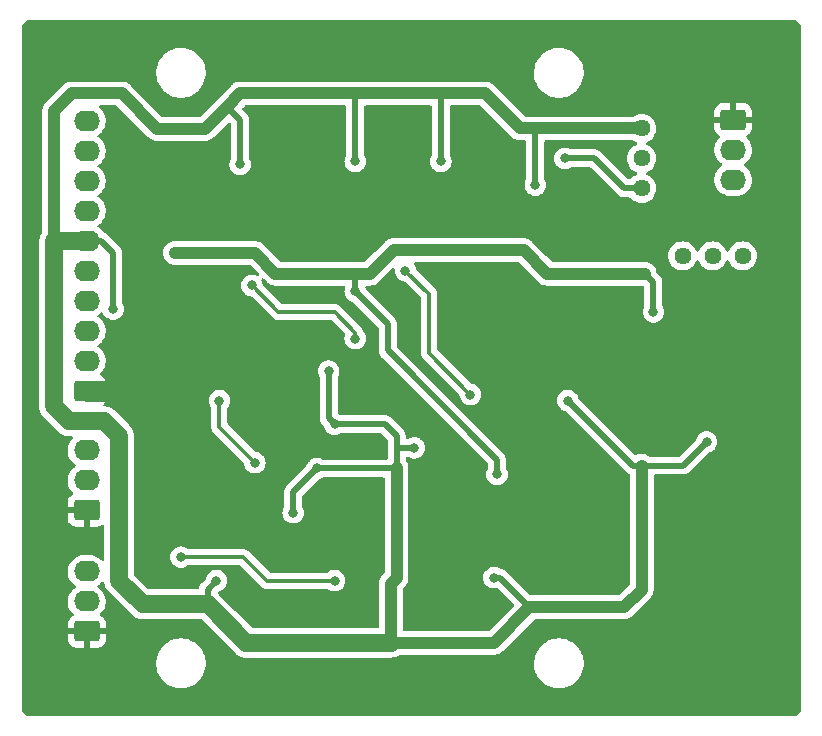
<source format=gbr>
%TF.GenerationSoftware,KiCad,Pcbnew,6.0.11-2627ca5db0~126~ubuntu22.04.1*%
%TF.CreationDate,2023-05-12T21:42:37+02:00*%
%TF.ProjectId,Etherwave-GateCV,45746865-7277-4617-9665-2d4761746543,rev?*%
%TF.SameCoordinates,Original*%
%TF.FileFunction,Copper,L2,Bot*%
%TF.FilePolarity,Positive*%
%FSLAX46Y46*%
G04 Gerber Fmt 4.6, Leading zero omitted, Abs format (unit mm)*
G04 Created by KiCad (PCBNEW 6.0.11-2627ca5db0~126~ubuntu22.04.1) date 2023-05-12 21:42:37*
%MOMM*%
%LPD*%
G01*
G04 APERTURE LIST*
G04 Aperture macros list*
%AMRoundRect*
0 Rectangle with rounded corners*
0 $1 Rounding radius*
0 $2 $3 $4 $5 $6 $7 $8 $9 X,Y pos of 4 corners*
0 Add a 4 corners polygon primitive as box body*
4,1,4,$2,$3,$4,$5,$6,$7,$8,$9,$2,$3,0*
0 Add four circle primitives for the rounded corners*
1,1,$1+$1,$2,$3*
1,1,$1+$1,$4,$5*
1,1,$1+$1,$6,$7*
1,1,$1+$1,$8,$9*
0 Add four rect primitives between the rounded corners*
20,1,$1+$1,$2,$3,$4,$5,0*
20,1,$1+$1,$4,$5,$6,$7,0*
20,1,$1+$1,$6,$7,$8,$9,0*
20,1,$1+$1,$8,$9,$2,$3,0*%
G04 Aperture macros list end*
%TA.AperFunction,ComponentPad*%
%ADD10RoundRect,0.250000X0.845000X-0.620000X0.845000X0.620000X-0.845000X0.620000X-0.845000X-0.620000X0*%
%TD*%
%TA.AperFunction,ComponentPad*%
%ADD11O,2.190000X1.740000*%
%TD*%
%TA.AperFunction,ComponentPad*%
%ADD12C,1.440000*%
%TD*%
%TA.AperFunction,ComponentPad*%
%ADD13RoundRect,0.250000X-0.845000X0.620000X-0.845000X-0.620000X0.845000X-0.620000X0.845000X0.620000X0*%
%TD*%
%TA.AperFunction,ViaPad*%
%ADD14C,0.800000*%
%TD*%
%TA.AperFunction,Conductor*%
%ADD15C,1.750000*%
%TD*%
%TA.AperFunction,Conductor*%
%ADD16C,0.500000*%
%TD*%
%TA.AperFunction,Conductor*%
%ADD17C,1.000000*%
%TD*%
%TA.AperFunction,Conductor*%
%ADD18C,1.500000*%
%TD*%
%TA.AperFunction,Conductor*%
%ADD19C,0.350000*%
%TD*%
G04 APERTURE END LIST*
D10*
%TO.P,J1,1,Pin_1*%
%TO.N,GND*%
X60020000Y-81930000D03*
D11*
%TO.P,J1,2,Pin_2*%
%TO.N,Net-(J1-Pad2)*%
X60020000Y-79390000D03*
%TO.P,J1,3,Pin_3*%
%TO.N,Net-(C1-Pad1)*%
X60020000Y-76850000D03*
%TO.P,J1,4,Pin_4*%
%TO.N,Net-(J1-Pad4)*%
X60020000Y-74310000D03*
%TO.P,J1,5,Pin_5*%
%TO.N,-12V*%
X60020000Y-71770000D03*
%TO.P,J1,6,Pin_6*%
%TO.N,+12V*%
X60020000Y-69230000D03*
%TO.P,J1,7,Pin_7*%
%TO.N,Net-(C4-Pad1)*%
X60020000Y-66690000D03*
%TO.P,J1,8,Pin_8*%
%TO.N,unconnected-(J1-Pad8)*%
X60020000Y-64150000D03*
%TO.P,J1,9,Pin_9*%
%TO.N,unconnected-(J1-Pad9)*%
X60020000Y-61610000D03*
%TO.P,J1,10,Pin_10*%
%TO.N,unconnected-(J1-Pad10)*%
X60020000Y-59070000D03*
%TD*%
D10*
%TO.P,J4,1,Pin_1*%
%TO.N,GND*%
X60020000Y-102290000D03*
D11*
%TO.P,J4,2,Pin_2*%
%TO.N,unconnected-(J4-Pad2)*%
X60020000Y-99750000D03*
%TO.P,J4,3,Pin_3*%
%TO.N,Net-(D3-Pad3)*%
X60020000Y-97210000D03*
%TD*%
D12*
%TO.P,RV2,1,1*%
%TO.N,-12V*%
X107000000Y-64790000D03*
%TO.P,RV2,2,2*%
%TO.N,Net-(R33-Pad1)*%
X107000000Y-62250000D03*
%TO.P,RV2,3,3*%
%TO.N,+12V*%
X107000000Y-59710000D03*
%TD*%
%TO.P,RV1,1,1*%
%TO.N,Net-(RV1-Pad1)*%
X110460000Y-70500000D03*
%TO.P,RV1,2,2*%
%TO.N,Net-(R32-Pad1)*%
X113000000Y-70500000D03*
%TO.P,RV1,3,3*%
X115540000Y-70500000D03*
%TD*%
D13*
%TO.P,J3,1,Pin_1*%
%TO.N,GND*%
X114750000Y-58960000D03*
D11*
%TO.P,J3,2,Pin_2*%
%TO.N,unconnected-(J3-Pad2)*%
X114750000Y-61500000D03*
%TO.P,J3,3,Pin_3*%
%TO.N,Net-(D5-Pad3)*%
X114750000Y-64040000D03*
%TD*%
D10*
%TO.P,J2,1,Pin_1*%
%TO.N,GND*%
X60000000Y-92040000D03*
D11*
%TO.P,J2,2,Pin_2*%
%TO.N,unconnected-(J2-Pad2)*%
X60000000Y-89500000D03*
%TO.P,J2,3,Pin_3*%
%TO.N,Net-(D4-Pad3)*%
X60000000Y-86960000D03*
%TD*%
D14*
%TO.N,GND*%
X93750000Y-59750000D03*
X84500000Y-87250000D03*
X86500000Y-83000000D03*
X81000000Y-96000000D03*
X73000000Y-66250000D03*
X92000000Y-79250000D03*
X79250000Y-68500000D03*
X109500000Y-75250000D03*
X87000000Y-66500000D03*
X79000000Y-59750000D03*
X81250000Y-90750000D03*
X114250000Y-81750000D03*
X57250000Y-88000000D03*
X86500000Y-64000000D03*
X98750000Y-81000000D03*
X104500000Y-79000000D03*
X84500000Y-80750000D03*
X80500000Y-100500000D03*
X106750000Y-84500000D03*
X90500000Y-90000000D03*
X57250000Y-87000000D03*
X97750000Y-87250000D03*
X57250000Y-86000000D03*
X97000000Y-72250000D03*
X75000000Y-77500000D03*
X71750000Y-61000000D03*
X74000000Y-89750000D03*
X92500000Y-75000000D03*
X72250000Y-78000000D03*
%TO.N,+12V*%
X85750000Y-98250000D03*
X107000000Y-88250000D03*
X100750000Y-82750000D03*
X77500000Y-92250000D03*
X79500000Y-88500000D03*
X62250000Y-75000000D03*
X71000000Y-98000000D03*
X82750000Y-62500000D03*
X73000000Y-62750000D03*
X86250000Y-93750000D03*
X87750000Y-86750000D03*
X81000000Y-84750000D03*
X90000000Y-62500000D03*
X80500000Y-80250000D03*
X94500000Y-97750000D03*
X112500000Y-86250000D03*
X98000000Y-64500000D03*
%TO.N,-12V*%
X67500000Y-70250000D03*
X69500000Y-70250000D03*
X82750000Y-73500000D03*
X68500000Y-70250000D03*
X107250000Y-72000000D03*
X108000000Y-75250000D03*
X100500000Y-62250000D03*
X94750000Y-89000000D03*
X93750000Y-70000000D03*
%TO.N,Net-(C11-Pad2)*%
X74250000Y-88000000D03*
X71250000Y-82750000D03*
%TO.N,Net-(D1-Pad1)*%
X92500000Y-82250000D03*
X87000000Y-71750000D03*
%TO.N,Net-(D3-Pad3)*%
X81000000Y-98000000D03*
X68000000Y-96000000D03*
%TO.N,Net-(D4-Pad3)*%
X82750000Y-77500000D03*
X74000000Y-73000000D03*
%TD*%
D15*
%TO.N,GND*%
X60020000Y-81930000D02*
X62570000Y-81930000D01*
D16*
%TO.N,+12V*%
X79500000Y-88500000D02*
X86250000Y-88500000D01*
X90000000Y-62500000D02*
X90000000Y-56750000D01*
D17*
X86250000Y-97750000D02*
X85750000Y-98250000D01*
X86250000Y-93750000D02*
X86250000Y-88500000D01*
X85750000Y-103250000D02*
X94500000Y-103250000D01*
D18*
X73500000Y-103250000D02*
X85750000Y-103250000D01*
D17*
X93750000Y-56750000D02*
X90000000Y-56750000D01*
D16*
X107000000Y-88250000D02*
X106250000Y-88250000D01*
X80500000Y-84250000D02*
X80500000Y-80250000D01*
X73000000Y-62750000D02*
X73000000Y-59000000D01*
X73000000Y-59000000D02*
X71875000Y-57875000D01*
D17*
X58750000Y-56750000D02*
X57250000Y-58250000D01*
X73000000Y-56750000D02*
X82750000Y-56750000D01*
X82750000Y-56750000D02*
X90000000Y-56750000D01*
D16*
X106250000Y-88250000D02*
X100750000Y-82750000D01*
D17*
X66000000Y-59750000D02*
X63000000Y-56750000D01*
D18*
X61500000Y-84500000D02*
X62750000Y-85750000D01*
X58500000Y-84500000D02*
X61500000Y-84500000D01*
D17*
X107000000Y-98750000D02*
X105500000Y-100250000D01*
X105500000Y-100250000D02*
X97500000Y-100250000D01*
D18*
X60000000Y-69250000D02*
X57250000Y-69250000D01*
D16*
X98000000Y-64500000D02*
X98000000Y-59750000D01*
D18*
X64750000Y-100000000D02*
X70250000Y-100000000D01*
X62750000Y-98000000D02*
X64750000Y-100000000D01*
D16*
X70250000Y-100000000D02*
X70250000Y-98750000D01*
D17*
X71875000Y-57875000D02*
X70000000Y-59750000D01*
D16*
X79500000Y-88500000D02*
X77500000Y-90500000D01*
D18*
X57250000Y-83250000D02*
X58500000Y-84500000D01*
D16*
X86250000Y-88500000D02*
X86250000Y-86750000D01*
X61230000Y-69230000D02*
X62250000Y-70250000D01*
D17*
X98040000Y-59710000D02*
X96710000Y-59710000D01*
X70000000Y-59750000D02*
X66000000Y-59750000D01*
D16*
X107000000Y-88250000D02*
X110500000Y-88250000D01*
X62250000Y-70250000D02*
X62250000Y-75000000D01*
D17*
X107000000Y-88250000D02*
X107000000Y-98750000D01*
X107000000Y-59710000D02*
X98040000Y-59710000D01*
X97500000Y-100250000D02*
X94500000Y-103250000D01*
D16*
X86250000Y-86750000D02*
X86250000Y-86500000D01*
X82750000Y-62500000D02*
X82750000Y-56750000D01*
D17*
X96710000Y-59710000D02*
X93750000Y-56750000D01*
X63000000Y-56750000D02*
X58750000Y-56750000D01*
D16*
X77500000Y-90500000D02*
X77500000Y-92250000D01*
X81000000Y-84750000D02*
X80500000Y-84250000D01*
D17*
X86250000Y-93750000D02*
X86250000Y-97750000D01*
D16*
X85250000Y-84750000D02*
X81000000Y-84750000D01*
X70250000Y-98750000D02*
X71000000Y-98000000D01*
D17*
X57250000Y-58250000D02*
X57250000Y-69250000D01*
D16*
X97500000Y-100250000D02*
X95000000Y-97750000D01*
X86250000Y-85750000D02*
X85250000Y-84750000D01*
X110500000Y-88250000D02*
X112500000Y-86250000D01*
D18*
X57250000Y-69250000D02*
X57250000Y-83250000D01*
D16*
X95000000Y-97750000D02*
X94500000Y-97750000D01*
D18*
X70250000Y-100000000D02*
X73500000Y-103250000D01*
D17*
X85750000Y-103250000D02*
X85750000Y-98250000D01*
D16*
X86250000Y-86500000D02*
X86250000Y-85750000D01*
X86250000Y-86750000D02*
X87750000Y-86750000D01*
D17*
X73000000Y-56750000D02*
X71875000Y-57875000D01*
D19*
X98000000Y-59750000D02*
X98040000Y-59710000D01*
D16*
X60020000Y-69230000D02*
X61230000Y-69230000D01*
D18*
X62750000Y-85750000D02*
X62750000Y-98000000D01*
X60020000Y-69230000D02*
X60000000Y-69250000D01*
D17*
%TO.N,-12V*%
X76000000Y-72000000D02*
X82750000Y-72000000D01*
X86000000Y-70000000D02*
X93750000Y-70000000D01*
X67500000Y-70250000D02*
X74250000Y-70250000D01*
X82750000Y-72000000D02*
X84000000Y-72000000D01*
D16*
X108000000Y-72750000D02*
X107250000Y-72000000D01*
X82750000Y-73500000D02*
X82750000Y-72000000D01*
X107000000Y-64790000D02*
X105540000Y-64790000D01*
D17*
X84000000Y-72000000D02*
X86000000Y-70000000D01*
D16*
X85500000Y-78500000D02*
X85500000Y-76250000D01*
X108000000Y-75250000D02*
X108000000Y-72750000D01*
X105540000Y-64790000D02*
X103000000Y-62250000D01*
X103000000Y-62250000D02*
X100500000Y-62250000D01*
X94750000Y-89000000D02*
X94750000Y-87750000D01*
D17*
X99000000Y-72000000D02*
X107250000Y-72000000D01*
D16*
X85500000Y-76250000D02*
X82750000Y-73500000D01*
D17*
X74250000Y-70250000D02*
X76000000Y-72000000D01*
X93750000Y-70000000D02*
X97000000Y-70000000D01*
D16*
X94750000Y-87750000D02*
X85500000Y-78500000D01*
D17*
X97000000Y-70000000D02*
X99000000Y-72000000D01*
D19*
%TO.N,Net-(C11-Pad2)*%
X71250000Y-85000000D02*
X74250000Y-88000000D01*
X71250000Y-82750000D02*
X71250000Y-85000000D01*
%TO.N,Net-(D1-Pad1)*%
X92500000Y-82250000D02*
X89000000Y-78750000D01*
X89000000Y-73750000D02*
X87000000Y-71750000D01*
X89000000Y-78750000D02*
X89000000Y-73750000D01*
%TO.N,Net-(D3-Pad3)*%
X81000000Y-98000000D02*
X75250000Y-98000000D01*
X75250000Y-98000000D02*
X73250000Y-96000000D01*
X73250000Y-96000000D02*
X68000000Y-96000000D01*
%TO.N,Net-(D4-Pad3)*%
X82750000Y-77000000D02*
X81000000Y-75250000D01*
X76250000Y-75250000D02*
X81000000Y-75250000D01*
X82750000Y-77500000D02*
X82750000Y-77000000D01*
X74000000Y-73000000D02*
X76250000Y-75250000D01*
%TD*%
%TA.AperFunction,Conductor*%
%TO.N,GND*%
G36*
X120024431Y-50528502D02*
G01*
X120045405Y-50545405D01*
X120454595Y-50954595D01*
X120488621Y-51016907D01*
X120491500Y-51043690D01*
X120491500Y-108956310D01*
X120471498Y-109024431D01*
X120454595Y-109045405D01*
X120045405Y-109454595D01*
X119983093Y-109488621D01*
X119956310Y-109491500D01*
X55043690Y-109491500D01*
X54975569Y-109471498D01*
X54954595Y-109454595D01*
X54545405Y-109045405D01*
X54511379Y-108983093D01*
X54508500Y-108956310D01*
X54508500Y-105132703D01*
X65890743Y-105132703D01*
X65928268Y-105417734D01*
X66004129Y-105695036D01*
X66116923Y-105959476D01*
X66264561Y-106206161D01*
X66444313Y-106430528D01*
X66652851Y-106628423D01*
X66886317Y-106796186D01*
X66890112Y-106798195D01*
X66890113Y-106798196D01*
X66911869Y-106809715D01*
X67140392Y-106930712D01*
X67410373Y-107029511D01*
X67691264Y-107090755D01*
X67719841Y-107093004D01*
X67914282Y-107108307D01*
X67914291Y-107108307D01*
X67916739Y-107108500D01*
X68072271Y-107108500D01*
X68074407Y-107108354D01*
X68074418Y-107108354D01*
X68282548Y-107094165D01*
X68282554Y-107094164D01*
X68286825Y-107093873D01*
X68291020Y-107093004D01*
X68291022Y-107093004D01*
X68427583Y-107064724D01*
X68568342Y-107035574D01*
X68839343Y-106939607D01*
X69094812Y-106807750D01*
X69098313Y-106805289D01*
X69098317Y-106805287D01*
X69212417Y-106725096D01*
X69330023Y-106642441D01*
X69540622Y-106446740D01*
X69722713Y-106224268D01*
X69872927Y-105979142D01*
X69988483Y-105715898D01*
X70067244Y-105439406D01*
X70107751Y-105154784D01*
X70107845Y-105136951D01*
X70107867Y-105132703D01*
X97890743Y-105132703D01*
X97928268Y-105417734D01*
X98004129Y-105695036D01*
X98116923Y-105959476D01*
X98264561Y-106206161D01*
X98444313Y-106430528D01*
X98652851Y-106628423D01*
X98886317Y-106796186D01*
X98890112Y-106798195D01*
X98890113Y-106798196D01*
X98911869Y-106809715D01*
X99140392Y-106930712D01*
X99410373Y-107029511D01*
X99691264Y-107090755D01*
X99719841Y-107093004D01*
X99914282Y-107108307D01*
X99914291Y-107108307D01*
X99916739Y-107108500D01*
X100072271Y-107108500D01*
X100074407Y-107108354D01*
X100074418Y-107108354D01*
X100282548Y-107094165D01*
X100282554Y-107094164D01*
X100286825Y-107093873D01*
X100291020Y-107093004D01*
X100291022Y-107093004D01*
X100427583Y-107064724D01*
X100568342Y-107035574D01*
X100839343Y-106939607D01*
X101094812Y-106807750D01*
X101098313Y-106805289D01*
X101098317Y-106805287D01*
X101212417Y-106725096D01*
X101330023Y-106642441D01*
X101540622Y-106446740D01*
X101722713Y-106224268D01*
X101872927Y-105979142D01*
X101988483Y-105715898D01*
X102067244Y-105439406D01*
X102107751Y-105154784D01*
X102107845Y-105136951D01*
X102109235Y-104871583D01*
X102109235Y-104871576D01*
X102109257Y-104867297D01*
X102071732Y-104582266D01*
X101995871Y-104304964D01*
X101974213Y-104254188D01*
X101884763Y-104044476D01*
X101884761Y-104044472D01*
X101883077Y-104040524D01*
X101735439Y-103793839D01*
X101555687Y-103569472D01*
X101365728Y-103389208D01*
X101350258Y-103374527D01*
X101350255Y-103374525D01*
X101347149Y-103371577D01*
X101113683Y-103203814D01*
X101091843Y-103192250D01*
X101068654Y-103179972D01*
X100859608Y-103069288D01*
X100589627Y-102970489D01*
X100308736Y-102909245D01*
X100277685Y-102906801D01*
X100085718Y-102891693D01*
X100085709Y-102891693D01*
X100083261Y-102891500D01*
X99927729Y-102891500D01*
X99925593Y-102891646D01*
X99925582Y-102891646D01*
X99717452Y-102905835D01*
X99717446Y-102905836D01*
X99713175Y-102906127D01*
X99708980Y-102906996D01*
X99708978Y-102906996D01*
X99572417Y-102935276D01*
X99431658Y-102964426D01*
X99160657Y-103060393D01*
X98905188Y-103192250D01*
X98901687Y-103194711D01*
X98901683Y-103194713D01*
X98787582Y-103274905D01*
X98669977Y-103357559D01*
X98654892Y-103371577D01*
X98513571Y-103502901D01*
X98459378Y-103553260D01*
X98277287Y-103775732D01*
X98127073Y-104020858D01*
X98125347Y-104024791D01*
X98125346Y-104024792D01*
X98017453Y-104270580D01*
X98011517Y-104284102D01*
X97932756Y-104560594D01*
X97892249Y-104845216D01*
X97892227Y-104849505D01*
X97892226Y-104849512D01*
X97890765Y-105128417D01*
X97890743Y-105132703D01*
X70107867Y-105132703D01*
X70109235Y-104871583D01*
X70109235Y-104871576D01*
X70109257Y-104867297D01*
X70071732Y-104582266D01*
X69995871Y-104304964D01*
X69974213Y-104254188D01*
X69884763Y-104044476D01*
X69884761Y-104044472D01*
X69883077Y-104040524D01*
X69735439Y-103793839D01*
X69555687Y-103569472D01*
X69365728Y-103389208D01*
X69350258Y-103374527D01*
X69350255Y-103374525D01*
X69347149Y-103371577D01*
X69113683Y-103203814D01*
X69091843Y-103192250D01*
X69068654Y-103179972D01*
X68859608Y-103069288D01*
X68589627Y-102970489D01*
X68308736Y-102909245D01*
X68277685Y-102906801D01*
X68085718Y-102891693D01*
X68085709Y-102891693D01*
X68083261Y-102891500D01*
X67927729Y-102891500D01*
X67925593Y-102891646D01*
X67925582Y-102891646D01*
X67717452Y-102905835D01*
X67717446Y-102905836D01*
X67713175Y-102906127D01*
X67708980Y-102906996D01*
X67708978Y-102906996D01*
X67572417Y-102935276D01*
X67431658Y-102964426D01*
X67160657Y-103060393D01*
X66905188Y-103192250D01*
X66901687Y-103194711D01*
X66901683Y-103194713D01*
X66787582Y-103274905D01*
X66669977Y-103357559D01*
X66654892Y-103371577D01*
X66513571Y-103502901D01*
X66459378Y-103553260D01*
X66277287Y-103775732D01*
X66127073Y-104020858D01*
X66125347Y-104024791D01*
X66125346Y-104024792D01*
X66017453Y-104270580D01*
X66011517Y-104284102D01*
X65932756Y-104560594D01*
X65892249Y-104845216D01*
X65892227Y-104849505D01*
X65892226Y-104849512D01*
X65890765Y-105128417D01*
X65890743Y-105132703D01*
X54508500Y-105132703D01*
X54508500Y-102957095D01*
X58417001Y-102957095D01*
X58417338Y-102963614D01*
X58427257Y-103059206D01*
X58430149Y-103072600D01*
X58481588Y-103226784D01*
X58487761Y-103239962D01*
X58573063Y-103377807D01*
X58582099Y-103389208D01*
X58696829Y-103503739D01*
X58708240Y-103512751D01*
X58846243Y-103597816D01*
X58859424Y-103603963D01*
X59013710Y-103655138D01*
X59027086Y-103658005D01*
X59121438Y-103667672D01*
X59127854Y-103668000D01*
X59747885Y-103668000D01*
X59763124Y-103663525D01*
X59764329Y-103662135D01*
X59766000Y-103654452D01*
X59766000Y-103649884D01*
X60274000Y-103649884D01*
X60278475Y-103665123D01*
X60279865Y-103666328D01*
X60287548Y-103667999D01*
X60912095Y-103667999D01*
X60918614Y-103667662D01*
X61014206Y-103657743D01*
X61027600Y-103654851D01*
X61181784Y-103603412D01*
X61194962Y-103597239D01*
X61332807Y-103511937D01*
X61344208Y-103502901D01*
X61458739Y-103388171D01*
X61467751Y-103376760D01*
X61552816Y-103238757D01*
X61558963Y-103225576D01*
X61610138Y-103071290D01*
X61613005Y-103057914D01*
X61622672Y-102963562D01*
X61623000Y-102957146D01*
X61623000Y-102562115D01*
X61618525Y-102546876D01*
X61617135Y-102545671D01*
X61609452Y-102544000D01*
X60292115Y-102544000D01*
X60276876Y-102548475D01*
X60275671Y-102549865D01*
X60274000Y-102557548D01*
X60274000Y-103649884D01*
X59766000Y-103649884D01*
X59766000Y-102562115D01*
X59761525Y-102546876D01*
X59760135Y-102545671D01*
X59752452Y-102544000D01*
X58435116Y-102544000D01*
X58419877Y-102548475D01*
X58418672Y-102549865D01*
X58417001Y-102557548D01*
X58417001Y-102957095D01*
X54508500Y-102957095D01*
X54508500Y-92707095D01*
X58397001Y-92707095D01*
X58397338Y-92713614D01*
X58407257Y-92809206D01*
X58410149Y-92822600D01*
X58461588Y-92976784D01*
X58467761Y-92989962D01*
X58553063Y-93127807D01*
X58562099Y-93139208D01*
X58676829Y-93253739D01*
X58688240Y-93262751D01*
X58826243Y-93347816D01*
X58839424Y-93353963D01*
X58993710Y-93405138D01*
X59007086Y-93408005D01*
X59101438Y-93417672D01*
X59107854Y-93418000D01*
X59727885Y-93418000D01*
X59743124Y-93413525D01*
X59744329Y-93412135D01*
X59746000Y-93404452D01*
X59746000Y-92312115D01*
X59741525Y-92296876D01*
X59740135Y-92295671D01*
X59732452Y-92294000D01*
X58415116Y-92294000D01*
X58399877Y-92298475D01*
X58398672Y-92299865D01*
X58397001Y-92307548D01*
X58397001Y-92707095D01*
X54508500Y-92707095D01*
X54508500Y-69289690D01*
X55987037Y-69289690D01*
X55987711Y-69295257D01*
X55987711Y-69295268D01*
X55990587Y-69319035D01*
X55991500Y-69334172D01*
X55991500Y-83158604D01*
X55990422Y-83175051D01*
X55987521Y-83197086D01*
X55987786Y-83202698D01*
X55991360Y-83278488D01*
X55991500Y-83284424D01*
X55991500Y-83306999D01*
X55992953Y-83323285D01*
X55993819Y-83332988D01*
X55994178Y-83338248D01*
X55998104Y-83421488D01*
X55999354Y-83426947D01*
X55999355Y-83426952D01*
X56002108Y-83438970D01*
X56004789Y-83455899D01*
X56006383Y-83473762D01*
X56007865Y-83479178D01*
X56007865Y-83479180D01*
X56028370Y-83554133D01*
X56029656Y-83559251D01*
X56046364Y-83632199D01*
X56048258Y-83640470D01*
X56050460Y-83645632D01*
X56055294Y-83656967D01*
X56060927Y-83673142D01*
X56064182Y-83685039D01*
X56065663Y-83690451D01*
X56068079Y-83695516D01*
X56101539Y-83765667D01*
X56103710Y-83770476D01*
X56136397Y-83847109D01*
X56146251Y-83862110D01*
X56154654Y-83877025D01*
X56162378Y-83893218D01*
X56209563Y-83958882D01*
X56210999Y-83960881D01*
X56213989Y-83965232D01*
X56257196Y-84031010D01*
X56257202Y-84031018D01*
X56259735Y-84034874D01*
X56278257Y-84055662D01*
X56286490Y-84065939D01*
X56293471Y-84075654D01*
X56297498Y-84079556D01*
X56370255Y-84150063D01*
X56371665Y-84151452D01*
X57545472Y-85325259D01*
X57556340Y-85337651D01*
X57566462Y-85350843D01*
X57566469Y-85350851D01*
X57569877Y-85355292D01*
X57601307Y-85383891D01*
X57630185Y-85410168D01*
X57634480Y-85414267D01*
X57650411Y-85430198D01*
X57670427Y-85446934D01*
X57674376Y-85450379D01*
X57731879Y-85502703D01*
X57731883Y-85502706D01*
X57736036Y-85506485D01*
X57740791Y-85509468D01*
X57740794Y-85509470D01*
X57751224Y-85516012D01*
X57765097Y-85526091D01*
X57774545Y-85533992D01*
X57774552Y-85533997D01*
X57778854Y-85537594D01*
X57831170Y-85567434D01*
X57851240Y-85578882D01*
X57855759Y-85581587D01*
X57865124Y-85587461D01*
X57921596Y-85622886D01*
X57921599Y-85622888D01*
X57926344Y-85625864D01*
X57931549Y-85627957D01*
X57931552Y-85627958D01*
X57942979Y-85632552D01*
X57958411Y-85640012D01*
X57969119Y-85646120D01*
X57969128Y-85646124D01*
X57973993Y-85648899D01*
X57979270Y-85650768D01*
X57979275Y-85650770D01*
X58052542Y-85676715D01*
X58057478Y-85678580D01*
X58134783Y-85709656D01*
X58140270Y-85710792D01*
X58140272Y-85710793D01*
X58152349Y-85713294D01*
X58168844Y-85717899D01*
X58185759Y-85723889D01*
X58268010Y-85737359D01*
X58273180Y-85738317D01*
X58354767Y-85755213D01*
X58359379Y-85755479D01*
X58359380Y-85755479D01*
X58382548Y-85756815D01*
X58395653Y-85758262D01*
X58401910Y-85759286D01*
X58401914Y-85759286D01*
X58407457Y-85760194D01*
X58413070Y-85760106D01*
X58413072Y-85760106D01*
X58514264Y-85758516D01*
X58516243Y-85758500D01*
X58722729Y-85758500D01*
X58790850Y-85778502D01*
X58837343Y-85832158D01*
X58847447Y-85902432D01*
X58817953Y-85967012D01*
X58809701Y-85975670D01*
X58738832Y-86043276D01*
X58599187Y-86230965D01*
X58596771Y-86235716D01*
X58596769Y-86235720D01*
X58521009Y-86384729D01*
X58493162Y-86439500D01*
X58423790Y-86662917D01*
X58423089Y-86668204D01*
X58423089Y-86668205D01*
X58403653Y-86814850D01*
X58393052Y-86894829D01*
X58393252Y-86900158D01*
X58393252Y-86900160D01*
X58394499Y-86933365D01*
X58401828Y-87128604D01*
X58402923Y-87133822D01*
X58448071Y-87348993D01*
X58449868Y-87357559D01*
X58535797Y-87575146D01*
X58538566Y-87579709D01*
X58653647Y-87769356D01*
X58657159Y-87775144D01*
X58810483Y-87951834D01*
X58991386Y-88100165D01*
X58996016Y-88102801D01*
X58996021Y-88102804D01*
X59028516Y-88121301D01*
X59077822Y-88172384D01*
X59091683Y-88242015D01*
X59065699Y-88308085D01*
X59036550Y-88335323D01*
X59018546Y-88347444D01*
X58908104Y-88421798D01*
X58904247Y-88425477D01*
X58904245Y-88425479D01*
X58875068Y-88453313D01*
X58738832Y-88583276D01*
X58599187Y-88770965D01*
X58596771Y-88775716D01*
X58596769Y-88775720D01*
X58533717Y-88899735D01*
X58493162Y-88979500D01*
X58423790Y-89202917D01*
X58423089Y-89208204D01*
X58423089Y-89208205D01*
X58399723Y-89384500D01*
X58393052Y-89434829D01*
X58401828Y-89668604D01*
X58449868Y-89897559D01*
X58535797Y-90115146D01*
X58538566Y-90119709D01*
X58623060Y-90258950D01*
X58657159Y-90315144D01*
X58810483Y-90491834D01*
X58814615Y-90495222D01*
X58848201Y-90522761D01*
X58888196Y-90581421D01*
X58890127Y-90652391D01*
X58853383Y-90713139D01*
X58830843Y-90728220D01*
X58831268Y-90728906D01*
X58687193Y-90818063D01*
X58675792Y-90827099D01*
X58561261Y-90941829D01*
X58552249Y-90953240D01*
X58467184Y-91091243D01*
X58461037Y-91104424D01*
X58409862Y-91258710D01*
X58406995Y-91272086D01*
X58397328Y-91366438D01*
X58397000Y-91372855D01*
X58397000Y-91767885D01*
X58401475Y-91783124D01*
X58402865Y-91784329D01*
X58410548Y-91786000D01*
X60128000Y-91786000D01*
X60196121Y-91806002D01*
X60242614Y-91859658D01*
X60254000Y-91912000D01*
X60254000Y-93399884D01*
X60258475Y-93415123D01*
X60259865Y-93416328D01*
X60267548Y-93417999D01*
X60892095Y-93417999D01*
X60898614Y-93417662D01*
X60994206Y-93407743D01*
X61007600Y-93404851D01*
X61161784Y-93353412D01*
X61174962Y-93347239D01*
X61299197Y-93270359D01*
X61367648Y-93251521D01*
X61435418Y-93272682D01*
X61480989Y-93327123D01*
X61491500Y-93377503D01*
X61491500Y-96205672D01*
X61471498Y-96273793D01*
X61417842Y-96320286D01*
X61347568Y-96330390D01*
X61282988Y-96300896D01*
X61270335Y-96288253D01*
X61209517Y-96218166D01*
X61028614Y-96069835D01*
X60825305Y-95954104D01*
X60605404Y-95874284D01*
X60600155Y-95873335D01*
X60600152Y-95873334D01*
X60518960Y-95858652D01*
X60375197Y-95832656D01*
X60371058Y-95832461D01*
X60371051Y-95832460D01*
X60352172Y-95831570D01*
X60352165Y-95831570D01*
X60350684Y-95831500D01*
X59736262Y-95831500D01*
X59668359Y-95837262D01*
X59567209Y-95845844D01*
X59567205Y-95845845D01*
X59561898Y-95846295D01*
X59556741Y-95847633D01*
X59556738Y-95847634D01*
X59340629Y-95903725D01*
X59340625Y-95903726D01*
X59335460Y-95905067D01*
X59330594Y-95907259D01*
X59330591Y-95907260D01*
X59220739Y-95956745D01*
X59122163Y-96001150D01*
X58928104Y-96131798D01*
X58758832Y-96293276D01*
X58755649Y-96297554D01*
X58738736Y-96320286D01*
X58619187Y-96480965D01*
X58616771Y-96485716D01*
X58616769Y-96485720D01*
X58516108Y-96683705D01*
X58513162Y-96689500D01*
X58443790Y-96912917D01*
X58443089Y-96918204D01*
X58443089Y-96918205D01*
X58414502Y-97133891D01*
X58413052Y-97144829D01*
X58413252Y-97150158D01*
X58413252Y-97150160D01*
X58414460Y-97182340D01*
X58421828Y-97378604D01*
X58422923Y-97383822D01*
X58462923Y-97574458D01*
X58469868Y-97607559D01*
X58555797Y-97825146D01*
X58558566Y-97829709D01*
X58625449Y-97939928D01*
X58677159Y-98025144D01*
X58830483Y-98201834D01*
X59011386Y-98350165D01*
X59016016Y-98352801D01*
X59016021Y-98352804D01*
X59048516Y-98371301D01*
X59097822Y-98422384D01*
X59111683Y-98492015D01*
X59085699Y-98558085D01*
X59056550Y-98585323D01*
X59051185Y-98588935D01*
X58928104Y-98671798D01*
X58924247Y-98675477D01*
X58924245Y-98675479D01*
X58877655Y-98719924D01*
X58758832Y-98833276D01*
X58619187Y-99020965D01*
X58616771Y-99025716D01*
X58616769Y-99025720D01*
X58551236Y-99154614D01*
X58513162Y-99229500D01*
X58443790Y-99452917D01*
X58443089Y-99458204D01*
X58443089Y-99458205D01*
X58426055Y-99586727D01*
X58413052Y-99684829D01*
X58421828Y-99918604D01*
X58469868Y-100147559D01*
X58555797Y-100365146D01*
X58677159Y-100565144D01*
X58830483Y-100741834D01*
X58834615Y-100745222D01*
X58868201Y-100772761D01*
X58908196Y-100831421D01*
X58910127Y-100902391D01*
X58873383Y-100963139D01*
X58850843Y-100978220D01*
X58851268Y-100978906D01*
X58707193Y-101068063D01*
X58695792Y-101077099D01*
X58581261Y-101191829D01*
X58572249Y-101203240D01*
X58487184Y-101341243D01*
X58481037Y-101354424D01*
X58429862Y-101508710D01*
X58426995Y-101522086D01*
X58417328Y-101616438D01*
X58417000Y-101622855D01*
X58417000Y-102017885D01*
X58421475Y-102033124D01*
X58422865Y-102034329D01*
X58430548Y-102036000D01*
X61604884Y-102036000D01*
X61620123Y-102031525D01*
X61621328Y-102030135D01*
X61622999Y-102022452D01*
X61622999Y-101622905D01*
X61622662Y-101616386D01*
X61612743Y-101520794D01*
X61609851Y-101507400D01*
X61558412Y-101353216D01*
X61552239Y-101340038D01*
X61466937Y-101202193D01*
X61457901Y-101190792D01*
X61343171Y-101076261D01*
X61331760Y-101067249D01*
X61187525Y-100978342D01*
X61188817Y-100976245D01*
X61144308Y-100937044D01*
X61124856Y-100868764D01*
X61145407Y-100800807D01*
X61163878Y-100778614D01*
X61281168Y-100666724D01*
X61420813Y-100479035D01*
X61476398Y-100369709D01*
X61524420Y-100275256D01*
X61524420Y-100275255D01*
X61526838Y-100270500D01*
X61596210Y-100047083D01*
X61613239Y-99918604D01*
X61626248Y-99820455D01*
X61626248Y-99820451D01*
X61626948Y-99815171D01*
X61618172Y-99581396D01*
X61590145Y-99447823D01*
X61571229Y-99357668D01*
X61571228Y-99357665D01*
X61570132Y-99352441D01*
X61484203Y-99134854D01*
X61433545Y-99051372D01*
X61365609Y-98939417D01*
X61365607Y-98939414D01*
X61362841Y-98934856D01*
X61209517Y-98758166D01*
X61028614Y-98609835D01*
X61023984Y-98607199D01*
X61023979Y-98607196D01*
X60991484Y-98588699D01*
X60942178Y-98537616D01*
X60928317Y-98467985D01*
X60954301Y-98401915D01*
X60983450Y-98374677D01*
X61046447Y-98332265D01*
X61111896Y-98288202D01*
X61120417Y-98280074D01*
X61256750Y-98150018D01*
X61281168Y-98126724D01*
X61283243Y-98123935D01*
X61342888Y-98086466D01*
X61413881Y-98087197D01*
X61473209Y-98126193D01*
X61499960Y-98179592D01*
X61502108Y-98188971D01*
X61504789Y-98205899D01*
X61506383Y-98223762D01*
X61507865Y-98229178D01*
X61507865Y-98229180D01*
X61528370Y-98304133D01*
X61529656Y-98309251D01*
X61543868Y-98371301D01*
X61548258Y-98390470D01*
X61550460Y-98395632D01*
X61555294Y-98406967D01*
X61560927Y-98423142D01*
X61564182Y-98435039D01*
X61565663Y-98440451D01*
X61568079Y-98445516D01*
X61601539Y-98515667D01*
X61603710Y-98520476D01*
X61636397Y-98597109D01*
X61646251Y-98612110D01*
X61654654Y-98627025D01*
X61662378Y-98643218D01*
X61665648Y-98647769D01*
X61665650Y-98647772D01*
X61672291Y-98657014D01*
X61705697Y-98703502D01*
X61710999Y-98710881D01*
X61713989Y-98715232D01*
X61757196Y-98781010D01*
X61757202Y-98781018D01*
X61759735Y-98784874D01*
X61778257Y-98805662D01*
X61786490Y-98815939D01*
X61793471Y-98825654D01*
X61870254Y-98900062D01*
X61871664Y-98901451D01*
X63795475Y-100825263D01*
X63806342Y-100837653D01*
X63819877Y-100855292D01*
X63834683Y-100868764D01*
X63880174Y-100910158D01*
X63884469Y-100914257D01*
X63900410Y-100930198D01*
X63902557Y-100931993D01*
X63902559Y-100931995D01*
X63920423Y-100946932D01*
X63924398Y-100950400D01*
X63981888Y-101002712D01*
X63981897Y-101002719D01*
X63986036Y-101006485D01*
X63990782Y-101009462D01*
X63990783Y-101009463D01*
X64001225Y-101016013D01*
X64015093Y-101026089D01*
X64024549Y-101033996D01*
X64024559Y-101034003D01*
X64028854Y-101037594D01*
X64098114Y-101077099D01*
X64101240Y-101078882D01*
X64105759Y-101081587D01*
X64125043Y-101093683D01*
X64171596Y-101122886D01*
X64171599Y-101122888D01*
X64176344Y-101125864D01*
X64181549Y-101127957D01*
X64181552Y-101127958D01*
X64192979Y-101132552D01*
X64208411Y-101140012D01*
X64219119Y-101146120D01*
X64219128Y-101146124D01*
X64223993Y-101148899D01*
X64229270Y-101150768D01*
X64229275Y-101150770D01*
X64302542Y-101176715D01*
X64307478Y-101178580D01*
X64342429Y-101192630D01*
X64384783Y-101209656D01*
X64390270Y-101210792D01*
X64390272Y-101210793D01*
X64402349Y-101213294D01*
X64418844Y-101217899D01*
X64435759Y-101223889D01*
X64518010Y-101237359D01*
X64523180Y-101238317D01*
X64560699Y-101246087D01*
X64600093Y-101254245D01*
X64604767Y-101255213D01*
X64609379Y-101255479D01*
X64609380Y-101255479D01*
X64632548Y-101256815D01*
X64645653Y-101258262D01*
X64651910Y-101259286D01*
X64651914Y-101259286D01*
X64657457Y-101260194D01*
X64663070Y-101260106D01*
X64663072Y-101260106D01*
X64764264Y-101258516D01*
X64766243Y-101258500D01*
X69676523Y-101258500D01*
X69744644Y-101278502D01*
X69765618Y-101295405D01*
X72545475Y-104075263D01*
X72556342Y-104087653D01*
X72569877Y-104105292D01*
X72629794Y-104159812D01*
X72630174Y-104160158D01*
X72634469Y-104164257D01*
X72650410Y-104180198D01*
X72652557Y-104181993D01*
X72652559Y-104181995D01*
X72670423Y-104196932D01*
X72674398Y-104200400D01*
X72731888Y-104252712D01*
X72731897Y-104252719D01*
X72736036Y-104256485D01*
X72740782Y-104259462D01*
X72740783Y-104259463D01*
X72751225Y-104266013D01*
X72765093Y-104276089D01*
X72774549Y-104283996D01*
X72774559Y-104284003D01*
X72778854Y-104287594D01*
X72851240Y-104328882D01*
X72855759Y-104331587D01*
X72869229Y-104340036D01*
X72921596Y-104372886D01*
X72921599Y-104372888D01*
X72926344Y-104375864D01*
X72931549Y-104377957D01*
X72931552Y-104377958D01*
X72942979Y-104382552D01*
X72958411Y-104390012D01*
X72969119Y-104396120D01*
X72969128Y-104396124D01*
X72973993Y-104398899D01*
X72979270Y-104400768D01*
X72979275Y-104400770D01*
X73052542Y-104426715D01*
X73057478Y-104428580D01*
X73134783Y-104459656D01*
X73140270Y-104460792D01*
X73140272Y-104460793D01*
X73152349Y-104463294D01*
X73168844Y-104467899D01*
X73185759Y-104473889D01*
X73268010Y-104487359D01*
X73273180Y-104488317D01*
X73354767Y-104505213D01*
X73359379Y-104505479D01*
X73359380Y-104505479D01*
X73382548Y-104506815D01*
X73395653Y-104508262D01*
X73401910Y-104509286D01*
X73401914Y-104509286D01*
X73407457Y-104510194D01*
X73413070Y-104510106D01*
X73413072Y-104510106D01*
X73514264Y-104508516D01*
X73516243Y-104508500D01*
X85806999Y-104508500D01*
X85809786Y-104508251D01*
X85809792Y-104508251D01*
X85879929Y-104501991D01*
X85973762Y-104493617D01*
X85979176Y-104492136D01*
X85979181Y-104492135D01*
X86106912Y-104457191D01*
X86190451Y-104434337D01*
X86195509Y-104431925D01*
X86195513Y-104431923D01*
X86313042Y-104375864D01*
X86393218Y-104337622D01*
X86470378Y-104282177D01*
X86543904Y-104258500D01*
X94438157Y-104258500D01*
X94451764Y-104259237D01*
X94483262Y-104262659D01*
X94483267Y-104262659D01*
X94489388Y-104263324D01*
X94515638Y-104261027D01*
X94539388Y-104258950D01*
X94544214Y-104258621D01*
X94546686Y-104258500D01*
X94549769Y-104258500D01*
X94561738Y-104257326D01*
X94592506Y-104254310D01*
X94593819Y-104254188D01*
X94638084Y-104250315D01*
X94686413Y-104246087D01*
X94691532Y-104244600D01*
X94696833Y-104244080D01*
X94785834Y-104217209D01*
X94786967Y-104216874D01*
X94870414Y-104192630D01*
X94870418Y-104192628D01*
X94876336Y-104190909D01*
X94881068Y-104188456D01*
X94886169Y-104186916D01*
X94902541Y-104178211D01*
X94968260Y-104143269D01*
X94969426Y-104142657D01*
X95046453Y-104102729D01*
X95051926Y-104099892D01*
X95056089Y-104096569D01*
X95060796Y-104094066D01*
X95132918Y-104035245D01*
X95133774Y-104034554D01*
X95172973Y-104003262D01*
X95175477Y-104000758D01*
X95176195Y-104000116D01*
X95180528Y-103996415D01*
X95214062Y-103969065D01*
X95243288Y-103933737D01*
X95251277Y-103924958D01*
X97880829Y-101295405D01*
X97943141Y-101261379D01*
X97969924Y-101258500D01*
X105438157Y-101258500D01*
X105451764Y-101259237D01*
X105483262Y-101262659D01*
X105483267Y-101262659D01*
X105489388Y-101263324D01*
X105515638Y-101261027D01*
X105539388Y-101258950D01*
X105544214Y-101258621D01*
X105546686Y-101258500D01*
X105549769Y-101258500D01*
X105563078Y-101257195D01*
X105592506Y-101254310D01*
X105593819Y-101254188D01*
X105638084Y-101250315D01*
X105686413Y-101246087D01*
X105691532Y-101244600D01*
X105696833Y-101244080D01*
X105785834Y-101217209D01*
X105786967Y-101216874D01*
X105870414Y-101192630D01*
X105870418Y-101192628D01*
X105876336Y-101190909D01*
X105881068Y-101188456D01*
X105886169Y-101186916D01*
X105905355Y-101176715D01*
X105968260Y-101143269D01*
X105969426Y-101142657D01*
X106046453Y-101102729D01*
X106051926Y-101099892D01*
X106056089Y-101096569D01*
X106060796Y-101094066D01*
X106132918Y-101035245D01*
X106133774Y-101034554D01*
X106172973Y-101003262D01*
X106175477Y-101000758D01*
X106176195Y-101000116D01*
X106180528Y-100996415D01*
X106214062Y-100969065D01*
X106218965Y-100963139D01*
X106243287Y-100933738D01*
X106251277Y-100924958D01*
X107669379Y-99506855D01*
X107679522Y-99497753D01*
X107704218Y-99477897D01*
X107709025Y-99474032D01*
X107741320Y-99435544D01*
X107744478Y-99431925D01*
X107746124Y-99430110D01*
X107748309Y-99427925D01*
X107750264Y-99425545D01*
X107750273Y-99425535D01*
X107775549Y-99394764D01*
X107776391Y-99393749D01*
X107832194Y-99327245D01*
X107836154Y-99322526D01*
X107838723Y-99317852D01*
X107842102Y-99313739D01*
X107885975Y-99231915D01*
X107886584Y-99230793D01*
X107889910Y-99224744D01*
X107917401Y-99174737D01*
X107928464Y-99154614D01*
X107928465Y-99154612D01*
X107931433Y-99149213D01*
X107933045Y-99144131D01*
X107935562Y-99139437D01*
X107962762Y-99050469D01*
X107963108Y-99049358D01*
X107973474Y-99016683D01*
X107991235Y-98960694D01*
X107991829Y-98955398D01*
X107993387Y-98950302D01*
X108002790Y-98857743D01*
X108002911Y-98856607D01*
X108006893Y-98821103D01*
X108008108Y-98810270D01*
X108008108Y-98810266D01*
X108008500Y-98806773D01*
X108008500Y-98803246D01*
X108008555Y-98802261D01*
X108009002Y-98796581D01*
X108013374Y-98753538D01*
X108009059Y-98707891D01*
X108008500Y-98696033D01*
X108008500Y-89134500D01*
X108028502Y-89066379D01*
X108082158Y-89019886D01*
X108134500Y-89008500D01*
X110432930Y-89008500D01*
X110451880Y-89009933D01*
X110466115Y-89012099D01*
X110466119Y-89012099D01*
X110473349Y-89013199D01*
X110480641Y-89012606D01*
X110480644Y-89012606D01*
X110526018Y-89008915D01*
X110536233Y-89008500D01*
X110544293Y-89008500D01*
X110560891Y-89006565D01*
X110572507Y-89005211D01*
X110576882Y-89004778D01*
X110642339Y-88999454D01*
X110642342Y-88999453D01*
X110649637Y-88998860D01*
X110656601Y-88996604D01*
X110662560Y-88995413D01*
X110668415Y-88994029D01*
X110675681Y-88993182D01*
X110744327Y-88968265D01*
X110748455Y-88966848D01*
X110810936Y-88946607D01*
X110810938Y-88946606D01*
X110817899Y-88944351D01*
X110824154Y-88940555D01*
X110829628Y-88938049D01*
X110835058Y-88935330D01*
X110841937Y-88932833D01*
X110879051Y-88908500D01*
X110902976Y-88892814D01*
X110906680Y-88890477D01*
X110969107Y-88852595D01*
X110977484Y-88845197D01*
X110977508Y-88845224D01*
X110980500Y-88842571D01*
X110983733Y-88839868D01*
X110989852Y-88835856D01*
X111043128Y-88779617D01*
X111045506Y-88777175D01*
X112656331Y-87166350D01*
X112719228Y-87132199D01*
X112775824Y-87120169D01*
X112775833Y-87120166D01*
X112782288Y-87118794D01*
X112840510Y-87092872D01*
X112950722Y-87043803D01*
X112950724Y-87043802D01*
X112956752Y-87041118D01*
X113111253Y-86928866D01*
X113204238Y-86825596D01*
X113234621Y-86791852D01*
X113234622Y-86791851D01*
X113239040Y-86786944D01*
X113334527Y-86621556D01*
X113393542Y-86439928D01*
X113413504Y-86250000D01*
X113393542Y-86060072D01*
X113334527Y-85878444D01*
X113313990Y-85842872D01*
X113262838Y-85754276D01*
X113239040Y-85713056D01*
X113229146Y-85702067D01*
X113115675Y-85576045D01*
X113115674Y-85576044D01*
X113111253Y-85571134D01*
X112956752Y-85458882D01*
X112950724Y-85456198D01*
X112950722Y-85456197D01*
X112788319Y-85383891D01*
X112788318Y-85383891D01*
X112782288Y-85381206D01*
X112666094Y-85356508D01*
X112601944Y-85342872D01*
X112601939Y-85342872D01*
X112595487Y-85341500D01*
X112404513Y-85341500D01*
X112398061Y-85342872D01*
X112398056Y-85342872D01*
X112333906Y-85356508D01*
X112217712Y-85381206D01*
X112211682Y-85383891D01*
X112211681Y-85383891D01*
X112049278Y-85456197D01*
X112049276Y-85456198D01*
X112043248Y-85458882D01*
X111888747Y-85571134D01*
X111884326Y-85576044D01*
X111884325Y-85576045D01*
X111770855Y-85702067D01*
X111760960Y-85713056D01*
X111737162Y-85754276D01*
X111686011Y-85842872D01*
X111665473Y-85878444D01*
X111611916Y-86043276D01*
X111610613Y-86047285D01*
X111579875Y-86097444D01*
X110222724Y-87454595D01*
X110160412Y-87488621D01*
X110133629Y-87491500D01*
X107710712Y-87491500D01*
X107642591Y-87471498D01*
X107630397Y-87462585D01*
X107608706Y-87444641D01*
X107566675Y-87409870D01*
X107392701Y-87315802D01*
X107203768Y-87257318D01*
X107197643Y-87256674D01*
X107197642Y-87256674D01*
X107013204Y-87237289D01*
X107013202Y-87237289D01*
X107007075Y-87236645D01*
X106924576Y-87244153D01*
X106816251Y-87254011D01*
X106816248Y-87254012D01*
X106810112Y-87254570D01*
X106804206Y-87256308D01*
X106804202Y-87256309D01*
X106659145Y-87299001D01*
X106620381Y-87310410D01*
X106557446Y-87343312D01*
X106546579Y-87348993D01*
X106476944Y-87362828D01*
X106410883Y-87336819D01*
X106399108Y-87326427D01*
X101670125Y-82597444D01*
X101639387Y-82547285D01*
X101604505Y-82439928D01*
X101584527Y-82378444D01*
X101489040Y-82213056D01*
X101465468Y-82186876D01*
X101365675Y-82076045D01*
X101365674Y-82076044D01*
X101361253Y-82071134D01*
X101206752Y-81958882D01*
X101200724Y-81956198D01*
X101200722Y-81956197D01*
X101038319Y-81883891D01*
X101038318Y-81883891D01*
X101032288Y-81881206D01*
X100938887Y-81861353D01*
X100851944Y-81842872D01*
X100851939Y-81842872D01*
X100845487Y-81841500D01*
X100654513Y-81841500D01*
X100648061Y-81842872D01*
X100648056Y-81842872D01*
X100561113Y-81861353D01*
X100467712Y-81881206D01*
X100461682Y-81883891D01*
X100461681Y-81883891D01*
X100299278Y-81956197D01*
X100299276Y-81956198D01*
X100293248Y-81958882D01*
X100138747Y-82071134D01*
X100134326Y-82076044D01*
X100134325Y-82076045D01*
X100034533Y-82186876D01*
X100010960Y-82213056D01*
X99915473Y-82378444D01*
X99856458Y-82560072D01*
X99855768Y-82566633D01*
X99855768Y-82566635D01*
X99838733Y-82728712D01*
X99836496Y-82750000D01*
X99856458Y-82939928D01*
X99915473Y-83121556D01*
X99918776Y-83127278D01*
X99918777Y-83127279D01*
X99936803Y-83158500D01*
X100010960Y-83286944D01*
X100015378Y-83291851D01*
X100015379Y-83291852D01*
X100130594Y-83419811D01*
X100138747Y-83428866D01*
X100293248Y-83541118D01*
X100299276Y-83543802D01*
X100299278Y-83543803D01*
X100461681Y-83616109D01*
X100467712Y-83618794D01*
X100474167Y-83620166D01*
X100474176Y-83620169D01*
X100530772Y-83632199D01*
X100593669Y-83666350D01*
X105666230Y-88738911D01*
X105678616Y-88753323D01*
X105687149Y-88764918D01*
X105687154Y-88764923D01*
X105691492Y-88770818D01*
X105697070Y-88775557D01*
X105697073Y-88775560D01*
X105731768Y-88805035D01*
X105739284Y-88811965D01*
X105744980Y-88817661D01*
X105747841Y-88819924D01*
X105747846Y-88819929D01*
X105767256Y-88835285D01*
X105770658Y-88838074D01*
X105806818Y-88868794D01*
X105826285Y-88885333D01*
X105832802Y-88888661D01*
X105837850Y-88892027D01*
X105842972Y-88895190D01*
X105848716Y-88899735D01*
X105914895Y-88930664D01*
X105918787Y-88932567D01*
X105922819Y-88934626D01*
X105974383Y-88983426D01*
X105991500Y-89046833D01*
X105991500Y-98280074D01*
X105971498Y-98348195D01*
X105954596Y-98369169D01*
X105119171Y-99204595D01*
X105056858Y-99238620D01*
X105030075Y-99241500D01*
X97616371Y-99241500D01*
X97548250Y-99221498D01*
X97527276Y-99204595D01*
X95583770Y-97261089D01*
X95571384Y-97246677D01*
X95562851Y-97235082D01*
X95562846Y-97235077D01*
X95558508Y-97229182D01*
X95552930Y-97224443D01*
X95552927Y-97224440D01*
X95518232Y-97194965D01*
X95510716Y-97188035D01*
X95505021Y-97182340D01*
X95498880Y-97177482D01*
X95482749Y-97164719D01*
X95479345Y-97161928D01*
X95429297Y-97119409D01*
X95429295Y-97119408D01*
X95423715Y-97114667D01*
X95417199Y-97111339D01*
X95412150Y-97107972D01*
X95407021Y-97104805D01*
X95401284Y-97100266D01*
X95335125Y-97069345D01*
X95331225Y-97067439D01*
X95330857Y-97067251D01*
X95266192Y-97034231D01*
X95259084Y-97032492D01*
X95253441Y-97030393D01*
X95247678Y-97028476D01*
X95241050Y-97025378D01*
X95169583Y-97010513D01*
X95165299Y-97009543D01*
X95094390Y-96992192D01*
X95088788Y-96991844D01*
X95088785Y-96991844D01*
X95083236Y-96991500D01*
X95083238Y-96991464D01*
X95079245Y-96991225D01*
X95075053Y-96990851D01*
X95067885Y-96989360D01*
X95044001Y-96990006D01*
X94975364Y-96971853D01*
X94966533Y-96965988D01*
X94962093Y-96962762D01*
X94962090Y-96962760D01*
X94956752Y-96958882D01*
X94950722Y-96956197D01*
X94788319Y-96883891D01*
X94788318Y-96883891D01*
X94782288Y-96881206D01*
X94688887Y-96861353D01*
X94601944Y-96842872D01*
X94601939Y-96842872D01*
X94595487Y-96841500D01*
X94404513Y-96841500D01*
X94398061Y-96842872D01*
X94398056Y-96842872D01*
X94311113Y-96861353D01*
X94217712Y-96881206D01*
X94211682Y-96883891D01*
X94211681Y-96883891D01*
X94049278Y-96956197D01*
X94049276Y-96956198D01*
X94043248Y-96958882D01*
X93888747Y-97071134D01*
X93884326Y-97076044D01*
X93884325Y-97076045D01*
X93780229Y-97191656D01*
X93760960Y-97213056D01*
X93665473Y-97378444D01*
X93606458Y-97560072D01*
X93605768Y-97566633D01*
X93605768Y-97566635D01*
X93594180Y-97676893D01*
X93586496Y-97750000D01*
X93587186Y-97756565D01*
X93598117Y-97860563D01*
X93606458Y-97939928D01*
X93665473Y-98121556D01*
X93668776Y-98127278D01*
X93668777Y-98127279D01*
X93684557Y-98154611D01*
X93760960Y-98286944D01*
X93765378Y-98291851D01*
X93765379Y-98291852D01*
X93883593Y-98423142D01*
X93888747Y-98428866D01*
X94043248Y-98541118D01*
X94049276Y-98543802D01*
X94049278Y-98543803D01*
X94202677Y-98612100D01*
X94217712Y-98618794D01*
X94298641Y-98635996D01*
X94398056Y-98657128D01*
X94398061Y-98657128D01*
X94404513Y-98658500D01*
X94595487Y-98658500D01*
X94601939Y-98657128D01*
X94601944Y-98657128D01*
X94701359Y-98635996D01*
X94726773Y-98630594D01*
X94797564Y-98635996D01*
X94842065Y-98664746D01*
X96161448Y-99984129D01*
X96195474Y-100046441D01*
X96190409Y-100117256D01*
X96161448Y-100162319D01*
X95139744Y-101184022D01*
X94119171Y-102204595D01*
X94056859Y-102238621D01*
X94030076Y-102241500D01*
X86884500Y-102241500D01*
X86816379Y-102221498D01*
X86769886Y-102167842D01*
X86758500Y-102115500D01*
X86758500Y-98719924D01*
X86778502Y-98651803D01*
X86795405Y-98630829D01*
X86919379Y-98506855D01*
X86929522Y-98497753D01*
X86954218Y-98477897D01*
X86959025Y-98474032D01*
X86991292Y-98435578D01*
X86994472Y-98431931D01*
X86996115Y-98430119D01*
X86998309Y-98427925D01*
X87025642Y-98394651D01*
X87026348Y-98393800D01*
X87029143Y-98390470D01*
X87086154Y-98322526D01*
X87088722Y-98317856D01*
X87092103Y-98313739D01*
X87136015Y-98231842D01*
X87136624Y-98230720D01*
X87178466Y-98154611D01*
X87178468Y-98154606D01*
X87181433Y-98149213D01*
X87183044Y-98144135D01*
X87185563Y-98139437D01*
X87212753Y-98050502D01*
X87213136Y-98049272D01*
X87214618Y-98044602D01*
X87241235Y-97960694D01*
X87241828Y-97955403D01*
X87243388Y-97950302D01*
X87244011Y-97944170D01*
X87244012Y-97944164D01*
X87251904Y-97866456D01*
X87252790Y-97857737D01*
X87252925Y-97856470D01*
X87252993Y-97855869D01*
X87256778Y-97822128D01*
X87258108Y-97810270D01*
X87258108Y-97810265D01*
X87258500Y-97806773D01*
X87258500Y-97803248D01*
X87258555Y-97802263D01*
X87259004Y-97796559D01*
X87262752Y-97759666D01*
X87262752Y-97759661D01*
X87263374Y-97753538D01*
X87259059Y-97707889D01*
X87258500Y-97696032D01*
X87258500Y-88450231D01*
X87244080Y-88303167D01*
X87186916Y-88113831D01*
X87094066Y-87939204D01*
X87036857Y-87869059D01*
X87009303Y-87803627D01*
X87008500Y-87789423D01*
X87008500Y-87634500D01*
X87028502Y-87566379D01*
X87082158Y-87519886D01*
X87134500Y-87508500D01*
X87207413Y-87508500D01*
X87281472Y-87532563D01*
X87287902Y-87537235D01*
X87287909Y-87537239D01*
X87293248Y-87541118D01*
X87299276Y-87543802D01*
X87299278Y-87543803D01*
X87461681Y-87616109D01*
X87467712Y-87618794D01*
X87541603Y-87634500D01*
X87648056Y-87657128D01*
X87648061Y-87657128D01*
X87654513Y-87658500D01*
X87845487Y-87658500D01*
X87851939Y-87657128D01*
X87851944Y-87657128D01*
X87958397Y-87634500D01*
X88032288Y-87618794D01*
X88038319Y-87616109D01*
X88200722Y-87543803D01*
X88200724Y-87543802D01*
X88206752Y-87541118D01*
X88212097Y-87537235D01*
X88302575Y-87471498D01*
X88361253Y-87428866D01*
X88368901Y-87420372D01*
X88484621Y-87291852D01*
X88484622Y-87291851D01*
X88489040Y-87286944D01*
X88573903Y-87139957D01*
X88581223Y-87127279D01*
X88581224Y-87127278D01*
X88584527Y-87121556D01*
X88643542Y-86939928D01*
X88648838Y-86889545D01*
X88662814Y-86756565D01*
X88663504Y-86750000D01*
X88643542Y-86560072D01*
X88584527Y-86378444D01*
X88489040Y-86213056D01*
X88361253Y-86071134D01*
X88229859Y-85975670D01*
X88212094Y-85962763D01*
X88212093Y-85962762D01*
X88206752Y-85958882D01*
X88200724Y-85956198D01*
X88200722Y-85956197D01*
X88038319Y-85883891D01*
X88038318Y-85883891D01*
X88032288Y-85881206D01*
X87938888Y-85861353D01*
X87851944Y-85842872D01*
X87851939Y-85842872D01*
X87845487Y-85841500D01*
X87654513Y-85841500D01*
X87648061Y-85842872D01*
X87648056Y-85842872D01*
X87561112Y-85861353D01*
X87467712Y-85881206D01*
X87461682Y-85883891D01*
X87461681Y-85883891D01*
X87299278Y-85956197D01*
X87299276Y-85956198D01*
X87293248Y-85958882D01*
X87287909Y-85962761D01*
X87287902Y-85962765D01*
X87281472Y-85967437D01*
X87207413Y-85991500D01*
X87134500Y-85991500D01*
X87066379Y-85971498D01*
X87019886Y-85917842D01*
X87008500Y-85865500D01*
X87008500Y-85817070D01*
X87009933Y-85798120D01*
X87012099Y-85783885D01*
X87012099Y-85783881D01*
X87013199Y-85776651D01*
X87011861Y-85760194D01*
X87008915Y-85723982D01*
X87008500Y-85713767D01*
X87008500Y-85705707D01*
X87007346Y-85695803D01*
X87006557Y-85689042D01*
X87005209Y-85677480D01*
X87004778Y-85673121D01*
X86999454Y-85607662D01*
X86999453Y-85607659D01*
X86998860Y-85600364D01*
X86996604Y-85593400D01*
X86995417Y-85587461D01*
X86994030Y-85581590D01*
X86993182Y-85574319D01*
X86990686Y-85567443D01*
X86990684Y-85567434D01*
X86968275Y-85505702D01*
X86966865Y-85501598D01*
X86944352Y-85432101D01*
X86940556Y-85425846D01*
X86938057Y-85420387D01*
X86935329Y-85414939D01*
X86932833Y-85408063D01*
X86892805Y-85347010D01*
X86890481Y-85343327D01*
X86889373Y-85341500D01*
X86852595Y-85280893D01*
X86845198Y-85272517D01*
X86845225Y-85272493D01*
X86842570Y-85269499D01*
X86839868Y-85266268D01*
X86835856Y-85260148D01*
X86779617Y-85206872D01*
X86777175Y-85204494D01*
X85833770Y-84261089D01*
X85821384Y-84246677D01*
X85812851Y-84235082D01*
X85812846Y-84235077D01*
X85808508Y-84229182D01*
X85802930Y-84224443D01*
X85802927Y-84224440D01*
X85768232Y-84194965D01*
X85760716Y-84188035D01*
X85755021Y-84182340D01*
X85748880Y-84177482D01*
X85732749Y-84164719D01*
X85729345Y-84161928D01*
X85679297Y-84119409D01*
X85679295Y-84119408D01*
X85673715Y-84114667D01*
X85667199Y-84111339D01*
X85662150Y-84107972D01*
X85657021Y-84104805D01*
X85651284Y-84100266D01*
X85585125Y-84069345D01*
X85581225Y-84067439D01*
X85516192Y-84034231D01*
X85509084Y-84032492D01*
X85503441Y-84030393D01*
X85497678Y-84028476D01*
X85491050Y-84025378D01*
X85419583Y-84010513D01*
X85415299Y-84009543D01*
X85344390Y-83992192D01*
X85338788Y-83991844D01*
X85338785Y-83991844D01*
X85333236Y-83991500D01*
X85333238Y-83991464D01*
X85329245Y-83991225D01*
X85325053Y-83990851D01*
X85317885Y-83989360D01*
X85251675Y-83991151D01*
X85240479Y-83991454D01*
X85237072Y-83991500D01*
X81542587Y-83991500D01*
X81468528Y-83967437D01*
X81462098Y-83962765D01*
X81462091Y-83962761D01*
X81456752Y-83958882D01*
X81450724Y-83956198D01*
X81450722Y-83956197D01*
X81333251Y-83903896D01*
X81279155Y-83857916D01*
X81258500Y-83788789D01*
X81258500Y-80786999D01*
X81275381Y-80723999D01*
X81292163Y-80694933D01*
X81334527Y-80621556D01*
X81393542Y-80439928D01*
X81395783Y-80418611D01*
X81412814Y-80256565D01*
X81413504Y-80250000D01*
X81399739Y-80119035D01*
X81394232Y-80066635D01*
X81394232Y-80066633D01*
X81393542Y-80060072D01*
X81334527Y-79878444D01*
X81239040Y-79713056D01*
X81220241Y-79692177D01*
X81115675Y-79576045D01*
X81115674Y-79576044D01*
X81111253Y-79571134D01*
X80956752Y-79458882D01*
X80950724Y-79456198D01*
X80950722Y-79456197D01*
X80788319Y-79383891D01*
X80788318Y-79383891D01*
X80782288Y-79381206D01*
X80688887Y-79361353D01*
X80601944Y-79342872D01*
X80601939Y-79342872D01*
X80595487Y-79341500D01*
X80404513Y-79341500D01*
X80398061Y-79342872D01*
X80398056Y-79342872D01*
X80311113Y-79361353D01*
X80217712Y-79381206D01*
X80211682Y-79383891D01*
X80211681Y-79383891D01*
X80049278Y-79456197D01*
X80049276Y-79456198D01*
X80043248Y-79458882D01*
X79888747Y-79571134D01*
X79884326Y-79576044D01*
X79884325Y-79576045D01*
X79779760Y-79692177D01*
X79760960Y-79713056D01*
X79665473Y-79878444D01*
X79606458Y-80060072D01*
X79605768Y-80066633D01*
X79605768Y-80066635D01*
X79600261Y-80119035D01*
X79586496Y-80250000D01*
X79587186Y-80256565D01*
X79604218Y-80418611D01*
X79606458Y-80439928D01*
X79665473Y-80621556D01*
X79707838Y-80694933D01*
X79724619Y-80723999D01*
X79741500Y-80786999D01*
X79741500Y-84182930D01*
X79740067Y-84201880D01*
X79736801Y-84223349D01*
X79737394Y-84230641D01*
X79737394Y-84230644D01*
X79741085Y-84276018D01*
X79741500Y-84286233D01*
X79741500Y-84294293D01*
X79741925Y-84297937D01*
X79744789Y-84322507D01*
X79745222Y-84326882D01*
X79751140Y-84399637D01*
X79753396Y-84406601D01*
X79754587Y-84412560D01*
X79755971Y-84418415D01*
X79756818Y-84425681D01*
X79781735Y-84494327D01*
X79783152Y-84498455D01*
X79805649Y-84567899D01*
X79809445Y-84574154D01*
X79811951Y-84579628D01*
X79814670Y-84585058D01*
X79817167Y-84591937D01*
X79821180Y-84598057D01*
X79821180Y-84598058D01*
X79857186Y-84652976D01*
X79859523Y-84656680D01*
X79897405Y-84719107D01*
X79901121Y-84723315D01*
X79901122Y-84723316D01*
X79904803Y-84727484D01*
X79904776Y-84727508D01*
X79907429Y-84730500D01*
X79910132Y-84733733D01*
X79914144Y-84739852D01*
X79919456Y-84744884D01*
X79970383Y-84793128D01*
X79972825Y-84795506D01*
X80079875Y-84902556D01*
X80110613Y-84952714D01*
X80165473Y-85121556D01*
X80168776Y-85127278D01*
X80168777Y-85127279D01*
X80199889Y-85181167D01*
X80260960Y-85286944D01*
X80265378Y-85291851D01*
X80265379Y-85291852D01*
X80370016Y-85408063D01*
X80388747Y-85428866D01*
X80432118Y-85460377D01*
X80537904Y-85537235D01*
X80543248Y-85541118D01*
X80549276Y-85543802D01*
X80549278Y-85543803D01*
X80676317Y-85600364D01*
X80717712Y-85618794D01*
X80811113Y-85638647D01*
X80898056Y-85657128D01*
X80898061Y-85657128D01*
X80904513Y-85658500D01*
X81095487Y-85658500D01*
X81101939Y-85657128D01*
X81101944Y-85657128D01*
X81188887Y-85638647D01*
X81282288Y-85618794D01*
X81323683Y-85600364D01*
X81450722Y-85543803D01*
X81450724Y-85543802D01*
X81456752Y-85541118D01*
X81462091Y-85537239D01*
X81462098Y-85537235D01*
X81468528Y-85532563D01*
X81542587Y-85508500D01*
X84883629Y-85508500D01*
X84951750Y-85528502D01*
X84972724Y-85545405D01*
X85454595Y-86027276D01*
X85488621Y-86089588D01*
X85491500Y-86116371D01*
X85491500Y-86722165D01*
X85491258Y-86729966D01*
X85487453Y-86791298D01*
X85488693Y-86798514D01*
X85489680Y-86804257D01*
X85491500Y-86825596D01*
X85491500Y-87615500D01*
X85471498Y-87683621D01*
X85417842Y-87730114D01*
X85365500Y-87741500D01*
X80042587Y-87741500D01*
X79968528Y-87717437D01*
X79962098Y-87712765D01*
X79962091Y-87712761D01*
X79956752Y-87708882D01*
X79950724Y-87706198D01*
X79950722Y-87706197D01*
X79788319Y-87633891D01*
X79788318Y-87633891D01*
X79782288Y-87631206D01*
X79688887Y-87611353D01*
X79601944Y-87592872D01*
X79601939Y-87592872D01*
X79595487Y-87591500D01*
X79404513Y-87591500D01*
X79398061Y-87592872D01*
X79398056Y-87592872D01*
X79311113Y-87611353D01*
X79217712Y-87631206D01*
X79211682Y-87633891D01*
X79211681Y-87633891D01*
X79049278Y-87706197D01*
X79049276Y-87706198D01*
X79043248Y-87708882D01*
X79037907Y-87712762D01*
X79037906Y-87712763D01*
X79031473Y-87717437D01*
X78888747Y-87821134D01*
X78884326Y-87826044D01*
X78884325Y-87826045D01*
X78799341Y-87920430D01*
X78760960Y-87963056D01*
X78723581Y-88027798D01*
X78687907Y-88089588D01*
X78665473Y-88128444D01*
X78613755Y-88287616D01*
X78610613Y-88297285D01*
X78579875Y-88347444D01*
X77011089Y-89916230D01*
X76996677Y-89928616D01*
X76985082Y-89937149D01*
X76985077Y-89937154D01*
X76979182Y-89941492D01*
X76974443Y-89947070D01*
X76974440Y-89947073D01*
X76944965Y-89981768D01*
X76938035Y-89989284D01*
X76932340Y-89994979D01*
X76930060Y-89997861D01*
X76914719Y-90017251D01*
X76911928Y-90020655D01*
X76886430Y-90050668D01*
X76864667Y-90076285D01*
X76861339Y-90082801D01*
X76857972Y-90087850D01*
X76854805Y-90092979D01*
X76850266Y-90098716D01*
X76819345Y-90164875D01*
X76817442Y-90168769D01*
X76784231Y-90233808D01*
X76782492Y-90240916D01*
X76780393Y-90246559D01*
X76778476Y-90252322D01*
X76775378Y-90258950D01*
X76773888Y-90266112D01*
X76773888Y-90266113D01*
X76760514Y-90330412D01*
X76759544Y-90334696D01*
X76742192Y-90405610D01*
X76741500Y-90416764D01*
X76741464Y-90416762D01*
X76741225Y-90420755D01*
X76740851Y-90424947D01*
X76739360Y-90432115D01*
X76739558Y-90439432D01*
X76741454Y-90509521D01*
X76741500Y-90512928D01*
X76741500Y-91713001D01*
X76724619Y-91776000D01*
X76665473Y-91878444D01*
X76606458Y-92060072D01*
X76586496Y-92250000D01*
X76587186Y-92256565D01*
X76591121Y-92294000D01*
X76606458Y-92439928D01*
X76665473Y-92621556D01*
X76760960Y-92786944D01*
X76888747Y-92928866D01*
X77043248Y-93041118D01*
X77049276Y-93043802D01*
X77049278Y-93043803D01*
X77211681Y-93116109D01*
X77217712Y-93118794D01*
X77311112Y-93138647D01*
X77398056Y-93157128D01*
X77398061Y-93157128D01*
X77404513Y-93158500D01*
X77595487Y-93158500D01*
X77601939Y-93157128D01*
X77601944Y-93157128D01*
X77688888Y-93138647D01*
X77782288Y-93118794D01*
X77788319Y-93116109D01*
X77950722Y-93043803D01*
X77950724Y-93043802D01*
X77956752Y-93041118D01*
X78111253Y-92928866D01*
X78239040Y-92786944D01*
X78334527Y-92621556D01*
X78393542Y-92439928D01*
X78408880Y-92294000D01*
X78412814Y-92256565D01*
X78413504Y-92250000D01*
X78393542Y-92060072D01*
X78334527Y-91878444D01*
X78275381Y-91776000D01*
X78258500Y-91713001D01*
X78258500Y-90866371D01*
X78278502Y-90798250D01*
X78295405Y-90777276D01*
X79656331Y-89416350D01*
X79719228Y-89382199D01*
X79775824Y-89370169D01*
X79775833Y-89370166D01*
X79782288Y-89368794D01*
X79790201Y-89365271D01*
X79950722Y-89293803D01*
X79950724Y-89293802D01*
X79956752Y-89291118D01*
X79962091Y-89287239D01*
X79962098Y-89287235D01*
X79968528Y-89282563D01*
X80042587Y-89258500D01*
X85115500Y-89258500D01*
X85183621Y-89278502D01*
X85230114Y-89332158D01*
X85241500Y-89384500D01*
X85241500Y-97280076D01*
X85221498Y-97348197D01*
X85204595Y-97369171D01*
X85080621Y-97493145D01*
X85070478Y-97502247D01*
X85040975Y-97525968D01*
X85037008Y-97530696D01*
X85008709Y-97564421D01*
X85005528Y-97568069D01*
X85003885Y-97569881D01*
X85001691Y-97572075D01*
X84974358Y-97605349D01*
X84973696Y-97606147D01*
X84913846Y-97677474D01*
X84911278Y-97682144D01*
X84907897Y-97686261D01*
X84877241Y-97743435D01*
X84864023Y-97768086D01*
X84863394Y-97769245D01*
X84821538Y-97845381D01*
X84821535Y-97845389D01*
X84818567Y-97850787D01*
X84816955Y-97855869D01*
X84814438Y-97860563D01*
X84787238Y-97949531D01*
X84786918Y-97950559D01*
X84758765Y-98039306D01*
X84758171Y-98044602D01*
X84756613Y-98049698D01*
X84748415Y-98130408D01*
X84747218Y-98142187D01*
X84747089Y-98143393D01*
X84741500Y-98193227D01*
X84741500Y-98196754D01*
X84741445Y-98197739D01*
X84740998Y-98203419D01*
X84736626Y-98246462D01*
X84737206Y-98252593D01*
X84740941Y-98292109D01*
X84741500Y-98303967D01*
X84741500Y-101865500D01*
X84721498Y-101933621D01*
X84667842Y-101980114D01*
X84615500Y-101991500D01*
X74073477Y-101991500D01*
X74005356Y-101971498D01*
X73984382Y-101954595D01*
X72598966Y-100569178D01*
X71204525Y-99174737D01*
X71193657Y-99162346D01*
X71183533Y-99149152D01*
X71180123Y-99144708D01*
X71175984Y-99140942D01*
X71175975Y-99140932D01*
X71145794Y-99113470D01*
X71108872Y-99052830D01*
X71110595Y-98981855D01*
X71141499Y-98931182D01*
X71156331Y-98916350D01*
X71219228Y-98882199D01*
X71275824Y-98870169D01*
X71275833Y-98870166D01*
X71282288Y-98868794D01*
X71306952Y-98857813D01*
X71450722Y-98793803D01*
X71450724Y-98793802D01*
X71456752Y-98791118D01*
X71470665Y-98781010D01*
X71552575Y-98721498D01*
X71611253Y-98678866D01*
X71676146Y-98606795D01*
X71734621Y-98541852D01*
X71734622Y-98541851D01*
X71739040Y-98536944D01*
X71799669Y-98431931D01*
X71831223Y-98377279D01*
X71831224Y-98377278D01*
X71834527Y-98371556D01*
X71893542Y-98189928D01*
X71894629Y-98179592D01*
X71912814Y-98006565D01*
X71913504Y-98000000D01*
X71907850Y-97946206D01*
X71894232Y-97816635D01*
X71894232Y-97816633D01*
X71893542Y-97810072D01*
X71834527Y-97628444D01*
X71825339Y-97612529D01*
X71742341Y-97468774D01*
X71739040Y-97463056D01*
X71667698Y-97383822D01*
X71615675Y-97326045D01*
X71615674Y-97326044D01*
X71611253Y-97321134D01*
X71492813Y-97235082D01*
X71462094Y-97212763D01*
X71462093Y-97212762D01*
X71456752Y-97208882D01*
X71450724Y-97206198D01*
X71450722Y-97206197D01*
X71288319Y-97133891D01*
X71288318Y-97133891D01*
X71282288Y-97131206D01*
X71175828Y-97108577D01*
X71101944Y-97092872D01*
X71101939Y-97092872D01*
X71095487Y-97091500D01*
X70904513Y-97091500D01*
X70898061Y-97092872D01*
X70898056Y-97092872D01*
X70824172Y-97108577D01*
X70717712Y-97131206D01*
X70711682Y-97133891D01*
X70711681Y-97133891D01*
X70549278Y-97206197D01*
X70549276Y-97206198D01*
X70543248Y-97208882D01*
X70537907Y-97212762D01*
X70537906Y-97212763D01*
X70507187Y-97235082D01*
X70388747Y-97321134D01*
X70384326Y-97326044D01*
X70384325Y-97326045D01*
X70332303Y-97383822D01*
X70260960Y-97463056D01*
X70257659Y-97468774D01*
X70174662Y-97612529D01*
X70165473Y-97628444D01*
X70163431Y-97634729D01*
X70110613Y-97797285D01*
X70079875Y-97847444D01*
X69761089Y-98166230D01*
X69746677Y-98178616D01*
X69735082Y-98187149D01*
X69735077Y-98187154D01*
X69729182Y-98191492D01*
X69724443Y-98197070D01*
X69724440Y-98197073D01*
X69694965Y-98231768D01*
X69688035Y-98239284D01*
X69682340Y-98244979D01*
X69680060Y-98247861D01*
X69664719Y-98267251D01*
X69661928Y-98270655D01*
X69619409Y-98320703D01*
X69614667Y-98326285D01*
X69611339Y-98332801D01*
X69607972Y-98337850D01*
X69604805Y-98342979D01*
X69600266Y-98348716D01*
X69569350Y-98414865D01*
X69567442Y-98418769D01*
X69534231Y-98483808D01*
X69532492Y-98490916D01*
X69530393Y-98496559D01*
X69528476Y-98502322D01*
X69525378Y-98508950D01*
X69523888Y-98516112D01*
X69523888Y-98516113D01*
X69510514Y-98580412D01*
X69509543Y-98584700D01*
X69508507Y-98588935D01*
X69496992Y-98635996D01*
X69494679Y-98645447D01*
X69459060Y-98706862D01*
X69395892Y-98739270D01*
X69372290Y-98741500D01*
X65323477Y-98741500D01*
X65255356Y-98721498D01*
X65234382Y-98704595D01*
X64045405Y-97515617D01*
X64011379Y-97453305D01*
X64008500Y-97426522D01*
X64008500Y-96000000D01*
X67086496Y-96000000D01*
X67087186Y-96006565D01*
X67094192Y-96073219D01*
X67106458Y-96189928D01*
X67165473Y-96371556D01*
X67260960Y-96536944D01*
X67388747Y-96678866D01*
X67543248Y-96791118D01*
X67549276Y-96793802D01*
X67549278Y-96793803D01*
X67656408Y-96841500D01*
X67717712Y-96868794D01*
X67811112Y-96888647D01*
X67898056Y-96907128D01*
X67898061Y-96907128D01*
X67904513Y-96908500D01*
X68095487Y-96908500D01*
X68101939Y-96907128D01*
X68101944Y-96907128D01*
X68188888Y-96888647D01*
X68282288Y-96868794D01*
X68343592Y-96841500D01*
X68450722Y-96793803D01*
X68450724Y-96793802D01*
X68456752Y-96791118D01*
X68571754Y-96707564D01*
X68638622Y-96683705D01*
X68645815Y-96683500D01*
X72914695Y-96683500D01*
X72982816Y-96703502D01*
X73003790Y-96720405D01*
X74746844Y-98463459D01*
X74752698Y-98469724D01*
X74789290Y-98511670D01*
X74839655Y-98547066D01*
X74844920Y-98550978D01*
X74893328Y-98588935D01*
X74900252Y-98592061D01*
X74904561Y-98594671D01*
X74913976Y-98600042D01*
X74918424Y-98602427D01*
X74924639Y-98606795D01*
X74976540Y-98627030D01*
X74981957Y-98629142D01*
X74988029Y-98631694D01*
X75044105Y-98657014D01*
X75051582Y-98658400D01*
X75056402Y-98659910D01*
X75066835Y-98662882D01*
X75071696Y-98664130D01*
X75078772Y-98666889D01*
X75116275Y-98671826D01*
X75139762Y-98674918D01*
X75146278Y-98675950D01*
X75179542Y-98682115D01*
X75206767Y-98687161D01*
X75214347Y-98686724D01*
X75214348Y-98686724D01*
X75266642Y-98683709D01*
X75273894Y-98683500D01*
X80354185Y-98683500D01*
X80422306Y-98703502D01*
X80428246Y-98707564D01*
X80529336Y-98781010D01*
X80543248Y-98791118D01*
X80549276Y-98793802D01*
X80549278Y-98793803D01*
X80693048Y-98857813D01*
X80717712Y-98868794D01*
X80811112Y-98888647D01*
X80898056Y-98907128D01*
X80898061Y-98907128D01*
X80904513Y-98908500D01*
X81095487Y-98908500D01*
X81101939Y-98907128D01*
X81101944Y-98907128D01*
X81188888Y-98888647D01*
X81282288Y-98868794D01*
X81306952Y-98857813D01*
X81450722Y-98793803D01*
X81450724Y-98793802D01*
X81456752Y-98791118D01*
X81470665Y-98781010D01*
X81552575Y-98721498D01*
X81611253Y-98678866D01*
X81676146Y-98606795D01*
X81734621Y-98541852D01*
X81734622Y-98541851D01*
X81739040Y-98536944D01*
X81799669Y-98431931D01*
X81831223Y-98377279D01*
X81831224Y-98377278D01*
X81834527Y-98371556D01*
X81893542Y-98189928D01*
X81894629Y-98179592D01*
X81912814Y-98006565D01*
X81913504Y-98000000D01*
X81907850Y-97946206D01*
X81894232Y-97816635D01*
X81894232Y-97816633D01*
X81893542Y-97810072D01*
X81834527Y-97628444D01*
X81825339Y-97612529D01*
X81742341Y-97468774D01*
X81739040Y-97463056D01*
X81667698Y-97383822D01*
X81615675Y-97326045D01*
X81615674Y-97326044D01*
X81611253Y-97321134D01*
X81492813Y-97235082D01*
X81462094Y-97212763D01*
X81462093Y-97212762D01*
X81456752Y-97208882D01*
X81450724Y-97206198D01*
X81450722Y-97206197D01*
X81288319Y-97133891D01*
X81288318Y-97133891D01*
X81282288Y-97131206D01*
X81175828Y-97108577D01*
X81101944Y-97092872D01*
X81101939Y-97092872D01*
X81095487Y-97091500D01*
X80904513Y-97091500D01*
X80898061Y-97092872D01*
X80898056Y-97092872D01*
X80824172Y-97108577D01*
X80717712Y-97131206D01*
X80711682Y-97133891D01*
X80711681Y-97133891D01*
X80549278Y-97206197D01*
X80549276Y-97206198D01*
X80543248Y-97208882D01*
X80537907Y-97212762D01*
X80537906Y-97212763D01*
X80428246Y-97292436D01*
X80361378Y-97316295D01*
X80354185Y-97316500D01*
X75585305Y-97316500D01*
X75517184Y-97296498D01*
X75496210Y-97279595D01*
X73753156Y-95536541D01*
X73747302Y-95530276D01*
X73715704Y-95494055D01*
X73710710Y-95488330D01*
X73660345Y-95452934D01*
X73655077Y-95449020D01*
X73612649Y-95415752D01*
X73606672Y-95411065D01*
X73599748Y-95407939D01*
X73595439Y-95405329D01*
X73586024Y-95399958D01*
X73581576Y-95397573D01*
X73575361Y-95393205D01*
X73518039Y-95370856D01*
X73511971Y-95368306D01*
X73455895Y-95342986D01*
X73448418Y-95341600D01*
X73443598Y-95340090D01*
X73433165Y-95337118D01*
X73428304Y-95335870D01*
X73421228Y-95333111D01*
X73360238Y-95325082D01*
X73353722Y-95324050D01*
X73300700Y-95314223D01*
X73293233Y-95312839D01*
X73285653Y-95313276D01*
X73285652Y-95313276D01*
X73233358Y-95316291D01*
X73226106Y-95316500D01*
X68645815Y-95316500D01*
X68577694Y-95296498D01*
X68571754Y-95292436D01*
X68462094Y-95212763D01*
X68462093Y-95212762D01*
X68456752Y-95208882D01*
X68450724Y-95206198D01*
X68450722Y-95206197D01*
X68288319Y-95133891D01*
X68288318Y-95133891D01*
X68282288Y-95131206D01*
X68188888Y-95111353D01*
X68101944Y-95092872D01*
X68101939Y-95092872D01*
X68095487Y-95091500D01*
X67904513Y-95091500D01*
X67898061Y-95092872D01*
X67898056Y-95092872D01*
X67811112Y-95111353D01*
X67717712Y-95131206D01*
X67711682Y-95133891D01*
X67711681Y-95133891D01*
X67549278Y-95206197D01*
X67549276Y-95206198D01*
X67543248Y-95208882D01*
X67388747Y-95321134D01*
X67384326Y-95326044D01*
X67384325Y-95326045D01*
X67312938Y-95405329D01*
X67260960Y-95463056D01*
X67165473Y-95628444D01*
X67106458Y-95810072D01*
X67105768Y-95816633D01*
X67105768Y-95816635D01*
X67102698Y-95845844D01*
X67086496Y-96000000D01*
X64008500Y-96000000D01*
X64008500Y-85841396D01*
X64009578Y-85824949D01*
X64011747Y-85808472D01*
X64012479Y-85802914D01*
X64010465Y-85760194D01*
X64008640Y-85721504D01*
X64008500Y-85715569D01*
X64008500Y-85693001D01*
X64008252Y-85690218D01*
X64008251Y-85690204D01*
X64006182Y-85667023D01*
X64005823Y-85661760D01*
X64003272Y-85607662D01*
X64001897Y-85578512D01*
X63997892Y-85561023D01*
X63995212Y-85544104D01*
X63994309Y-85533992D01*
X63993617Y-85526238D01*
X63992069Y-85520580D01*
X63971631Y-85445870D01*
X63970345Y-85440752D01*
X63952995Y-85365000D01*
X63952994Y-85364998D01*
X63951742Y-85359530D01*
X63944706Y-85343033D01*
X63939073Y-85326858D01*
X63935818Y-85314961D01*
X63935817Y-85314957D01*
X63934337Y-85309549D01*
X63898461Y-85234333D01*
X63896290Y-85229524D01*
X63865804Y-85158051D01*
X63865804Y-85158050D01*
X63863603Y-85152891D01*
X63853749Y-85137890D01*
X63845343Y-85122970D01*
X63840035Y-85111841D01*
X63837622Y-85106782D01*
X63830340Y-85096647D01*
X63789001Y-85039119D01*
X63786011Y-85034768D01*
X63742804Y-84968990D01*
X63742798Y-84968982D01*
X63740265Y-84965126D01*
X63721743Y-84944338D01*
X63713506Y-84934056D01*
X63709799Y-84928897D01*
X63706529Y-84924346D01*
X63629746Y-84849938D01*
X63628336Y-84848549D01*
X62454525Y-83674737D01*
X62443657Y-83662346D01*
X62430123Y-83644708D01*
X62425977Y-83640935D01*
X62425972Y-83640930D01*
X62369836Y-83589851D01*
X62365541Y-83585753D01*
X62349590Y-83569802D01*
X62347440Y-83568004D01*
X62329577Y-83553068D01*
X62325602Y-83549600D01*
X62268112Y-83497288D01*
X62268103Y-83497281D01*
X62263964Y-83493515D01*
X62248773Y-83483986D01*
X62234907Y-83473911D01*
X62225451Y-83466004D01*
X62225441Y-83465997D01*
X62221146Y-83462406D01*
X62148752Y-83421113D01*
X62144232Y-83418408D01*
X62140214Y-83415887D01*
X62110095Y-83396994D01*
X62078404Y-83377114D01*
X62078401Y-83377112D01*
X62073656Y-83374136D01*
X62068451Y-83372043D01*
X62068448Y-83372042D01*
X62057021Y-83367448D01*
X62041589Y-83359988D01*
X62030881Y-83353880D01*
X62030872Y-83353876D01*
X62026007Y-83351101D01*
X62020730Y-83349232D01*
X62020725Y-83349230D01*
X61947458Y-83323285D01*
X61942522Y-83321420D01*
X61870416Y-83292434D01*
X61865217Y-83290344D01*
X61859730Y-83289208D01*
X61859728Y-83289207D01*
X61847651Y-83286706D01*
X61831156Y-83282101D01*
X61814241Y-83276111D01*
X61731990Y-83262641D01*
X61726820Y-83261683D01*
X61645233Y-83244787D01*
X61640621Y-83244521D01*
X61640620Y-83244521D01*
X61617452Y-83243185D01*
X61604347Y-83241738D01*
X61598090Y-83240714D01*
X61598086Y-83240714D01*
X61592543Y-83239806D01*
X61586930Y-83239894D01*
X61586928Y-83239894D01*
X61552626Y-83240433D01*
X61484199Y-83221504D01*
X61436870Y-83168585D01*
X61425663Y-83098478D01*
X61454138Y-83033442D01*
X61457322Y-83029965D01*
X61467751Y-83016760D01*
X61552816Y-82878757D01*
X61558963Y-82865576D01*
X61597298Y-82750000D01*
X70336496Y-82750000D01*
X70356458Y-82939928D01*
X70415473Y-83121556D01*
X70418776Y-83127278D01*
X70418777Y-83127279D01*
X70459080Y-83197086D01*
X70510960Y-83286944D01*
X70515379Y-83291852D01*
X70515383Y-83291857D01*
X70534135Y-83312683D01*
X70564853Y-83376690D01*
X70566500Y-83396994D01*
X70566500Y-84971955D01*
X70566208Y-84980523D01*
X70562424Y-85036034D01*
X70563729Y-85043511D01*
X70563729Y-85043514D01*
X70573002Y-85096647D01*
X70573965Y-85103171D01*
X70581355Y-85164235D01*
X70584042Y-85171345D01*
X70585246Y-85176248D01*
X70588114Y-85186734D01*
X70589561Y-85191526D01*
X70590866Y-85199004D01*
X70593918Y-85205956D01*
X70593918Y-85205957D01*
X70615595Y-85255341D01*
X70618086Y-85261446D01*
X70637145Y-85311882D01*
X70639831Y-85318989D01*
X70644131Y-85325246D01*
X70646467Y-85329714D01*
X70651725Y-85339160D01*
X70654307Y-85343526D01*
X70657362Y-85350485D01*
X70694823Y-85399304D01*
X70698686Y-85404623D01*
X70725283Y-85443321D01*
X70733534Y-85455326D01*
X70739203Y-85460377D01*
X70778323Y-85495232D01*
X70783598Y-85500213D01*
X73311183Y-88027798D01*
X73345209Y-88090110D01*
X73347397Y-88103719D01*
X73356458Y-88189928D01*
X73415473Y-88371556D01*
X73418776Y-88377278D01*
X73418777Y-88377279D01*
X73452686Y-88436010D01*
X73510960Y-88536944D01*
X73515378Y-88541851D01*
X73515379Y-88541852D01*
X73634325Y-88673955D01*
X73638747Y-88678866D01*
X73721392Y-88738911D01*
X73772055Y-88775720D01*
X73793248Y-88791118D01*
X73799276Y-88793802D01*
X73799278Y-88793803D01*
X73931328Y-88852595D01*
X73967712Y-88868794D01*
X74061112Y-88888647D01*
X74148056Y-88907128D01*
X74148061Y-88907128D01*
X74154513Y-88908500D01*
X74345487Y-88908500D01*
X74351939Y-88907128D01*
X74351944Y-88907128D01*
X74438888Y-88888647D01*
X74532288Y-88868794D01*
X74568672Y-88852595D01*
X74700722Y-88793803D01*
X74700724Y-88793802D01*
X74706752Y-88791118D01*
X74727946Y-88775720D01*
X74778608Y-88738911D01*
X74861253Y-88678866D01*
X74865675Y-88673955D01*
X74984621Y-88541852D01*
X74984622Y-88541851D01*
X74989040Y-88536944D01*
X75047314Y-88436010D01*
X75081223Y-88377279D01*
X75081224Y-88377278D01*
X75084527Y-88371556D01*
X75143542Y-88189928D01*
X75145758Y-88168850D01*
X75162814Y-88006565D01*
X75163504Y-88000000D01*
X75150098Y-87872445D01*
X75144232Y-87816635D01*
X75144232Y-87816633D01*
X75143542Y-87810072D01*
X75084527Y-87628444D01*
X75077406Y-87616109D01*
X75034109Y-87541118D01*
X74989040Y-87463056D01*
X74961752Y-87432749D01*
X74865675Y-87326045D01*
X74865674Y-87326044D01*
X74861253Y-87321134D01*
X74706752Y-87208882D01*
X74700724Y-87206198D01*
X74700722Y-87206197D01*
X74538319Y-87133891D01*
X74538318Y-87133891D01*
X74532288Y-87131206D01*
X74414513Y-87106172D01*
X74351943Y-87092872D01*
X74351940Y-87092872D01*
X74345487Y-87091500D01*
X74345554Y-87091183D01*
X74283219Y-87065538D01*
X74272950Y-87056335D01*
X71970405Y-84753790D01*
X71936379Y-84691478D01*
X71933500Y-84664695D01*
X71933500Y-83396994D01*
X71953502Y-83328873D01*
X71965865Y-83312683D01*
X71984617Y-83291857D01*
X71984621Y-83291852D01*
X71989040Y-83286944D01*
X72040920Y-83197086D01*
X72081223Y-83127279D01*
X72081224Y-83127278D01*
X72084527Y-83121556D01*
X72143542Y-82939928D01*
X72163504Y-82750000D01*
X72161267Y-82728712D01*
X72144232Y-82566635D01*
X72144232Y-82566633D01*
X72143542Y-82560072D01*
X72084527Y-82378444D01*
X71989040Y-82213056D01*
X71965468Y-82186876D01*
X71865675Y-82076045D01*
X71865674Y-82076044D01*
X71861253Y-82071134D01*
X71706752Y-81958882D01*
X71700724Y-81956198D01*
X71700722Y-81956197D01*
X71538319Y-81883891D01*
X71538318Y-81883891D01*
X71532288Y-81881206D01*
X71438887Y-81861353D01*
X71351944Y-81842872D01*
X71351939Y-81842872D01*
X71345487Y-81841500D01*
X71154513Y-81841500D01*
X71148061Y-81842872D01*
X71148056Y-81842872D01*
X71061113Y-81861353D01*
X70967712Y-81881206D01*
X70961682Y-81883891D01*
X70961681Y-81883891D01*
X70799278Y-81956197D01*
X70799276Y-81956198D01*
X70793248Y-81958882D01*
X70638747Y-82071134D01*
X70634326Y-82076044D01*
X70634325Y-82076045D01*
X70534533Y-82186876D01*
X70510960Y-82213056D01*
X70415473Y-82378444D01*
X70356458Y-82560072D01*
X70355768Y-82566633D01*
X70355768Y-82566635D01*
X70338733Y-82728712D01*
X70336496Y-82750000D01*
X61597298Y-82750000D01*
X61610138Y-82711290D01*
X61613005Y-82697914D01*
X61622672Y-82603562D01*
X61623000Y-82597146D01*
X61623000Y-82202115D01*
X61618525Y-82186876D01*
X61617135Y-82185671D01*
X61609452Y-82184000D01*
X59892000Y-82184000D01*
X59823879Y-82163998D01*
X59777386Y-82110342D01*
X59766000Y-82058000D01*
X59766000Y-81802000D01*
X59786002Y-81733879D01*
X59839658Y-81687386D01*
X59892000Y-81676000D01*
X61604884Y-81676000D01*
X61620123Y-81671525D01*
X61621328Y-81670135D01*
X61622999Y-81662452D01*
X61622999Y-81262905D01*
X61622662Y-81256386D01*
X61612743Y-81160794D01*
X61609851Y-81147400D01*
X61558412Y-80993216D01*
X61552239Y-80980038D01*
X61466937Y-80842193D01*
X61457901Y-80830792D01*
X61343171Y-80716261D01*
X61331760Y-80707249D01*
X61187525Y-80618342D01*
X61188817Y-80616245D01*
X61144308Y-80577044D01*
X61124856Y-80508764D01*
X61145407Y-80440807D01*
X61163878Y-80418614D01*
X61281168Y-80306724D01*
X61328257Y-80243435D01*
X61417627Y-80123317D01*
X61420813Y-80119035D01*
X61450792Y-80060072D01*
X61524420Y-79915256D01*
X61524420Y-79915255D01*
X61526838Y-79910500D01*
X61596210Y-79687083D01*
X61626948Y-79455171D01*
X61618172Y-79221396D01*
X61570132Y-78992441D01*
X61484203Y-78774854D01*
X61362841Y-78574856D01*
X61209517Y-78398166D01*
X61028614Y-78249835D01*
X61023984Y-78247199D01*
X61023979Y-78247196D01*
X60991484Y-78228699D01*
X60942178Y-78177616D01*
X60928317Y-78107985D01*
X60954301Y-78041915D01*
X60983450Y-78014677D01*
X61024885Y-77986781D01*
X61111896Y-77928202D01*
X61177865Y-77865271D01*
X61206659Y-77837802D01*
X61281168Y-77766724D01*
X61420813Y-77579035D01*
X61464335Y-77493435D01*
X61524420Y-77375256D01*
X61524420Y-77375255D01*
X61526838Y-77370500D01*
X61596210Y-77147083D01*
X61597294Y-77138908D01*
X61626248Y-76920455D01*
X61626248Y-76920451D01*
X61626948Y-76915171D01*
X61618172Y-76681396D01*
X61585834Y-76527276D01*
X61571229Y-76457668D01*
X61571228Y-76457665D01*
X61570132Y-76452441D01*
X61484203Y-76234854D01*
X61415093Y-76120965D01*
X61365609Y-76039417D01*
X61365607Y-76039414D01*
X61362841Y-76034856D01*
X61209517Y-75858166D01*
X61028614Y-75709835D01*
X61023984Y-75707199D01*
X61023979Y-75707196D01*
X60991484Y-75688699D01*
X60942178Y-75637616D01*
X60928317Y-75567985D01*
X60954301Y-75501915D01*
X60983450Y-75474677D01*
X61044813Y-75433365D01*
X61111896Y-75388202D01*
X61123347Y-75377279D01*
X61202855Y-75301431D01*
X61265952Y-75268884D01*
X61336628Y-75275615D01*
X61392446Y-75319489D01*
X61409660Y-75353666D01*
X61415473Y-75371556D01*
X61418776Y-75377278D01*
X61418777Y-75377279D01*
X61426804Y-75391182D01*
X61510960Y-75536944D01*
X61515378Y-75541851D01*
X61515379Y-75541852D01*
X61560546Y-75592015D01*
X61638747Y-75678866D01*
X61652281Y-75688699D01*
X61773379Y-75776682D01*
X61793248Y-75791118D01*
X61799276Y-75793802D01*
X61799278Y-75793803D01*
X61961681Y-75866109D01*
X61967712Y-75868794D01*
X62061112Y-75888647D01*
X62148056Y-75907128D01*
X62148061Y-75907128D01*
X62154513Y-75908500D01*
X62345487Y-75908500D01*
X62351939Y-75907128D01*
X62351944Y-75907128D01*
X62438888Y-75888647D01*
X62532288Y-75868794D01*
X62538319Y-75866109D01*
X62700722Y-75793803D01*
X62700724Y-75793802D01*
X62706752Y-75791118D01*
X62726622Y-75776682D01*
X62847719Y-75688699D01*
X62861253Y-75678866D01*
X62939454Y-75592015D01*
X62984621Y-75541852D01*
X62984622Y-75541851D01*
X62989040Y-75536944D01*
X63073196Y-75391182D01*
X63081223Y-75377279D01*
X63081224Y-75377278D01*
X63084527Y-75371556D01*
X63143542Y-75189928D01*
X63145321Y-75173008D01*
X63162814Y-75006565D01*
X63163504Y-75000000D01*
X63143542Y-74810072D01*
X63084527Y-74628444D01*
X63078672Y-74618302D01*
X63025381Y-74526001D01*
X63008500Y-74463001D01*
X63008500Y-70317070D01*
X63009933Y-70298120D01*
X63012099Y-70283885D01*
X63012099Y-70283881D01*
X63013199Y-70276651D01*
X63010456Y-70242925D01*
X66486645Y-70242925D01*
X66504570Y-70439888D01*
X66506308Y-70445794D01*
X66506309Y-70445798D01*
X66528114Y-70519886D01*
X66560410Y-70629619D01*
X66563263Y-70635077D01*
X66563265Y-70635081D01*
X66601733Y-70708662D01*
X66652040Y-70804890D01*
X66775968Y-70959025D01*
X66927474Y-71086154D01*
X66932872Y-71089121D01*
X66932877Y-71089125D01*
X67063392Y-71160875D01*
X67100787Y-71181433D01*
X67106654Y-71183294D01*
X67106656Y-71183295D01*
X67218503Y-71218775D01*
X67289306Y-71241235D01*
X67443227Y-71258500D01*
X73780075Y-71258500D01*
X73848196Y-71278502D01*
X73869165Y-71295400D01*
X74563480Y-71989714D01*
X74597503Y-72052024D01*
X74592439Y-72122839D01*
X74549892Y-72179675D01*
X74483372Y-72204486D01*
X74423135Y-72193914D01*
X74288323Y-72133892D01*
X74288315Y-72133889D01*
X74282288Y-72131206D01*
X74188888Y-72111353D01*
X74101944Y-72092872D01*
X74101939Y-72092872D01*
X74095487Y-72091500D01*
X73904513Y-72091500D01*
X73898061Y-72092872D01*
X73898056Y-72092872D01*
X73811112Y-72111353D01*
X73717712Y-72131206D01*
X73711682Y-72133891D01*
X73711681Y-72133891D01*
X73549278Y-72206197D01*
X73549276Y-72206198D01*
X73543248Y-72208882D01*
X73388747Y-72321134D01*
X73384326Y-72326044D01*
X73384325Y-72326045D01*
X73288249Y-72432749D01*
X73260960Y-72463056D01*
X73215891Y-72541118D01*
X73172595Y-72616109D01*
X73165473Y-72628444D01*
X73106458Y-72810072D01*
X73105768Y-72816633D01*
X73105768Y-72816635D01*
X73089978Y-72966874D01*
X73086496Y-73000000D01*
X73087186Y-73006565D01*
X73104725Y-73173436D01*
X73106458Y-73189928D01*
X73165473Y-73371556D01*
X73260960Y-73536944D01*
X73265378Y-73541851D01*
X73265379Y-73541852D01*
X73311711Y-73593309D01*
X73388747Y-73678866D01*
X73426763Y-73706486D01*
X73525255Y-73778045D01*
X73543248Y-73791118D01*
X73549276Y-73793802D01*
X73549278Y-73793803D01*
X73709799Y-73865271D01*
X73717712Y-73868794D01*
X73835487Y-73893828D01*
X73898057Y-73907128D01*
X73898060Y-73907128D01*
X73902782Y-73908132D01*
X73904513Y-73908500D01*
X73904446Y-73908817D01*
X73966781Y-73934462D01*
X73977050Y-73943665D01*
X75746844Y-75713459D01*
X75752698Y-75719724D01*
X75789290Y-75761670D01*
X75839652Y-75797066D01*
X75844912Y-75800972D01*
X75893329Y-75838935D01*
X75900254Y-75842062D01*
X75904582Y-75844683D01*
X75913983Y-75850046D01*
X75918425Y-75852428D01*
X75924639Y-75856795D01*
X75931714Y-75859554D01*
X75931717Y-75859555D01*
X75981956Y-75879142D01*
X75988037Y-75881698D01*
X76044105Y-75907014D01*
X76051577Y-75908399D01*
X76056378Y-75909903D01*
X76066818Y-75912878D01*
X76071698Y-75914131D01*
X76078772Y-75916889D01*
X76086303Y-75917881D01*
X76086305Y-75917881D01*
X76139777Y-75924921D01*
X76146290Y-75925953D01*
X76199299Y-75935777D01*
X76199301Y-75935777D01*
X76206768Y-75937161D01*
X76214349Y-75936724D01*
X76214350Y-75936724D01*
X76266643Y-75933709D01*
X76273895Y-75933500D01*
X80664695Y-75933500D01*
X80732816Y-75953502D01*
X80753790Y-75970405D01*
X81859981Y-77076596D01*
X81894007Y-77138908D01*
X81890719Y-77204627D01*
X81856458Y-77310072D01*
X81836496Y-77500000D01*
X81856458Y-77689928D01*
X81915473Y-77871556D01*
X82010960Y-78036944D01*
X82015378Y-78041851D01*
X82015379Y-78041852D01*
X82096562Y-78132015D01*
X82138747Y-78178866D01*
X82293248Y-78291118D01*
X82299276Y-78293802D01*
X82299278Y-78293803D01*
X82461681Y-78366109D01*
X82467712Y-78368794D01*
X82561113Y-78388647D01*
X82648056Y-78407128D01*
X82648061Y-78407128D01*
X82654513Y-78408500D01*
X82845487Y-78408500D01*
X82851939Y-78407128D01*
X82851944Y-78407128D01*
X82938887Y-78388647D01*
X83032288Y-78368794D01*
X83038319Y-78366109D01*
X83200722Y-78293803D01*
X83200724Y-78293802D01*
X83206752Y-78291118D01*
X83361253Y-78178866D01*
X83403438Y-78132015D01*
X83484621Y-78041852D01*
X83484622Y-78041851D01*
X83489040Y-78036944D01*
X83584527Y-77871556D01*
X83643542Y-77689928D01*
X83663504Y-77500000D01*
X83643542Y-77310072D01*
X83584527Y-77128444D01*
X83554593Y-77076596D01*
X83492343Y-76968777D01*
X83489040Y-76963056D01*
X83484620Y-76958147D01*
X83484617Y-76958143D01*
X83452175Y-76922113D01*
X83420723Y-76852939D01*
X83418645Y-76835765D01*
X83415958Y-76828654D01*
X83414754Y-76823752D01*
X83411886Y-76813266D01*
X83410439Y-76808474D01*
X83409134Y-76800996D01*
X83406082Y-76794043D01*
X83384405Y-76744659D01*
X83381914Y-76738554D01*
X83362855Y-76688118D01*
X83362853Y-76688115D01*
X83360169Y-76681011D01*
X83355869Y-76674754D01*
X83353533Y-76670286D01*
X83348275Y-76660840D01*
X83345693Y-76656474D01*
X83342638Y-76649515D01*
X83305177Y-76600696D01*
X83301314Y-76595377D01*
X83270769Y-76550935D01*
X83266466Y-76544674D01*
X83221676Y-76504767D01*
X83216402Y-76499787D01*
X81503156Y-74786541D01*
X81497302Y-74780276D01*
X81493573Y-74776001D01*
X81460710Y-74738330D01*
X81410345Y-74702934D01*
X81405077Y-74699020D01*
X81362649Y-74665752D01*
X81356672Y-74661065D01*
X81349748Y-74657939D01*
X81345439Y-74655329D01*
X81336024Y-74649958D01*
X81331576Y-74647573D01*
X81325361Y-74643205D01*
X81268039Y-74620856D01*
X81261971Y-74618306D01*
X81205895Y-74592986D01*
X81198418Y-74591600D01*
X81193598Y-74590090D01*
X81183165Y-74587118D01*
X81178304Y-74585870D01*
X81171228Y-74583111D01*
X81110238Y-74575082D01*
X81103722Y-74574050D01*
X81050700Y-74564223D01*
X81043233Y-74562839D01*
X81035653Y-74563276D01*
X81035652Y-74563276D01*
X80983358Y-74566291D01*
X80976106Y-74566500D01*
X76585305Y-74566500D01*
X76517184Y-74546498D01*
X76496210Y-74529595D01*
X74938817Y-72972202D01*
X74904791Y-72909890D01*
X74902602Y-72896277D01*
X74901522Y-72885995D01*
X74896921Y-72842226D01*
X74894232Y-72816635D01*
X74894232Y-72816633D01*
X74893542Y-72810072D01*
X74834527Y-72628444D01*
X74828956Y-72618794D01*
X74810794Y-72587337D01*
X74794056Y-72518341D01*
X74817277Y-72451250D01*
X74873084Y-72407363D01*
X74943759Y-72400614D01*
X75009008Y-72435242D01*
X75243145Y-72669379D01*
X75252247Y-72679522D01*
X75275968Y-72709025D01*
X75282274Y-72714316D01*
X75314421Y-72741291D01*
X75318069Y-72744472D01*
X75319881Y-72746115D01*
X75322075Y-72748309D01*
X75355349Y-72775642D01*
X75356147Y-72776304D01*
X75427474Y-72836154D01*
X75432144Y-72838722D01*
X75436261Y-72842103D01*
X75518086Y-72885977D01*
X75518120Y-72885995D01*
X75519280Y-72886624D01*
X75595389Y-72928466D01*
X75595394Y-72928468D01*
X75600787Y-72931433D01*
X75605865Y-72933044D01*
X75610563Y-72935563D01*
X75699498Y-72962753D01*
X75700702Y-72963128D01*
X75789306Y-72991235D01*
X75794597Y-72991828D01*
X75799698Y-72993388D01*
X75892311Y-73002795D01*
X75893431Y-73002915D01*
X75943227Y-73008500D01*
X75946756Y-73008500D01*
X75947739Y-73008555D01*
X75953426Y-73009003D01*
X75973683Y-73011060D01*
X75990336Y-73012752D01*
X75990339Y-73012752D01*
X75996463Y-73013374D01*
X76042112Y-73009059D01*
X76053969Y-73008500D01*
X81781021Y-73008500D01*
X81849142Y-73028502D01*
X81895635Y-73082158D01*
X81905739Y-73152432D01*
X81900854Y-73173436D01*
X81856458Y-73310072D01*
X81855768Y-73316633D01*
X81855768Y-73316635D01*
X81847057Y-73399515D01*
X81836496Y-73500000D01*
X81837186Y-73506565D01*
X81844248Y-73573752D01*
X81856458Y-73689928D01*
X81915473Y-73871556D01*
X81918776Y-73877278D01*
X81918777Y-73877279D01*
X81936196Y-73907450D01*
X82010960Y-74036944D01*
X82138747Y-74178866D01*
X82293248Y-74291118D01*
X82299276Y-74293802D01*
X82299278Y-74293803D01*
X82461681Y-74366109D01*
X82467712Y-74368794D01*
X82474167Y-74370166D01*
X82474176Y-74370169D01*
X82530772Y-74382199D01*
X82593669Y-74416350D01*
X84704595Y-76527276D01*
X84738621Y-76589588D01*
X84741500Y-76616371D01*
X84741500Y-78432930D01*
X84740067Y-78451880D01*
X84736801Y-78473349D01*
X84737394Y-78480641D01*
X84737394Y-78480644D01*
X84741085Y-78526018D01*
X84741500Y-78536233D01*
X84741500Y-78544293D01*
X84741925Y-78547937D01*
X84744789Y-78572507D01*
X84745222Y-78576882D01*
X84751140Y-78649637D01*
X84753396Y-78656601D01*
X84754587Y-78662560D01*
X84755971Y-78668415D01*
X84756818Y-78675681D01*
X84781735Y-78744327D01*
X84783152Y-78748455D01*
X84805649Y-78817899D01*
X84809445Y-78824154D01*
X84811951Y-78829628D01*
X84814670Y-78835058D01*
X84817167Y-78841937D01*
X84821180Y-78848057D01*
X84821180Y-78848058D01*
X84857186Y-78902976D01*
X84859523Y-78906680D01*
X84897405Y-78969107D01*
X84901121Y-78973315D01*
X84901122Y-78973316D01*
X84904803Y-78977484D01*
X84904776Y-78977508D01*
X84907429Y-78980500D01*
X84910132Y-78983733D01*
X84914144Y-78989852D01*
X84933678Y-79008357D01*
X84970383Y-79043128D01*
X84972825Y-79045506D01*
X93954595Y-88027276D01*
X93988621Y-88089588D01*
X93991500Y-88116371D01*
X93991500Y-88463001D01*
X93974619Y-88526001D01*
X93923845Y-88613944D01*
X93915473Y-88628444D01*
X93856458Y-88810072D01*
X93855768Y-88816633D01*
X93855768Y-88816635D01*
X93843555Y-88932833D01*
X93836496Y-89000000D01*
X93856458Y-89189928D01*
X93915473Y-89371556D01*
X94010960Y-89536944D01*
X94138747Y-89678866D01*
X94293248Y-89791118D01*
X94299276Y-89793802D01*
X94299278Y-89793803D01*
X94461681Y-89866109D01*
X94467712Y-89868794D01*
X94561113Y-89888647D01*
X94648056Y-89907128D01*
X94648061Y-89907128D01*
X94654513Y-89908500D01*
X94845487Y-89908500D01*
X94851939Y-89907128D01*
X94851944Y-89907128D01*
X94938887Y-89888647D01*
X95032288Y-89868794D01*
X95038319Y-89866109D01*
X95200722Y-89793803D01*
X95200724Y-89793802D01*
X95206752Y-89791118D01*
X95361253Y-89678866D01*
X95489040Y-89536944D01*
X95584527Y-89371556D01*
X95643542Y-89189928D01*
X95663504Y-89000000D01*
X95656445Y-88932833D01*
X95644232Y-88816635D01*
X95644232Y-88816633D01*
X95643542Y-88810072D01*
X95584527Y-88628444D01*
X95576156Y-88613944D01*
X95525381Y-88526001D01*
X95508500Y-88463001D01*
X95508500Y-87817063D01*
X95509933Y-87798114D01*
X95512097Y-87783886D01*
X95513198Y-87776651D01*
X95508915Y-87723990D01*
X95508500Y-87713777D01*
X95508500Y-87705707D01*
X95508078Y-87702087D01*
X95508077Y-87702069D01*
X95505208Y-87677461D01*
X95504775Y-87673086D01*
X95499454Y-87607661D01*
X95499453Y-87607658D01*
X95498860Y-87600363D01*
X95496604Y-87593399D01*
X95495413Y-87587440D01*
X95494029Y-87581585D01*
X95493182Y-87574319D01*
X95468265Y-87505673D01*
X95466848Y-87501545D01*
X95446607Y-87439064D01*
X95446606Y-87439062D01*
X95444351Y-87432101D01*
X95440555Y-87425846D01*
X95438049Y-87420372D01*
X95435330Y-87414942D01*
X95432833Y-87408063D01*
X95392809Y-87347016D01*
X95390472Y-87343312D01*
X95379995Y-87326045D01*
X95359246Y-87291852D01*
X95355509Y-87285693D01*
X95355505Y-87285688D01*
X95352595Y-87280892D01*
X95345197Y-87272516D01*
X95345223Y-87272493D01*
X95342574Y-87269503D01*
X95339866Y-87266264D01*
X95335856Y-87260148D01*
X95330549Y-87255121D01*
X95330546Y-87255117D01*
X95279617Y-87206872D01*
X95277175Y-87204494D01*
X86295405Y-78222724D01*
X86261379Y-78160412D01*
X86258500Y-78133629D01*
X86258500Y-76317069D01*
X86259933Y-76298118D01*
X86262099Y-76283883D01*
X86262099Y-76283881D01*
X86263199Y-76276651D01*
X86260204Y-76239823D01*
X86258915Y-76223982D01*
X86258500Y-76213767D01*
X86258500Y-76205707D01*
X86255211Y-76177493D01*
X86254778Y-76173118D01*
X86249454Y-76107661D01*
X86249453Y-76107658D01*
X86248860Y-76100363D01*
X86246604Y-76093399D01*
X86245413Y-76087440D01*
X86244029Y-76081585D01*
X86243182Y-76074319D01*
X86218265Y-76005673D01*
X86216848Y-76001545D01*
X86196607Y-75939064D01*
X86196606Y-75939062D01*
X86194351Y-75932101D01*
X86190555Y-75925846D01*
X86188049Y-75920372D01*
X86185330Y-75914942D01*
X86182833Y-75908063D01*
X86142809Y-75847016D01*
X86140472Y-75843312D01*
X86134972Y-75834247D01*
X86128229Y-75823135D01*
X86105509Y-75785693D01*
X86105505Y-75785688D01*
X86102595Y-75780892D01*
X86095197Y-75772516D01*
X86095223Y-75772493D01*
X86092574Y-75769503D01*
X86089866Y-75766264D01*
X86085856Y-75760148D01*
X86080549Y-75755121D01*
X86080546Y-75755117D01*
X86029617Y-75706872D01*
X86027175Y-75704494D01*
X83670125Y-73347444D01*
X83639387Y-73297285D01*
X83636898Y-73289623D01*
X83599146Y-73173436D01*
X83597118Y-73102469D01*
X83633781Y-73041671D01*
X83697493Y-73010345D01*
X83718979Y-73008500D01*
X83938157Y-73008500D01*
X83951764Y-73009237D01*
X83983262Y-73012659D01*
X83983267Y-73012659D01*
X83989388Y-73013324D01*
X84015638Y-73011027D01*
X84039388Y-73008950D01*
X84044214Y-73008621D01*
X84046686Y-73008500D01*
X84049769Y-73008500D01*
X84061738Y-73007326D01*
X84092506Y-73004310D01*
X84093819Y-73004188D01*
X84141685Y-73000000D01*
X84186413Y-72996087D01*
X84191532Y-72994600D01*
X84196833Y-72994080D01*
X84285834Y-72967209D01*
X84286967Y-72966874D01*
X84370414Y-72942630D01*
X84370418Y-72942628D01*
X84376336Y-72940909D01*
X84381068Y-72938456D01*
X84386169Y-72936916D01*
X84393173Y-72933192D01*
X84468260Y-72893269D01*
X84469426Y-72892657D01*
X84546453Y-72852729D01*
X84551926Y-72849892D01*
X84556089Y-72846569D01*
X84560796Y-72844066D01*
X84632918Y-72785245D01*
X84633774Y-72784554D01*
X84672973Y-72753262D01*
X84675477Y-72750758D01*
X84676195Y-72750116D01*
X84680528Y-72746415D01*
X84714062Y-72719065D01*
X84722083Y-72709370D01*
X84743287Y-72683738D01*
X84751277Y-72674958D01*
X85883084Y-71543151D01*
X85945395Y-71509126D01*
X86016210Y-71514190D01*
X86073046Y-71556737D01*
X86097857Y-71623257D01*
X86097488Y-71645416D01*
X86092734Y-71690651D01*
X86086496Y-71750000D01*
X86106458Y-71939928D01*
X86165473Y-72121556D01*
X86168776Y-72127278D01*
X86168777Y-72127279D01*
X86172595Y-72133892D01*
X86260960Y-72286944D01*
X86265378Y-72291851D01*
X86265379Y-72291852D01*
X86369386Y-72407363D01*
X86388747Y-72428866D01*
X86543248Y-72541118D01*
X86549276Y-72543802D01*
X86549278Y-72543803D01*
X86706086Y-72613618D01*
X86717712Y-72618794D01*
X86835487Y-72643828D01*
X86898057Y-72657128D01*
X86898060Y-72657128D01*
X86902782Y-72658132D01*
X86904513Y-72658500D01*
X86904446Y-72658817D01*
X86966781Y-72684462D01*
X86977050Y-72693665D01*
X88279595Y-73996210D01*
X88313621Y-74058522D01*
X88316500Y-74085305D01*
X88316500Y-78721955D01*
X88316208Y-78730523D01*
X88312424Y-78786034D01*
X88313729Y-78793511D01*
X88313729Y-78793514D01*
X88323002Y-78846647D01*
X88323965Y-78853171D01*
X88331355Y-78914235D01*
X88334042Y-78921345D01*
X88335246Y-78926248D01*
X88338114Y-78936734D01*
X88339561Y-78941526D01*
X88340866Y-78949004D01*
X88343918Y-78955956D01*
X88343918Y-78955957D01*
X88365595Y-79005341D01*
X88368086Y-79011446D01*
X88380957Y-79045506D01*
X88389831Y-79068989D01*
X88394131Y-79075246D01*
X88396467Y-79079714D01*
X88401725Y-79089160D01*
X88404307Y-79093526D01*
X88407362Y-79100485D01*
X88444823Y-79149304D01*
X88448686Y-79154623D01*
X88475283Y-79193321D01*
X88483534Y-79205326D01*
X88489203Y-79210377D01*
X88528323Y-79245232D01*
X88533598Y-79250213D01*
X91561183Y-82277798D01*
X91595209Y-82340110D01*
X91597397Y-82353719D01*
X91606458Y-82439928D01*
X91665473Y-82621556D01*
X91760960Y-82786944D01*
X91888747Y-82928866D01*
X92043248Y-83041118D01*
X92049276Y-83043802D01*
X92049278Y-83043803D01*
X92172081Y-83098478D01*
X92217712Y-83118794D01*
X92311112Y-83138647D01*
X92398056Y-83157128D01*
X92398061Y-83157128D01*
X92404513Y-83158500D01*
X92595487Y-83158500D01*
X92601939Y-83157128D01*
X92601944Y-83157128D01*
X92688888Y-83138647D01*
X92782288Y-83118794D01*
X92827919Y-83098478D01*
X92950722Y-83043803D01*
X92950724Y-83043802D01*
X92956752Y-83041118D01*
X93111253Y-82928866D01*
X93239040Y-82786944D01*
X93334527Y-82621556D01*
X93393542Y-82439928D01*
X93402603Y-82353723D01*
X93412814Y-82256565D01*
X93413504Y-82250000D01*
X93408471Y-82202115D01*
X93394232Y-82066635D01*
X93394232Y-82066633D01*
X93393542Y-82060072D01*
X93334527Y-81878444D01*
X93313990Y-81842872D01*
X93242341Y-81718774D01*
X93239040Y-81713056D01*
X93201646Y-81671525D01*
X93115675Y-81576045D01*
X93115674Y-81576044D01*
X93111253Y-81571134D01*
X92956752Y-81458882D01*
X92950724Y-81456198D01*
X92950722Y-81456197D01*
X92788319Y-81383891D01*
X92788318Y-81383891D01*
X92782288Y-81381206D01*
X92664513Y-81356172D01*
X92601943Y-81342872D01*
X92601940Y-81342872D01*
X92595487Y-81341500D01*
X92595554Y-81341183D01*
X92533219Y-81315538D01*
X92522950Y-81306335D01*
X89720405Y-78503790D01*
X89686379Y-78441478D01*
X89683500Y-78414695D01*
X89683500Y-73778045D01*
X89683792Y-73769476D01*
X89687060Y-73721542D01*
X89687060Y-73721538D01*
X89687576Y-73713966D01*
X89681451Y-73678866D01*
X89676998Y-73653353D01*
X89676035Y-73646829D01*
X89669558Y-73593309D01*
X89668645Y-73585765D01*
X89665958Y-73578655D01*
X89664754Y-73573752D01*
X89661886Y-73563266D01*
X89660439Y-73558474D01*
X89659134Y-73550996D01*
X89650456Y-73531226D01*
X89634405Y-73494659D01*
X89631914Y-73488554D01*
X89612855Y-73438118D01*
X89612853Y-73438115D01*
X89610169Y-73431011D01*
X89605869Y-73424754D01*
X89603533Y-73420286D01*
X89598275Y-73410840D01*
X89595693Y-73406474D01*
X89592638Y-73399515D01*
X89555177Y-73350696D01*
X89551314Y-73345377D01*
X89520769Y-73300935D01*
X89516466Y-73294674D01*
X89471676Y-73254767D01*
X89466402Y-73249787D01*
X87938817Y-71722202D01*
X87904791Y-71659890D01*
X87902602Y-71646277D01*
X87899881Y-71620381D01*
X87893542Y-71560072D01*
X87834527Y-71378444D01*
X87787261Y-71296576D01*
X87742342Y-71218775D01*
X87742341Y-71218774D01*
X87739040Y-71213056D01*
X87734874Y-71208429D01*
X87711062Y-71141693D01*
X87727143Y-71072541D01*
X87778057Y-71023061D01*
X87836857Y-71008500D01*
X96530075Y-71008500D01*
X96598196Y-71028502D01*
X96619170Y-71045405D01*
X98243145Y-72669379D01*
X98252247Y-72679522D01*
X98275968Y-72709025D01*
X98282274Y-72714316D01*
X98314421Y-72741291D01*
X98318069Y-72744472D01*
X98319881Y-72746115D01*
X98322075Y-72748309D01*
X98355349Y-72775642D01*
X98356147Y-72776304D01*
X98427474Y-72836154D01*
X98432144Y-72838722D01*
X98436261Y-72842103D01*
X98456079Y-72852729D01*
X98518086Y-72885977D01*
X98519245Y-72886606D01*
X98595381Y-72928462D01*
X98595389Y-72928465D01*
X98600787Y-72931433D01*
X98605869Y-72933045D01*
X98610563Y-72935562D01*
X98699531Y-72962762D01*
X98700559Y-72963082D01*
X98789306Y-72991235D01*
X98794602Y-72991829D01*
X98799698Y-72993387D01*
X98892257Y-73002790D01*
X98893393Y-73002911D01*
X98925975Y-73006565D01*
X98939730Y-73008108D01*
X98939734Y-73008108D01*
X98943227Y-73008500D01*
X98946754Y-73008500D01*
X98947739Y-73008555D01*
X98953419Y-73009002D01*
X98982825Y-73011989D01*
X98990337Y-73012752D01*
X98990339Y-73012752D01*
X98996462Y-73013374D01*
X99042108Y-73009059D01*
X99053967Y-73008500D01*
X107115500Y-73008500D01*
X107183621Y-73028502D01*
X107230114Y-73082158D01*
X107241500Y-73134500D01*
X107241500Y-74713001D01*
X107224619Y-74776000D01*
X107165473Y-74878444D01*
X107106458Y-75060072D01*
X107105768Y-75066633D01*
X107105768Y-75066635D01*
X107093259Y-75185651D01*
X107086496Y-75250000D01*
X107087186Y-75256565D01*
X107101335Y-75391182D01*
X107106458Y-75439928D01*
X107165473Y-75621556D01*
X107168776Y-75627278D01*
X107168777Y-75627279D01*
X107186563Y-75658085D01*
X107260960Y-75786944D01*
X107265378Y-75791851D01*
X107265379Y-75791852D01*
X107366258Y-75903889D01*
X107388747Y-75928866D01*
X107543248Y-76041118D01*
X107549276Y-76043802D01*
X107549278Y-76043803D01*
X107711681Y-76116109D01*
X107717712Y-76118794D01*
X107811112Y-76138647D01*
X107898056Y-76157128D01*
X107898061Y-76157128D01*
X107904513Y-76158500D01*
X108095487Y-76158500D01*
X108101939Y-76157128D01*
X108101944Y-76157128D01*
X108188888Y-76138647D01*
X108282288Y-76118794D01*
X108288319Y-76116109D01*
X108450722Y-76043803D01*
X108450724Y-76043802D01*
X108456752Y-76041118D01*
X108611253Y-75928866D01*
X108633742Y-75903889D01*
X108734621Y-75791852D01*
X108734622Y-75791851D01*
X108739040Y-75786944D01*
X108813437Y-75658085D01*
X108831223Y-75627279D01*
X108831224Y-75627278D01*
X108834527Y-75621556D01*
X108893542Y-75439928D01*
X108898666Y-75391182D01*
X108912814Y-75256565D01*
X108913504Y-75250000D01*
X108906741Y-75185651D01*
X108894232Y-75066635D01*
X108894232Y-75066633D01*
X108893542Y-75060072D01*
X108834527Y-74878444D01*
X108775381Y-74776000D01*
X108758500Y-74713001D01*
X108758500Y-72817069D01*
X108759933Y-72798118D01*
X108762099Y-72783883D01*
X108762099Y-72783881D01*
X108763199Y-72776651D01*
X108762270Y-72765222D01*
X108758915Y-72723982D01*
X108758500Y-72713767D01*
X108758500Y-72705707D01*
X108756951Y-72692417D01*
X108755211Y-72677493D01*
X108754778Y-72673118D01*
X108749454Y-72607661D01*
X108749453Y-72607658D01*
X108748860Y-72600363D01*
X108746604Y-72593399D01*
X108745413Y-72587440D01*
X108744029Y-72581585D01*
X108743182Y-72574319D01*
X108718265Y-72505673D01*
X108716848Y-72501545D01*
X108696607Y-72439064D01*
X108696606Y-72439062D01*
X108694351Y-72432101D01*
X108690555Y-72425846D01*
X108688049Y-72420372D01*
X108685330Y-72414942D01*
X108682833Y-72408063D01*
X108642814Y-72347024D01*
X108640467Y-72343305D01*
X108602595Y-72280893D01*
X108595197Y-72272516D01*
X108595224Y-72272492D01*
X108592571Y-72269500D01*
X108589868Y-72266267D01*
X108585856Y-72260148D01*
X108529617Y-72206872D01*
X108527175Y-72204494D01*
X108288959Y-71966278D01*
X108254933Y-71903966D01*
X108252573Y-71888602D01*
X108245989Y-71816252D01*
X108245989Y-71816250D01*
X108245430Y-71810112D01*
X108227739Y-71750000D01*
X108201218Y-71659890D01*
X108189590Y-71620381D01*
X108097960Y-71445110D01*
X107974032Y-71290975D01*
X107822526Y-71163846D01*
X107817128Y-71160879D01*
X107817123Y-71160875D01*
X107654608Y-71071533D01*
X107654609Y-71071533D01*
X107649213Y-71068567D01*
X107643346Y-71066706D01*
X107643344Y-71066705D01*
X107466564Y-71010627D01*
X107466563Y-71010627D01*
X107460694Y-71008765D01*
X107306773Y-70991500D01*
X99469925Y-70991500D01*
X99401804Y-70971498D01*
X99380830Y-70954595D01*
X98926235Y-70500000D01*
X109226807Y-70500000D01*
X109245542Y-70714142D01*
X109246966Y-70719455D01*
X109246966Y-70719457D01*
X109291194Y-70884515D01*
X109301178Y-70921777D01*
X109303500Y-70926757D01*
X109303501Y-70926759D01*
X109377829Y-71086154D01*
X109392024Y-71116596D01*
X109515319Y-71292681D01*
X109667319Y-71444681D01*
X109843403Y-71567976D01*
X109848381Y-71570297D01*
X109848384Y-71570299D01*
X110011320Y-71646277D01*
X110038223Y-71658822D01*
X110043531Y-71660244D01*
X110043533Y-71660245D01*
X110240543Y-71713034D01*
X110240545Y-71713034D01*
X110245858Y-71714458D01*
X110460000Y-71733193D01*
X110674142Y-71714458D01*
X110679455Y-71713034D01*
X110679457Y-71713034D01*
X110876467Y-71660245D01*
X110876469Y-71660244D01*
X110881777Y-71658822D01*
X110908680Y-71646277D01*
X111071616Y-71570299D01*
X111071619Y-71570297D01*
X111076597Y-71567976D01*
X111252681Y-71444681D01*
X111404681Y-71292681D01*
X111527976Y-71116596D01*
X111542172Y-71086154D01*
X111615805Y-70928247D01*
X111662723Y-70874962D01*
X111731000Y-70855501D01*
X111798960Y-70876043D01*
X111844195Y-70928247D01*
X111917829Y-71086154D01*
X111932024Y-71116596D01*
X112055319Y-71292681D01*
X112207319Y-71444681D01*
X112383403Y-71567976D01*
X112388381Y-71570297D01*
X112388384Y-71570299D01*
X112551320Y-71646277D01*
X112578223Y-71658822D01*
X112583531Y-71660244D01*
X112583533Y-71660245D01*
X112780543Y-71713034D01*
X112780545Y-71713034D01*
X112785858Y-71714458D01*
X113000000Y-71733193D01*
X113214142Y-71714458D01*
X113219455Y-71713034D01*
X113219457Y-71713034D01*
X113416467Y-71660245D01*
X113416469Y-71660244D01*
X113421777Y-71658822D01*
X113448680Y-71646277D01*
X113611616Y-71570299D01*
X113611619Y-71570297D01*
X113616597Y-71567976D01*
X113792681Y-71444681D01*
X113944681Y-71292681D01*
X114067976Y-71116596D01*
X114082172Y-71086154D01*
X114155805Y-70928247D01*
X114202723Y-70874962D01*
X114271000Y-70855501D01*
X114338960Y-70876043D01*
X114384195Y-70928247D01*
X114457829Y-71086154D01*
X114472024Y-71116596D01*
X114595319Y-71292681D01*
X114747319Y-71444681D01*
X114923403Y-71567976D01*
X114928381Y-71570297D01*
X114928384Y-71570299D01*
X115091320Y-71646277D01*
X115118223Y-71658822D01*
X115123531Y-71660244D01*
X115123533Y-71660245D01*
X115320543Y-71713034D01*
X115320545Y-71713034D01*
X115325858Y-71714458D01*
X115540000Y-71733193D01*
X115754142Y-71714458D01*
X115759455Y-71713034D01*
X115759457Y-71713034D01*
X115956467Y-71660245D01*
X115956469Y-71660244D01*
X115961777Y-71658822D01*
X115988680Y-71646277D01*
X116151616Y-71570299D01*
X116151619Y-71570297D01*
X116156597Y-71567976D01*
X116332681Y-71444681D01*
X116484681Y-71292681D01*
X116607976Y-71116596D01*
X116622172Y-71086154D01*
X116696499Y-70926759D01*
X116696500Y-70926757D01*
X116698822Y-70921777D01*
X116708807Y-70884515D01*
X116753034Y-70719457D01*
X116753034Y-70719455D01*
X116754458Y-70714142D01*
X116773193Y-70500000D01*
X116754458Y-70285858D01*
X116733963Y-70209371D01*
X116700245Y-70083533D01*
X116700244Y-70083531D01*
X116698822Y-70078223D01*
X116630684Y-69932101D01*
X116610299Y-69888385D01*
X116610297Y-69888382D01*
X116607976Y-69883404D01*
X116484681Y-69707319D01*
X116332681Y-69555319D01*
X116156597Y-69432024D01*
X116151619Y-69429703D01*
X116151616Y-69429701D01*
X115966759Y-69343501D01*
X115966758Y-69343500D01*
X115961777Y-69341178D01*
X115956469Y-69339756D01*
X115956467Y-69339755D01*
X115759457Y-69286966D01*
X115759455Y-69286966D01*
X115754142Y-69285542D01*
X115540000Y-69266807D01*
X115325858Y-69285542D01*
X115320545Y-69286966D01*
X115320543Y-69286966D01*
X115123533Y-69339755D01*
X115123531Y-69339756D01*
X115118223Y-69341178D01*
X115113243Y-69343500D01*
X115113241Y-69343501D01*
X114928385Y-69429701D01*
X114928382Y-69429703D01*
X114923404Y-69432024D01*
X114747319Y-69555319D01*
X114595319Y-69707319D01*
X114472024Y-69883404D01*
X114469703Y-69888382D01*
X114469701Y-69888385D01*
X114384195Y-70071753D01*
X114337277Y-70125038D01*
X114269000Y-70144499D01*
X114201040Y-70123957D01*
X114155805Y-70071753D01*
X114070299Y-69888385D01*
X114070297Y-69888382D01*
X114067976Y-69883404D01*
X113944681Y-69707319D01*
X113792681Y-69555319D01*
X113616597Y-69432024D01*
X113611619Y-69429703D01*
X113611616Y-69429701D01*
X113426759Y-69343501D01*
X113426758Y-69343500D01*
X113421777Y-69341178D01*
X113416469Y-69339756D01*
X113416467Y-69339755D01*
X113219457Y-69286966D01*
X113219455Y-69286966D01*
X113214142Y-69285542D01*
X113000000Y-69266807D01*
X112785858Y-69285542D01*
X112780545Y-69286966D01*
X112780543Y-69286966D01*
X112583533Y-69339755D01*
X112583531Y-69339756D01*
X112578223Y-69341178D01*
X112573243Y-69343500D01*
X112573241Y-69343501D01*
X112388385Y-69429701D01*
X112388382Y-69429703D01*
X112383404Y-69432024D01*
X112207319Y-69555319D01*
X112055319Y-69707319D01*
X111932024Y-69883404D01*
X111929703Y-69888382D01*
X111929701Y-69888385D01*
X111844195Y-70071753D01*
X111797277Y-70125038D01*
X111729000Y-70144499D01*
X111661040Y-70123957D01*
X111615805Y-70071753D01*
X111530299Y-69888385D01*
X111530297Y-69888382D01*
X111527976Y-69883404D01*
X111404681Y-69707319D01*
X111252681Y-69555319D01*
X111076597Y-69432024D01*
X111071619Y-69429703D01*
X111071616Y-69429701D01*
X110886759Y-69343501D01*
X110886758Y-69343500D01*
X110881777Y-69341178D01*
X110876469Y-69339756D01*
X110876467Y-69339755D01*
X110679457Y-69286966D01*
X110679455Y-69286966D01*
X110674142Y-69285542D01*
X110460000Y-69266807D01*
X110245858Y-69285542D01*
X110240545Y-69286966D01*
X110240543Y-69286966D01*
X110043533Y-69339755D01*
X110043531Y-69339756D01*
X110038223Y-69341178D01*
X110033243Y-69343500D01*
X110033241Y-69343501D01*
X109848385Y-69429701D01*
X109848382Y-69429703D01*
X109843404Y-69432024D01*
X109667319Y-69555319D01*
X109515319Y-69707319D01*
X109392024Y-69883404D01*
X109389703Y-69888382D01*
X109389701Y-69888385D01*
X109369316Y-69932101D01*
X109301178Y-70078223D01*
X109299756Y-70083531D01*
X109299755Y-70083533D01*
X109266037Y-70209371D01*
X109245542Y-70285858D01*
X109226807Y-70500000D01*
X98926235Y-70500000D01*
X97756855Y-69330621D01*
X97747753Y-69320478D01*
X97727897Y-69295782D01*
X97724032Y-69290975D01*
X97685578Y-69258708D01*
X97681931Y-69255528D01*
X97680119Y-69253885D01*
X97677925Y-69251691D01*
X97644651Y-69224358D01*
X97643853Y-69223696D01*
X97572526Y-69163846D01*
X97567856Y-69161278D01*
X97563739Y-69157897D01*
X97481914Y-69114023D01*
X97480755Y-69113394D01*
X97404619Y-69071538D01*
X97404611Y-69071535D01*
X97399213Y-69068567D01*
X97394131Y-69066955D01*
X97389437Y-69064438D01*
X97300469Y-69037238D01*
X97299441Y-69036918D01*
X97210694Y-69008765D01*
X97205398Y-69008171D01*
X97200302Y-69006613D01*
X97107743Y-68997210D01*
X97106607Y-68997089D01*
X97072992Y-68993319D01*
X97060270Y-68991892D01*
X97060266Y-68991892D01*
X97056773Y-68991500D01*
X97053246Y-68991500D01*
X97052261Y-68991445D01*
X97046581Y-68990998D01*
X97017175Y-68988011D01*
X97009663Y-68987248D01*
X97009661Y-68987248D01*
X97003538Y-68986626D01*
X96961259Y-68990623D01*
X96957891Y-68990941D01*
X96946033Y-68991500D01*
X86061842Y-68991500D01*
X86048235Y-68990763D01*
X86016737Y-68987341D01*
X86016732Y-68987341D01*
X86010611Y-68986676D01*
X85992611Y-68988251D01*
X85960609Y-68991050D01*
X85955784Y-68991379D01*
X85953313Y-68991500D01*
X85950231Y-68991500D01*
X85927763Y-68993703D01*
X85907489Y-68995691D01*
X85906174Y-68995813D01*
X85873913Y-68998636D01*
X85813587Y-69003913D01*
X85808468Y-69005400D01*
X85803167Y-69005920D01*
X85714166Y-69032791D01*
X85713033Y-69033126D01*
X85629586Y-69057370D01*
X85629582Y-69057372D01*
X85623664Y-69059091D01*
X85618932Y-69061544D01*
X85613831Y-69063084D01*
X85608388Y-69065978D01*
X85531740Y-69106731D01*
X85530574Y-69107343D01*
X85453547Y-69147271D01*
X85448074Y-69150108D01*
X85443911Y-69153431D01*
X85439204Y-69155934D01*
X85367082Y-69214755D01*
X85366226Y-69215446D01*
X85327027Y-69246738D01*
X85324523Y-69249242D01*
X85323805Y-69249884D01*
X85319472Y-69253585D01*
X85285938Y-69280935D01*
X85282011Y-69285682D01*
X85282009Y-69285684D01*
X85256713Y-69316262D01*
X85248723Y-69325042D01*
X84429267Y-70144499D01*
X83619171Y-70954595D01*
X83556859Y-70988620D01*
X83530076Y-70991500D01*
X76469924Y-70991500D01*
X76401803Y-70971498D01*
X76380829Y-70954595D01*
X75006855Y-69580621D01*
X74997753Y-69570478D01*
X74977897Y-69545782D01*
X74974032Y-69540975D01*
X74935578Y-69508708D01*
X74931931Y-69505528D01*
X74930119Y-69503885D01*
X74927925Y-69501691D01*
X74894651Y-69474358D01*
X74893853Y-69473696D01*
X74822526Y-69413846D01*
X74817856Y-69411278D01*
X74813739Y-69407897D01*
X74731914Y-69364023D01*
X74730755Y-69363394D01*
X74654619Y-69321538D01*
X74654611Y-69321535D01*
X74649213Y-69318567D01*
X74644131Y-69316955D01*
X74639437Y-69314438D01*
X74550469Y-69287238D01*
X74549441Y-69286918D01*
X74460694Y-69258765D01*
X74455398Y-69258171D01*
X74450302Y-69256613D01*
X74357743Y-69247210D01*
X74356607Y-69247089D01*
X74322992Y-69243319D01*
X74310270Y-69241892D01*
X74310266Y-69241892D01*
X74306773Y-69241500D01*
X74303246Y-69241500D01*
X74302261Y-69241445D01*
X74296581Y-69240998D01*
X74267175Y-69238011D01*
X74259663Y-69237248D01*
X74259661Y-69237248D01*
X74253538Y-69236626D01*
X74211259Y-69240623D01*
X74207891Y-69240941D01*
X74196033Y-69241500D01*
X67450231Y-69241500D01*
X67447175Y-69241800D01*
X67447168Y-69241800D01*
X67391915Y-69247218D01*
X67303167Y-69255920D01*
X67297266Y-69257702D01*
X67297264Y-69257702D01*
X67265521Y-69267286D01*
X67113831Y-69313084D01*
X66939204Y-69405934D01*
X66856174Y-69473652D01*
X66790713Y-69527040D01*
X66790710Y-69527043D01*
X66785938Y-69530935D01*
X66782011Y-69535682D01*
X66782009Y-69535684D01*
X66663799Y-69678575D01*
X66663797Y-69678579D01*
X66659870Y-69683325D01*
X66565802Y-69857299D01*
X66507318Y-70046232D01*
X66506674Y-70052357D01*
X66506674Y-70052358D01*
X66489710Y-70213767D01*
X66486645Y-70242925D01*
X63010456Y-70242925D01*
X63008915Y-70223982D01*
X63008500Y-70213767D01*
X63008500Y-70205707D01*
X63005209Y-70177480D01*
X63004778Y-70173121D01*
X62999453Y-70107660D01*
X62998860Y-70100364D01*
X62996605Y-70093403D01*
X62995418Y-70087463D01*
X62994029Y-70081588D01*
X62993182Y-70074319D01*
X62968264Y-70005670D01*
X62966847Y-70001542D01*
X62946607Y-69939064D01*
X62946606Y-69939062D01*
X62944351Y-69932101D01*
X62940555Y-69925846D01*
X62938049Y-69920372D01*
X62935330Y-69914942D01*
X62932833Y-69908063D01*
X62928820Y-69901942D01*
X62892814Y-69847024D01*
X62890467Y-69843305D01*
X62852595Y-69780893D01*
X62845197Y-69772516D01*
X62845224Y-69772492D01*
X62842571Y-69769500D01*
X62839868Y-69766267D01*
X62835856Y-69760148D01*
X62779617Y-69706872D01*
X62777175Y-69704494D01*
X61813770Y-68741089D01*
X61801384Y-68726677D01*
X61792851Y-68715082D01*
X61792846Y-68715077D01*
X61788508Y-68709182D01*
X61782930Y-68704443D01*
X61782927Y-68704440D01*
X61748232Y-68674965D01*
X61740716Y-68668035D01*
X61735021Y-68662340D01*
X61728880Y-68657482D01*
X61712749Y-68644719D01*
X61709345Y-68641928D01*
X61659297Y-68599409D01*
X61659295Y-68599408D01*
X61653715Y-68594667D01*
X61647199Y-68591339D01*
X61642150Y-68587972D01*
X61637021Y-68584805D01*
X61631284Y-68580266D01*
X61565125Y-68549345D01*
X61561225Y-68547439D01*
X61496192Y-68514231D01*
X61489084Y-68512492D01*
X61483441Y-68510393D01*
X61477678Y-68508476D01*
X61471050Y-68505378D01*
X61463888Y-68503888D01*
X61463881Y-68503886D01*
X61463712Y-68503851D01*
X61463607Y-68503795D01*
X61456934Y-68501575D01*
X61457314Y-68500433D01*
X61401093Y-68470395D01*
X61381655Y-68445859D01*
X61365612Y-68419421D01*
X61365607Y-68419414D01*
X61362841Y-68414856D01*
X61209517Y-68238166D01*
X61028614Y-68089835D01*
X61023984Y-68087199D01*
X61023979Y-68087196D01*
X60991484Y-68068699D01*
X60942178Y-68017616D01*
X60928317Y-67947985D01*
X60954301Y-67881915D01*
X60983450Y-67854677D01*
X61024968Y-67826725D01*
X61111896Y-67768202D01*
X61281168Y-67606724D01*
X61420813Y-67419035D01*
X61476398Y-67309709D01*
X61524420Y-67215256D01*
X61524420Y-67215255D01*
X61526838Y-67210500D01*
X61596210Y-66987083D01*
X61626948Y-66755171D01*
X61618172Y-66521396D01*
X61570132Y-66292441D01*
X61484203Y-66074854D01*
X61441486Y-66004458D01*
X61365609Y-65879417D01*
X61365607Y-65879414D01*
X61362841Y-65874856D01*
X61209517Y-65698166D01*
X61028614Y-65549835D01*
X61023984Y-65547199D01*
X61023979Y-65547196D01*
X60991484Y-65528699D01*
X60942178Y-65477616D01*
X60928317Y-65407985D01*
X60954301Y-65341915D01*
X60983450Y-65314677D01*
X61085660Y-65245865D01*
X61111896Y-65228202D01*
X61123892Y-65216759D01*
X61202433Y-65141834D01*
X61281168Y-65066724D01*
X61420813Y-64879035D01*
X61463298Y-64795475D01*
X61524420Y-64675256D01*
X61524420Y-64675255D01*
X61526838Y-64670500D01*
X61596210Y-64447083D01*
X61598165Y-64432332D01*
X61626248Y-64220455D01*
X61626248Y-64220451D01*
X61626948Y-64215171D01*
X61626702Y-64208604D01*
X61618667Y-63994595D01*
X61618172Y-63981396D01*
X61596210Y-63876727D01*
X61571229Y-63757668D01*
X61571228Y-63757665D01*
X61570132Y-63752441D01*
X61484203Y-63534854D01*
X61407725Y-63408822D01*
X61365609Y-63339417D01*
X61365607Y-63339414D01*
X61362841Y-63334856D01*
X61209517Y-63158166D01*
X61028614Y-63009835D01*
X61023984Y-63007199D01*
X61023979Y-63007196D01*
X60991484Y-62988699D01*
X60942178Y-62937616D01*
X60928317Y-62867985D01*
X60954301Y-62801915D01*
X60983450Y-62774677D01*
X61100007Y-62696206D01*
X61111896Y-62688202D01*
X61116967Y-62683365D01*
X61202433Y-62601834D01*
X61281168Y-62526724D01*
X61420813Y-62339035D01*
X61452862Y-62276001D01*
X61524420Y-62135256D01*
X61524420Y-62135255D01*
X61526838Y-62130500D01*
X61596210Y-61907083D01*
X61600006Y-61878444D01*
X61626248Y-61680455D01*
X61626248Y-61680451D01*
X61626948Y-61675171D01*
X61626702Y-61668604D01*
X61620053Y-61491500D01*
X61618172Y-61441396D01*
X61596210Y-61336727D01*
X61571229Y-61217668D01*
X61571228Y-61217665D01*
X61570132Y-61212441D01*
X61484203Y-60994854D01*
X61362841Y-60794856D01*
X61209517Y-60618166D01*
X61028614Y-60469835D01*
X61023984Y-60467199D01*
X61023979Y-60467196D01*
X60991484Y-60448699D01*
X60942178Y-60397616D01*
X60928317Y-60327985D01*
X60954301Y-60261915D01*
X60983450Y-60234677D01*
X61088008Y-60164284D01*
X61111896Y-60148202D01*
X61123892Y-60136759D01*
X61206272Y-60058171D01*
X61281168Y-59986724D01*
X61420813Y-59799035D01*
X61450173Y-59741290D01*
X61524420Y-59595256D01*
X61524420Y-59595255D01*
X61526838Y-59590500D01*
X61596210Y-59367083D01*
X61603222Y-59314181D01*
X61626248Y-59140455D01*
X61626248Y-59140451D01*
X61626948Y-59135171D01*
X61618172Y-58901396D01*
X61580425Y-58721498D01*
X61571229Y-58677668D01*
X61571228Y-58677665D01*
X61570132Y-58672441D01*
X61484203Y-58454854D01*
X61415093Y-58340965D01*
X61365609Y-58259417D01*
X61365607Y-58259414D01*
X61362841Y-58254856D01*
X61209517Y-58078166D01*
X61205391Y-58074783D01*
X61205386Y-58074778D01*
X61092153Y-57981934D01*
X61052159Y-57923275D01*
X61050227Y-57852304D01*
X61086971Y-57791556D01*
X61150725Y-57760317D01*
X61172044Y-57758500D01*
X62530075Y-57758500D01*
X62598196Y-57778502D01*
X62619170Y-57795405D01*
X65243145Y-60419379D01*
X65252247Y-60429522D01*
X65275968Y-60459025D01*
X65280696Y-60462992D01*
X65314421Y-60491291D01*
X65318069Y-60494472D01*
X65319881Y-60496115D01*
X65322075Y-60498309D01*
X65355349Y-60525642D01*
X65356147Y-60526304D01*
X65427474Y-60586154D01*
X65432144Y-60588722D01*
X65436261Y-60592103D01*
X65518120Y-60635995D01*
X65519250Y-60636608D01*
X65531227Y-60643192D01*
X65595389Y-60678466D01*
X65595394Y-60678468D01*
X65600787Y-60681433D01*
X65605865Y-60683044D01*
X65610563Y-60685563D01*
X65699498Y-60712753D01*
X65700702Y-60713128D01*
X65789306Y-60741235D01*
X65794597Y-60741828D01*
X65799698Y-60743388D01*
X65892311Y-60752795D01*
X65893431Y-60752915D01*
X65943227Y-60758500D01*
X65946756Y-60758500D01*
X65947739Y-60758555D01*
X65953426Y-60759003D01*
X65973683Y-60761060D01*
X65990336Y-60762752D01*
X65990339Y-60762752D01*
X65996463Y-60763374D01*
X66042112Y-60759059D01*
X66053969Y-60758500D01*
X69938157Y-60758500D01*
X69951764Y-60759237D01*
X69983262Y-60762659D01*
X69983267Y-60762659D01*
X69989388Y-60763324D01*
X70015638Y-60761027D01*
X70039388Y-60758950D01*
X70044214Y-60758621D01*
X70046686Y-60758500D01*
X70049769Y-60758500D01*
X70061738Y-60757326D01*
X70092506Y-60754310D01*
X70093819Y-60754188D01*
X70138084Y-60750315D01*
X70186413Y-60746087D01*
X70191532Y-60744600D01*
X70196833Y-60744080D01*
X70285834Y-60717209D01*
X70286967Y-60716874D01*
X70370414Y-60692630D01*
X70370418Y-60692628D01*
X70376336Y-60690909D01*
X70381068Y-60688456D01*
X70386169Y-60686916D01*
X70397333Y-60680980D01*
X70468260Y-60643269D01*
X70469426Y-60642657D01*
X70546453Y-60602729D01*
X70551926Y-60599892D01*
X70556089Y-60596569D01*
X70560796Y-60594066D01*
X70632918Y-60535245D01*
X70633774Y-60534554D01*
X70672973Y-60503262D01*
X70675477Y-60500758D01*
X70676195Y-60500116D01*
X70680528Y-60496415D01*
X70714062Y-60469065D01*
X70726135Y-60454472D01*
X70743287Y-60433738D01*
X70751277Y-60424958D01*
X71962682Y-59213553D01*
X72024994Y-59179527D01*
X72095809Y-59184592D01*
X72140872Y-59213553D01*
X72204595Y-59277276D01*
X72238621Y-59339588D01*
X72241500Y-59366371D01*
X72241500Y-62213001D01*
X72224619Y-62276000D01*
X72165473Y-62378444D01*
X72106458Y-62560072D01*
X72105768Y-62566633D01*
X72105768Y-62566635D01*
X72093378Y-62684521D01*
X72086496Y-62750000D01*
X72087186Y-62756565D01*
X72098897Y-62867985D01*
X72106458Y-62939928D01*
X72165473Y-63121556D01*
X72168776Y-63127278D01*
X72168777Y-63127279D01*
X72186610Y-63158166D01*
X72260960Y-63286944D01*
X72265378Y-63291851D01*
X72265379Y-63291852D01*
X72286870Y-63315720D01*
X72388747Y-63428866D01*
X72543248Y-63541118D01*
X72549276Y-63543802D01*
X72549278Y-63543803D01*
X72650701Y-63588959D01*
X72717712Y-63618794D01*
X72805580Y-63637471D01*
X72898056Y-63657128D01*
X72898061Y-63657128D01*
X72904513Y-63658500D01*
X73095487Y-63658500D01*
X73101939Y-63657128D01*
X73101944Y-63657128D01*
X73194420Y-63637471D01*
X73282288Y-63618794D01*
X73349299Y-63588959D01*
X73450722Y-63543803D01*
X73450724Y-63543802D01*
X73456752Y-63541118D01*
X73611253Y-63428866D01*
X73713130Y-63315720D01*
X73734621Y-63291852D01*
X73734622Y-63291851D01*
X73739040Y-63286944D01*
X73813390Y-63158166D01*
X73831223Y-63127279D01*
X73831224Y-63127278D01*
X73834527Y-63121556D01*
X73893542Y-62939928D01*
X73901104Y-62867985D01*
X73912814Y-62756565D01*
X73913504Y-62750000D01*
X73906622Y-62684521D01*
X73894232Y-62566635D01*
X73894232Y-62566633D01*
X73893542Y-62560072D01*
X73834527Y-62378444D01*
X73775381Y-62276000D01*
X73758500Y-62213001D01*
X73758500Y-59067069D01*
X73759933Y-59048118D01*
X73762099Y-59033883D01*
X73762099Y-59033881D01*
X73763199Y-59026651D01*
X73758915Y-58973982D01*
X73758500Y-58963767D01*
X73758500Y-58955707D01*
X73755211Y-58927493D01*
X73754778Y-58923118D01*
X73749454Y-58857661D01*
X73749453Y-58857658D01*
X73748860Y-58850363D01*
X73746604Y-58843399D01*
X73745413Y-58837440D01*
X73744029Y-58831585D01*
X73743182Y-58824319D01*
X73718265Y-58755673D01*
X73716848Y-58751545D01*
X73696607Y-58689064D01*
X73696606Y-58689062D01*
X73694351Y-58682101D01*
X73690555Y-58675846D01*
X73688049Y-58670372D01*
X73685330Y-58664942D01*
X73682833Y-58658063D01*
X73642809Y-58597016D01*
X73640472Y-58593312D01*
X73605509Y-58535693D01*
X73605505Y-58535688D01*
X73602595Y-58530892D01*
X73595197Y-58522516D01*
X73595223Y-58522493D01*
X73592574Y-58519503D01*
X73589866Y-58516264D01*
X73585856Y-58510148D01*
X73580549Y-58505121D01*
X73580546Y-58505117D01*
X73529617Y-58456872D01*
X73527175Y-58454494D01*
X73213553Y-58140872D01*
X73179527Y-58078560D01*
X73184592Y-58007745D01*
X73213553Y-57962682D01*
X73380830Y-57795405D01*
X73443142Y-57761379D01*
X73469925Y-57758500D01*
X81865500Y-57758500D01*
X81933621Y-57778502D01*
X81980114Y-57832158D01*
X81991500Y-57884500D01*
X81991500Y-61963001D01*
X81974619Y-62026000D01*
X81954948Y-62060072D01*
X81923151Y-62115146D01*
X81915473Y-62128444D01*
X81856458Y-62310072D01*
X81855768Y-62316633D01*
X81855768Y-62316635D01*
X81842810Y-62439928D01*
X81836496Y-62500000D01*
X81837186Y-62506565D01*
X81843500Y-62566635D01*
X81856458Y-62689928D01*
X81915473Y-62871556D01*
X82010960Y-63036944D01*
X82015378Y-63041851D01*
X82015379Y-63041852D01*
X82117058Y-63154778D01*
X82138747Y-63178866D01*
X82293248Y-63291118D01*
X82299276Y-63293802D01*
X82299278Y-63293803D01*
X82461681Y-63366109D01*
X82467712Y-63368794D01*
X82561113Y-63388647D01*
X82648056Y-63407128D01*
X82648061Y-63407128D01*
X82654513Y-63408500D01*
X82845487Y-63408500D01*
X82851939Y-63407128D01*
X82851944Y-63407128D01*
X82938887Y-63388647D01*
X83032288Y-63368794D01*
X83038319Y-63366109D01*
X83200722Y-63293803D01*
X83200724Y-63293802D01*
X83206752Y-63291118D01*
X83361253Y-63178866D01*
X83382942Y-63154778D01*
X83484621Y-63041852D01*
X83484622Y-63041851D01*
X83489040Y-63036944D01*
X83584527Y-62871556D01*
X83643542Y-62689928D01*
X83656501Y-62566635D01*
X83662814Y-62506565D01*
X83663504Y-62500000D01*
X83657190Y-62439928D01*
X83644232Y-62316635D01*
X83644232Y-62316633D01*
X83643542Y-62310072D01*
X83584527Y-62128444D01*
X83576850Y-62115146D01*
X83545052Y-62060072D01*
X83525381Y-62026000D01*
X83508500Y-61963001D01*
X83508500Y-57884500D01*
X83528502Y-57816379D01*
X83582158Y-57769886D01*
X83634500Y-57758500D01*
X89115500Y-57758500D01*
X89183621Y-57778502D01*
X89230114Y-57832158D01*
X89241500Y-57884500D01*
X89241500Y-61963001D01*
X89224619Y-62026000D01*
X89204948Y-62060072D01*
X89173151Y-62115146D01*
X89165473Y-62128444D01*
X89106458Y-62310072D01*
X89105768Y-62316633D01*
X89105768Y-62316635D01*
X89092810Y-62439928D01*
X89086496Y-62500000D01*
X89087186Y-62506565D01*
X89093500Y-62566635D01*
X89106458Y-62689928D01*
X89165473Y-62871556D01*
X89260960Y-63036944D01*
X89265378Y-63041851D01*
X89265379Y-63041852D01*
X89367058Y-63154778D01*
X89388747Y-63178866D01*
X89543248Y-63291118D01*
X89549276Y-63293802D01*
X89549278Y-63293803D01*
X89711681Y-63366109D01*
X89717712Y-63368794D01*
X89811113Y-63388647D01*
X89898056Y-63407128D01*
X89898061Y-63407128D01*
X89904513Y-63408500D01*
X90095487Y-63408500D01*
X90101939Y-63407128D01*
X90101944Y-63407128D01*
X90188887Y-63388647D01*
X90282288Y-63368794D01*
X90288319Y-63366109D01*
X90450722Y-63293803D01*
X90450724Y-63293802D01*
X90456752Y-63291118D01*
X90611253Y-63178866D01*
X90632942Y-63154778D01*
X90734621Y-63041852D01*
X90734622Y-63041851D01*
X90739040Y-63036944D01*
X90834527Y-62871556D01*
X90893542Y-62689928D01*
X90906501Y-62566635D01*
X90912814Y-62506565D01*
X90913504Y-62500000D01*
X90907190Y-62439928D01*
X90894232Y-62316635D01*
X90894232Y-62316633D01*
X90893542Y-62310072D01*
X90834527Y-62128444D01*
X90826850Y-62115146D01*
X90795052Y-62060072D01*
X90775381Y-62026000D01*
X90758500Y-61963001D01*
X90758500Y-57884500D01*
X90778502Y-57816379D01*
X90832158Y-57769886D01*
X90884500Y-57758500D01*
X93280075Y-57758500D01*
X93348196Y-57778502D01*
X93369170Y-57795405D01*
X95953145Y-60379379D01*
X95962247Y-60389522D01*
X95985968Y-60419025D01*
X95993039Y-60424958D01*
X96024421Y-60451291D01*
X96028069Y-60454472D01*
X96029881Y-60456115D01*
X96032075Y-60458309D01*
X96065349Y-60485642D01*
X96066147Y-60486304D01*
X96137474Y-60546154D01*
X96142144Y-60548722D01*
X96146261Y-60552103D01*
X96197538Y-60579597D01*
X96228086Y-60595977D01*
X96229245Y-60596606D01*
X96305381Y-60638462D01*
X96305389Y-60638465D01*
X96310787Y-60641433D01*
X96315869Y-60643045D01*
X96320563Y-60645562D01*
X96409531Y-60672762D01*
X96410559Y-60673082D01*
X96499306Y-60701235D01*
X96504602Y-60701829D01*
X96509698Y-60703387D01*
X96602257Y-60712790D01*
X96603393Y-60712911D01*
X96637008Y-60716681D01*
X96649730Y-60718108D01*
X96649734Y-60718108D01*
X96653227Y-60718500D01*
X96656754Y-60718500D01*
X96657739Y-60718555D01*
X96663419Y-60719002D01*
X96692825Y-60721989D01*
X96700337Y-60722752D01*
X96700339Y-60722752D01*
X96706462Y-60723374D01*
X96752108Y-60719059D01*
X96763967Y-60718500D01*
X97115500Y-60718500D01*
X97183621Y-60738502D01*
X97230114Y-60792158D01*
X97241500Y-60844500D01*
X97241500Y-63963001D01*
X97224619Y-64026000D01*
X97165473Y-64128444D01*
X97106458Y-64310072D01*
X97105768Y-64316633D01*
X97105768Y-64316635D01*
X97092536Y-64442529D01*
X97086496Y-64500000D01*
X97087186Y-64506565D01*
X97103881Y-64665405D01*
X97106458Y-64689928D01*
X97165473Y-64871556D01*
X97260960Y-65036944D01*
X97265378Y-65041851D01*
X97265379Y-65041852D01*
X97334125Y-65118202D01*
X97388747Y-65178866D01*
X97456652Y-65228202D01*
X97537279Y-65286781D01*
X97543248Y-65291118D01*
X97549276Y-65293802D01*
X97549278Y-65293803D01*
X97711681Y-65366109D01*
X97717712Y-65368794D01*
X97811113Y-65388647D01*
X97898056Y-65407128D01*
X97898061Y-65407128D01*
X97904513Y-65408500D01*
X98095487Y-65408500D01*
X98101939Y-65407128D01*
X98101944Y-65407128D01*
X98188887Y-65388647D01*
X98282288Y-65368794D01*
X98288319Y-65366109D01*
X98450722Y-65293803D01*
X98450724Y-65293802D01*
X98456752Y-65291118D01*
X98462722Y-65286781D01*
X98543348Y-65228202D01*
X98611253Y-65178866D01*
X98665875Y-65118202D01*
X98734621Y-65041852D01*
X98734622Y-65041851D01*
X98739040Y-65036944D01*
X98834527Y-64871556D01*
X98893542Y-64689928D01*
X98896120Y-64665405D01*
X98912814Y-64506565D01*
X98913504Y-64500000D01*
X98907464Y-64442529D01*
X98894232Y-64316635D01*
X98894232Y-64316633D01*
X98893542Y-64310072D01*
X98834527Y-64128444D01*
X98775381Y-64026000D01*
X98758500Y-63963001D01*
X98758500Y-60844500D01*
X98778502Y-60776379D01*
X98832158Y-60729886D01*
X98884500Y-60718500D01*
X106258735Y-60718500D01*
X106331003Y-60741285D01*
X106383403Y-60777976D01*
X106388381Y-60780297D01*
X106388384Y-60780299D01*
X106571753Y-60865805D01*
X106625038Y-60912722D01*
X106644499Y-60981000D01*
X106623957Y-61048959D01*
X106571753Y-61094195D01*
X106388385Y-61179701D01*
X106388382Y-61179703D01*
X106383404Y-61182024D01*
X106207319Y-61305319D01*
X106055319Y-61457319D01*
X105932024Y-61633404D01*
X105929703Y-61638382D01*
X105929701Y-61638385D01*
X105843501Y-61823241D01*
X105841178Y-61828223D01*
X105839756Y-61833531D01*
X105839755Y-61833533D01*
X105820047Y-61907083D01*
X105785542Y-62035858D01*
X105766807Y-62250000D01*
X105785542Y-62464142D01*
X105786966Y-62469455D01*
X105786966Y-62469457D01*
X105839276Y-62664677D01*
X105841178Y-62671777D01*
X105843500Y-62676757D01*
X105843501Y-62676759D01*
X105911408Y-62822384D01*
X105932024Y-62866596D01*
X106055319Y-63042681D01*
X106207319Y-63194681D01*
X106383403Y-63317976D01*
X106388381Y-63320297D01*
X106388384Y-63320299D01*
X106571753Y-63405805D01*
X106625038Y-63452722D01*
X106644499Y-63521000D01*
X106623957Y-63588959D01*
X106571753Y-63634195D01*
X106388385Y-63719701D01*
X106388382Y-63719703D01*
X106383404Y-63722024D01*
X106207319Y-63845319D01*
X106058043Y-63994595D01*
X105995731Y-64028621D01*
X105968948Y-64031500D01*
X105906371Y-64031500D01*
X105838250Y-64011498D01*
X105817276Y-63994595D01*
X103583770Y-61761089D01*
X103571384Y-61746677D01*
X103562851Y-61735082D01*
X103562846Y-61735077D01*
X103558508Y-61729182D01*
X103552930Y-61724443D01*
X103552927Y-61724440D01*
X103518232Y-61694965D01*
X103510716Y-61688035D01*
X103505021Y-61682340D01*
X103495960Y-61675171D01*
X103482749Y-61664719D01*
X103479345Y-61661928D01*
X103429297Y-61619409D01*
X103429295Y-61619408D01*
X103423715Y-61614667D01*
X103417199Y-61611339D01*
X103412150Y-61607972D01*
X103407021Y-61604805D01*
X103401284Y-61600266D01*
X103335125Y-61569345D01*
X103331225Y-61567439D01*
X103330857Y-61567251D01*
X103266192Y-61534231D01*
X103259084Y-61532492D01*
X103253441Y-61530393D01*
X103247678Y-61528476D01*
X103241050Y-61525378D01*
X103169583Y-61510513D01*
X103165299Y-61509543D01*
X103094390Y-61492192D01*
X103088788Y-61491844D01*
X103088785Y-61491844D01*
X103083236Y-61491500D01*
X103083238Y-61491464D01*
X103079245Y-61491225D01*
X103075053Y-61490851D01*
X103067885Y-61489360D01*
X103001675Y-61491151D01*
X102990479Y-61491454D01*
X102987072Y-61491500D01*
X101042587Y-61491500D01*
X100968528Y-61467437D01*
X100962098Y-61462765D01*
X100962091Y-61462761D01*
X100956752Y-61458882D01*
X100950724Y-61456198D01*
X100950722Y-61456197D01*
X100788319Y-61383891D01*
X100788318Y-61383891D01*
X100782288Y-61381206D01*
X100688888Y-61361353D01*
X100601944Y-61342872D01*
X100601939Y-61342872D01*
X100595487Y-61341500D01*
X100404513Y-61341500D01*
X100398061Y-61342872D01*
X100398056Y-61342872D01*
X100311112Y-61361353D01*
X100217712Y-61381206D01*
X100211682Y-61383891D01*
X100211681Y-61383891D01*
X100049278Y-61456197D01*
X100049276Y-61456198D01*
X100043248Y-61458882D01*
X100037907Y-61462762D01*
X100037906Y-61462763D01*
X100031473Y-61467437D01*
X99888747Y-61571134D01*
X99884326Y-61576044D01*
X99884325Y-61576045D01*
X99780229Y-61691656D01*
X99760960Y-61713056D01*
X99665473Y-61878444D01*
X99606458Y-62060072D01*
X99605768Y-62066633D01*
X99605768Y-62066635D01*
X99600190Y-62119709D01*
X99586496Y-62250000D01*
X99587186Y-62256565D01*
X99603570Y-62412446D01*
X99606458Y-62439928D01*
X99665473Y-62621556D01*
X99668776Y-62627278D01*
X99668777Y-62627279D01*
X99688420Y-62661301D01*
X99760960Y-62786944D01*
X99765378Y-62791851D01*
X99765379Y-62791852D01*
X99836735Y-62871101D01*
X99888747Y-62928866D01*
X99966453Y-62985323D01*
X100037904Y-63037235D01*
X100043248Y-63041118D01*
X100049276Y-63043802D01*
X100049278Y-63043803D01*
X100120424Y-63075479D01*
X100217712Y-63118794D01*
X100311112Y-63138647D01*
X100398056Y-63157128D01*
X100398061Y-63157128D01*
X100404513Y-63158500D01*
X100595487Y-63158500D01*
X100601939Y-63157128D01*
X100601944Y-63157128D01*
X100688888Y-63138647D01*
X100782288Y-63118794D01*
X100879576Y-63075479D01*
X100950722Y-63043803D01*
X100950724Y-63043802D01*
X100956752Y-63041118D01*
X100962091Y-63037239D01*
X100962098Y-63037235D01*
X100968528Y-63032563D01*
X101042587Y-63008500D01*
X102633629Y-63008500D01*
X102701750Y-63028502D01*
X102722724Y-63045405D01*
X104956230Y-65278911D01*
X104968616Y-65293323D01*
X104977149Y-65304918D01*
X104977154Y-65304923D01*
X104981492Y-65310818D01*
X104987070Y-65315557D01*
X104987073Y-65315560D01*
X105021768Y-65345035D01*
X105029284Y-65351965D01*
X105034979Y-65357660D01*
X105037861Y-65359940D01*
X105057251Y-65375281D01*
X105060655Y-65378072D01*
X105110703Y-65420591D01*
X105116285Y-65425333D01*
X105122803Y-65428661D01*
X105127831Y-65432015D01*
X105132974Y-65435191D01*
X105138716Y-65439734D01*
X105145349Y-65442834D01*
X105204837Y-65470636D01*
X105208791Y-65472569D01*
X105273808Y-65505769D01*
X105280924Y-65507510D01*
X105286554Y-65509604D01*
X105292321Y-65511523D01*
X105298950Y-65514621D01*
X105306110Y-65516110D01*
X105306112Y-65516111D01*
X105350401Y-65525323D01*
X105366632Y-65528699D01*
X105370396Y-65529482D01*
X105374680Y-65530452D01*
X105445610Y-65547808D01*
X105451212Y-65548156D01*
X105451215Y-65548156D01*
X105456764Y-65548500D01*
X105456762Y-65548536D01*
X105460752Y-65548775D01*
X105464950Y-65549150D01*
X105472115Y-65550640D01*
X105549520Y-65548546D01*
X105552928Y-65548500D01*
X105968948Y-65548500D01*
X106037069Y-65568502D01*
X106058043Y-65585405D01*
X106207319Y-65734681D01*
X106383403Y-65857976D01*
X106388381Y-65860297D01*
X106388384Y-65860299D01*
X106410951Y-65870822D01*
X106578223Y-65948822D01*
X106583531Y-65950244D01*
X106583533Y-65950245D01*
X106780543Y-66003034D01*
X106780545Y-66003034D01*
X106785858Y-66004458D01*
X107000000Y-66023193D01*
X107214142Y-66004458D01*
X107219455Y-66003034D01*
X107219457Y-66003034D01*
X107416467Y-65950245D01*
X107416469Y-65950244D01*
X107421777Y-65948822D01*
X107589049Y-65870822D01*
X107611616Y-65860299D01*
X107611619Y-65860297D01*
X107616597Y-65857976D01*
X107792681Y-65734681D01*
X107944681Y-65582681D01*
X108067976Y-65406596D01*
X108082579Y-65375281D01*
X108156499Y-65216759D01*
X108156500Y-65216757D01*
X108158822Y-65211777D01*
X108167293Y-65180165D01*
X108213034Y-65009457D01*
X108213034Y-65009455D01*
X108214458Y-65004142D01*
X108233193Y-64790000D01*
X108214458Y-64575858D01*
X108179953Y-64447083D01*
X108160245Y-64373533D01*
X108160244Y-64373531D01*
X108158822Y-64368223D01*
X108156499Y-64363241D01*
X108070299Y-64178385D01*
X108070297Y-64178382D01*
X108067976Y-64173404D01*
X107944681Y-63997319D01*
X107922191Y-63974829D01*
X113143052Y-63974829D01*
X113143252Y-63980158D01*
X113143252Y-63980160D01*
X113144973Y-64026001D01*
X113151828Y-64208604D01*
X113152923Y-64213822D01*
X113174909Y-64318604D01*
X113199868Y-64437559D01*
X113285797Y-64655146D01*
X113288566Y-64659709D01*
X113367629Y-64790000D01*
X113407159Y-64855144D01*
X113560483Y-65031834D01*
X113741386Y-65180165D01*
X113944695Y-65295896D01*
X114164596Y-65375716D01*
X114169845Y-65376665D01*
X114169848Y-65376666D01*
X114251040Y-65391348D01*
X114394803Y-65417344D01*
X114398942Y-65417539D01*
X114398949Y-65417540D01*
X114417828Y-65418430D01*
X114417835Y-65418430D01*
X114419316Y-65418500D01*
X115033738Y-65418500D01*
X115120938Y-65411101D01*
X115202791Y-65404156D01*
X115202795Y-65404155D01*
X115208102Y-65403705D01*
X115213259Y-65402367D01*
X115213262Y-65402366D01*
X115429371Y-65346275D01*
X115429375Y-65346274D01*
X115434540Y-65344933D01*
X115439406Y-65342741D01*
X115439409Y-65342740D01*
X115642964Y-65251045D01*
X115647837Y-65248850D01*
X115841896Y-65118202D01*
X116011168Y-64956724D01*
X116150813Y-64769035D01*
X116187842Y-64696206D01*
X116254420Y-64565256D01*
X116254420Y-64565255D01*
X116256838Y-64560500D01*
X116326210Y-64337083D01*
X116341668Y-64220455D01*
X116356248Y-64110455D01*
X116356248Y-64110451D01*
X116356948Y-64105171D01*
X116353432Y-64011498D01*
X116348372Y-63876727D01*
X116348172Y-63871396D01*
X116300132Y-63642441D01*
X116214203Y-63424854D01*
X116178556Y-63366109D01*
X116095609Y-63229417D01*
X116095607Y-63229414D01*
X116092841Y-63224856D01*
X115939517Y-63048166D01*
X115758614Y-62899835D01*
X115753984Y-62897199D01*
X115753979Y-62897196D01*
X115721484Y-62878699D01*
X115672178Y-62827616D01*
X115658317Y-62757985D01*
X115684301Y-62691915D01*
X115713450Y-62664677D01*
X115786835Y-62615271D01*
X115841896Y-62578202D01*
X115854022Y-62566635D01*
X115932433Y-62491834D01*
X116011168Y-62416724D01*
X116150813Y-62229035D01*
X116158966Y-62213001D01*
X116254420Y-62025256D01*
X116254420Y-62025255D01*
X116256838Y-62020500D01*
X116326210Y-61797083D01*
X116339745Y-61694965D01*
X116356248Y-61570455D01*
X116356248Y-61570451D01*
X116356948Y-61565171D01*
X116355912Y-61537560D01*
X116348372Y-61336727D01*
X116348172Y-61331396D01*
X116300132Y-61102441D01*
X116214203Y-60884854D01*
X116183683Y-60834558D01*
X116095609Y-60689417D01*
X116095607Y-60689414D01*
X116092841Y-60684856D01*
X115939517Y-60508166D01*
X115922816Y-60494472D01*
X115901799Y-60477239D01*
X115861804Y-60418579D01*
X115859873Y-60347609D01*
X115896617Y-60286861D01*
X115919157Y-60271780D01*
X115918732Y-60271094D01*
X116062807Y-60181937D01*
X116074208Y-60172901D01*
X116188739Y-60058171D01*
X116197751Y-60046760D01*
X116282816Y-59908757D01*
X116288963Y-59895576D01*
X116340138Y-59741290D01*
X116343005Y-59727914D01*
X116352672Y-59633562D01*
X116353000Y-59627146D01*
X116353000Y-59232115D01*
X116348525Y-59216876D01*
X116347135Y-59215671D01*
X116339452Y-59214000D01*
X113165116Y-59214000D01*
X113149877Y-59218475D01*
X113148672Y-59219865D01*
X113147001Y-59227548D01*
X113147001Y-59627095D01*
X113147338Y-59633614D01*
X113157257Y-59729206D01*
X113160149Y-59742600D01*
X113211588Y-59896784D01*
X113217761Y-59909962D01*
X113303063Y-60047807D01*
X113312099Y-60059208D01*
X113426829Y-60173739D01*
X113438240Y-60182751D01*
X113582475Y-60271658D01*
X113581183Y-60273755D01*
X113625692Y-60312956D01*
X113645144Y-60381236D01*
X113624593Y-60449193D01*
X113606122Y-60471386D01*
X113488832Y-60583276D01*
X113485649Y-60587554D01*
X113465394Y-60614778D01*
X113349187Y-60770965D01*
X113346771Y-60775716D01*
X113346769Y-60775720D01*
X113290842Y-60885720D01*
X113243162Y-60979500D01*
X113173790Y-61202917D01*
X113173089Y-61208204D01*
X113173089Y-61208205D01*
X113156055Y-61336727D01*
X113143052Y-61434829D01*
X113143252Y-61440158D01*
X113143252Y-61440160D01*
X113146664Y-61531047D01*
X113151828Y-61668604D01*
X113152923Y-61673822D01*
X113174909Y-61778604D01*
X113199868Y-61897559D01*
X113285797Y-62115146D01*
X113295114Y-62130500D01*
X113400272Y-62303794D01*
X113407159Y-62315144D01*
X113560483Y-62491834D01*
X113741386Y-62640165D01*
X113746016Y-62642801D01*
X113746021Y-62642804D01*
X113778516Y-62661301D01*
X113827822Y-62712384D01*
X113841683Y-62782015D01*
X113815699Y-62848085D01*
X113786550Y-62875323D01*
X113780904Y-62879124D01*
X113658104Y-62961798D01*
X113654247Y-62965477D01*
X113654245Y-62965479D01*
X113610515Y-63007196D01*
X113488832Y-63123276D01*
X113485649Y-63127554D01*
X113459869Y-63162204D01*
X113349187Y-63310965D01*
X113346771Y-63315716D01*
X113346769Y-63315720D01*
X113277968Y-63451041D01*
X113243162Y-63519500D01*
X113173790Y-63742917D01*
X113173089Y-63748204D01*
X113173089Y-63748205D01*
X113144620Y-63963001D01*
X113143052Y-63974829D01*
X107922191Y-63974829D01*
X107792681Y-63845319D01*
X107616597Y-63722024D01*
X107611619Y-63719703D01*
X107611616Y-63719701D01*
X107428247Y-63634195D01*
X107374962Y-63587278D01*
X107355501Y-63519000D01*
X107376043Y-63451041D01*
X107428247Y-63405805D01*
X107611616Y-63320299D01*
X107611619Y-63320297D01*
X107616597Y-63317976D01*
X107792681Y-63194681D01*
X107944681Y-63042681D01*
X108067976Y-62866596D01*
X108088593Y-62822384D01*
X108156499Y-62676759D01*
X108156500Y-62676757D01*
X108158822Y-62671777D01*
X108160725Y-62664677D01*
X108213034Y-62469457D01*
X108213034Y-62469455D01*
X108214458Y-62464142D01*
X108233193Y-62250000D01*
X108214458Y-62035858D01*
X108179953Y-61907083D01*
X108160245Y-61833533D01*
X108160244Y-61833531D01*
X108158822Y-61828223D01*
X108156499Y-61823241D01*
X108070299Y-61638385D01*
X108070297Y-61638382D01*
X108067976Y-61633404D01*
X107944681Y-61457319D01*
X107792681Y-61305319D01*
X107616597Y-61182024D01*
X107611619Y-61179703D01*
X107611616Y-61179701D01*
X107428247Y-61094195D01*
X107374962Y-61047278D01*
X107355501Y-60979000D01*
X107376043Y-60911041D01*
X107428247Y-60865805D01*
X107611616Y-60780299D01*
X107611619Y-60780297D01*
X107616597Y-60777976D01*
X107792681Y-60654681D01*
X107944681Y-60502681D01*
X108067976Y-60326596D01*
X108074337Y-60312956D01*
X108156499Y-60136759D01*
X108156500Y-60136757D01*
X108158822Y-60131777D01*
X108176656Y-60065222D01*
X108213034Y-59929457D01*
X108213034Y-59929455D01*
X108214458Y-59924142D01*
X108233193Y-59710000D01*
X108214458Y-59495858D01*
X108172585Y-59339588D01*
X108160245Y-59293533D01*
X108160244Y-59293531D01*
X108158822Y-59288223D01*
X108125552Y-59216876D01*
X108070299Y-59098385D01*
X108070297Y-59098382D01*
X108067976Y-59093404D01*
X107944681Y-58917319D01*
X107792681Y-58765319D01*
X107682093Y-58687885D01*
X113147000Y-58687885D01*
X113151475Y-58703124D01*
X113152865Y-58704329D01*
X113160548Y-58706000D01*
X114477885Y-58706000D01*
X114493124Y-58701525D01*
X114494329Y-58700135D01*
X114496000Y-58692452D01*
X114496000Y-58687885D01*
X115004000Y-58687885D01*
X115008475Y-58703124D01*
X115009865Y-58704329D01*
X115017548Y-58706000D01*
X116334884Y-58706000D01*
X116350123Y-58701525D01*
X116351328Y-58700135D01*
X116352999Y-58692452D01*
X116352999Y-58292905D01*
X116352662Y-58286386D01*
X116342743Y-58190794D01*
X116339851Y-58177400D01*
X116288412Y-58023216D01*
X116282239Y-58010038D01*
X116196937Y-57872193D01*
X116187901Y-57860792D01*
X116073171Y-57746261D01*
X116061760Y-57737249D01*
X115923757Y-57652184D01*
X115910576Y-57646037D01*
X115756290Y-57594862D01*
X115742914Y-57591995D01*
X115648562Y-57582328D01*
X115642145Y-57582000D01*
X115022115Y-57582000D01*
X115006876Y-57586475D01*
X115005671Y-57587865D01*
X115004000Y-57595548D01*
X115004000Y-58687885D01*
X114496000Y-58687885D01*
X114496000Y-57600116D01*
X114491525Y-57584877D01*
X114490135Y-57583672D01*
X114482452Y-57582001D01*
X113857905Y-57582001D01*
X113851386Y-57582338D01*
X113755794Y-57592257D01*
X113742400Y-57595149D01*
X113588216Y-57646588D01*
X113575038Y-57652761D01*
X113437193Y-57738063D01*
X113425792Y-57747099D01*
X113311261Y-57861829D01*
X113302249Y-57873240D01*
X113217184Y-58011243D01*
X113211037Y-58024424D01*
X113159862Y-58178710D01*
X113156995Y-58192086D01*
X113147328Y-58286438D01*
X113147000Y-58292855D01*
X113147000Y-58687885D01*
X107682093Y-58687885D01*
X107616597Y-58642024D01*
X107611619Y-58639703D01*
X107611616Y-58639701D01*
X107426759Y-58553501D01*
X107426758Y-58553500D01*
X107421777Y-58551178D01*
X107416469Y-58549756D01*
X107416467Y-58549755D01*
X107219457Y-58496966D01*
X107219455Y-58496966D01*
X107214142Y-58495542D01*
X107000000Y-58476807D01*
X106785858Y-58495542D01*
X106780545Y-58496966D01*
X106780543Y-58496966D01*
X106583533Y-58549755D01*
X106583531Y-58549756D01*
X106578223Y-58551178D01*
X106573243Y-58553500D01*
X106573241Y-58553501D01*
X106388385Y-58639701D01*
X106388382Y-58639703D01*
X106383404Y-58642024D01*
X106331004Y-58678715D01*
X106258736Y-58701500D01*
X97179925Y-58701500D01*
X97111804Y-58681498D01*
X97090830Y-58664595D01*
X94506855Y-56080621D01*
X94497753Y-56070478D01*
X94477897Y-56045782D01*
X94474032Y-56040975D01*
X94435578Y-56008708D01*
X94431931Y-56005528D01*
X94430119Y-56003885D01*
X94427925Y-56001691D01*
X94394651Y-55974358D01*
X94393853Y-55973696D01*
X94322526Y-55913846D01*
X94317856Y-55911278D01*
X94313739Y-55907897D01*
X94231914Y-55864023D01*
X94230755Y-55863394D01*
X94154619Y-55821538D01*
X94154611Y-55821535D01*
X94149213Y-55818567D01*
X94144131Y-55816955D01*
X94139437Y-55814438D01*
X94050469Y-55787238D01*
X94049441Y-55786918D01*
X93960694Y-55758765D01*
X93955398Y-55758171D01*
X93950302Y-55756613D01*
X93857743Y-55747210D01*
X93856607Y-55747089D01*
X93822992Y-55743319D01*
X93810270Y-55741892D01*
X93810266Y-55741892D01*
X93806773Y-55741500D01*
X93803246Y-55741500D01*
X93802261Y-55741445D01*
X93796581Y-55740998D01*
X93767175Y-55738011D01*
X93759663Y-55737248D01*
X93759661Y-55737248D01*
X93753538Y-55736626D01*
X93711259Y-55740623D01*
X93707891Y-55740941D01*
X93696033Y-55741500D01*
X73061842Y-55741500D01*
X73048235Y-55740763D01*
X73016737Y-55737341D01*
X73016732Y-55737341D01*
X73010611Y-55736676D01*
X72992611Y-55738251D01*
X72960609Y-55741050D01*
X72955784Y-55741379D01*
X72953313Y-55741500D01*
X72950231Y-55741500D01*
X72927763Y-55743703D01*
X72907489Y-55745691D01*
X72906174Y-55745813D01*
X72873913Y-55748636D01*
X72813587Y-55753913D01*
X72808468Y-55755400D01*
X72803167Y-55755920D01*
X72797262Y-55757703D01*
X72797261Y-55757703D01*
X72777907Y-55763546D01*
X72714194Y-55782782D01*
X72713054Y-55783120D01*
X72623663Y-55809091D01*
X72618929Y-55811545D01*
X72613831Y-55813084D01*
X72608387Y-55815978D01*
X72608386Y-55815979D01*
X72531831Y-55856684D01*
X72530663Y-55857298D01*
X72448074Y-55900108D01*
X72443911Y-55903431D01*
X72439204Y-55905934D01*
X72367082Y-55964755D01*
X72366226Y-55965446D01*
X72327027Y-55996738D01*
X72324523Y-55999242D01*
X72323805Y-55999884D01*
X72319472Y-56003585D01*
X72285938Y-56030935D01*
X72282011Y-56035682D01*
X72282009Y-56035684D01*
X72256713Y-56066262D01*
X72248723Y-56075042D01*
X71202027Y-57121739D01*
X69619171Y-58704595D01*
X69556859Y-58738620D01*
X69530076Y-58741500D01*
X66469924Y-58741500D01*
X66401803Y-58721498D01*
X66380829Y-58704595D01*
X63756855Y-56080621D01*
X63747753Y-56070478D01*
X63727897Y-56045782D01*
X63724032Y-56040975D01*
X63685578Y-56008708D01*
X63681931Y-56005528D01*
X63680119Y-56003885D01*
X63677925Y-56001691D01*
X63644651Y-55974358D01*
X63643853Y-55973696D01*
X63572526Y-55913846D01*
X63567856Y-55911278D01*
X63563739Y-55907897D01*
X63481914Y-55864023D01*
X63480755Y-55863394D01*
X63404619Y-55821538D01*
X63404611Y-55821535D01*
X63399213Y-55818567D01*
X63394131Y-55816955D01*
X63389437Y-55814438D01*
X63300469Y-55787238D01*
X63299441Y-55786918D01*
X63210694Y-55758765D01*
X63205398Y-55758171D01*
X63200302Y-55756613D01*
X63107743Y-55747210D01*
X63106607Y-55747089D01*
X63072992Y-55743319D01*
X63060270Y-55741892D01*
X63060266Y-55741892D01*
X63056773Y-55741500D01*
X63053246Y-55741500D01*
X63052261Y-55741445D01*
X63046581Y-55740998D01*
X63017175Y-55738011D01*
X63009663Y-55737248D01*
X63009661Y-55737248D01*
X63003538Y-55736626D01*
X62961259Y-55740623D01*
X62957891Y-55740941D01*
X62946033Y-55741500D01*
X58811842Y-55741500D01*
X58798235Y-55740763D01*
X58766737Y-55737341D01*
X58766732Y-55737341D01*
X58760611Y-55736676D01*
X58742611Y-55738251D01*
X58710609Y-55741050D01*
X58705784Y-55741379D01*
X58703313Y-55741500D01*
X58700231Y-55741500D01*
X58677763Y-55743703D01*
X58657489Y-55745691D01*
X58656174Y-55745813D01*
X58623913Y-55748636D01*
X58563587Y-55753913D01*
X58558468Y-55755400D01*
X58553167Y-55755920D01*
X58547262Y-55757703D01*
X58547261Y-55757703D01*
X58527907Y-55763546D01*
X58464194Y-55782782D01*
X58463054Y-55783120D01*
X58373663Y-55809091D01*
X58368929Y-55811545D01*
X58363831Y-55813084D01*
X58358387Y-55815978D01*
X58358386Y-55815979D01*
X58281831Y-55856684D01*
X58280663Y-55857298D01*
X58198074Y-55900108D01*
X58193911Y-55903431D01*
X58189204Y-55905934D01*
X58117082Y-55964755D01*
X58116226Y-55965446D01*
X58077027Y-55996738D01*
X58074523Y-55999242D01*
X58073805Y-55999884D01*
X58069472Y-56003585D01*
X58035938Y-56030935D01*
X58032011Y-56035682D01*
X58032009Y-56035684D01*
X58006713Y-56066262D01*
X57998723Y-56075042D01*
X56580621Y-57493145D01*
X56570478Y-57502247D01*
X56540975Y-57525968D01*
X56537008Y-57530696D01*
X56508709Y-57564421D01*
X56505528Y-57568069D01*
X56503885Y-57569881D01*
X56501691Y-57572075D01*
X56474358Y-57605349D01*
X56473696Y-57606147D01*
X56413846Y-57677474D01*
X56411278Y-57682144D01*
X56407897Y-57686261D01*
X56380558Y-57737249D01*
X56364023Y-57768086D01*
X56363394Y-57769245D01*
X56321538Y-57845381D01*
X56321535Y-57845389D01*
X56318567Y-57850787D01*
X56316955Y-57855869D01*
X56314438Y-57860563D01*
X56287238Y-57949531D01*
X56286918Y-57950559D01*
X56258765Y-58039306D01*
X56258171Y-58044602D01*
X56256613Y-58049698D01*
X56247352Y-58140872D01*
X56247218Y-58142187D01*
X56247089Y-58143393D01*
X56241500Y-58193227D01*
X56241500Y-58196754D01*
X56241445Y-58197739D01*
X56240998Y-58203419D01*
X56236626Y-58246462D01*
X56237851Y-58259417D01*
X56240941Y-58292109D01*
X56241500Y-58303967D01*
X56241500Y-68453000D01*
X56222238Y-68519955D01*
X56203785Y-68549371D01*
X56195404Y-68562732D01*
X56193249Y-68566050D01*
X56145840Y-68636604D01*
X56142710Y-68641262D01*
X56140457Y-68646395D01*
X56138431Y-68651011D01*
X56129787Y-68667336D01*
X56124136Y-68676344D01*
X56122046Y-68681544D01*
X56122040Y-68681555D01*
X56090353Y-68760380D01*
X56088819Y-68764030D01*
X56054666Y-68841831D01*
X56054664Y-68841837D01*
X56052412Y-68846967D01*
X56051104Y-68852415D01*
X56051103Y-68852418D01*
X56049925Y-68857326D01*
X56044316Y-68874902D01*
X56040344Y-68884783D01*
X56039207Y-68890274D01*
X56021981Y-68973451D01*
X56021118Y-68977313D01*
X56001353Y-69059644D01*
X55999968Y-69065411D01*
X55999645Y-69071004D01*
X55999645Y-69071007D01*
X55999355Y-69076041D01*
X55996946Y-69094340D01*
X55995724Y-69100239D01*
X55995723Y-69100247D01*
X55994787Y-69104767D01*
X55994521Y-69109383D01*
X55991724Y-69157897D01*
X55991500Y-69161775D01*
X55991500Y-69208654D01*
X55991291Y-69215907D01*
X55987037Y-69289690D01*
X54508500Y-69289690D01*
X54508500Y-55132703D01*
X65890743Y-55132703D01*
X65928268Y-55417734D01*
X66004129Y-55695036D01*
X66005813Y-55698984D01*
X66099149Y-55917805D01*
X66116923Y-55959476D01*
X66264561Y-56206161D01*
X66444313Y-56430528D01*
X66652851Y-56628423D01*
X66886317Y-56796186D01*
X66890112Y-56798195D01*
X66890113Y-56798196D01*
X66911869Y-56809715D01*
X67140392Y-56930712D01*
X67410373Y-57029511D01*
X67691264Y-57090755D01*
X67719841Y-57093004D01*
X67914282Y-57108307D01*
X67914291Y-57108307D01*
X67916739Y-57108500D01*
X68072271Y-57108500D01*
X68074407Y-57108354D01*
X68074418Y-57108354D01*
X68282548Y-57094165D01*
X68282554Y-57094164D01*
X68286825Y-57093873D01*
X68291020Y-57093004D01*
X68291022Y-57093004D01*
X68427583Y-57064724D01*
X68568342Y-57035574D01*
X68839343Y-56939607D01*
X69094812Y-56807750D01*
X69098313Y-56805289D01*
X69098317Y-56805287D01*
X69212417Y-56725096D01*
X69330023Y-56642441D01*
X69540622Y-56446740D01*
X69722713Y-56224268D01*
X69872927Y-55979142D01*
X69879092Y-55965099D01*
X69986757Y-55719830D01*
X69988483Y-55715898D01*
X70067244Y-55439406D01*
X70107751Y-55154784D01*
X70107845Y-55136951D01*
X70107867Y-55132703D01*
X97890743Y-55132703D01*
X97928268Y-55417734D01*
X98004129Y-55695036D01*
X98005813Y-55698984D01*
X98099149Y-55917805D01*
X98116923Y-55959476D01*
X98264561Y-56206161D01*
X98444313Y-56430528D01*
X98652851Y-56628423D01*
X98886317Y-56796186D01*
X98890112Y-56798195D01*
X98890113Y-56798196D01*
X98911869Y-56809715D01*
X99140392Y-56930712D01*
X99410373Y-57029511D01*
X99691264Y-57090755D01*
X99719841Y-57093004D01*
X99914282Y-57108307D01*
X99914291Y-57108307D01*
X99916739Y-57108500D01*
X100072271Y-57108500D01*
X100074407Y-57108354D01*
X100074418Y-57108354D01*
X100282548Y-57094165D01*
X100282554Y-57094164D01*
X100286825Y-57093873D01*
X100291020Y-57093004D01*
X100291022Y-57093004D01*
X100427583Y-57064724D01*
X100568342Y-57035574D01*
X100839343Y-56939607D01*
X101094812Y-56807750D01*
X101098313Y-56805289D01*
X101098317Y-56805287D01*
X101212417Y-56725096D01*
X101330023Y-56642441D01*
X101540622Y-56446740D01*
X101722713Y-56224268D01*
X101872927Y-55979142D01*
X101879092Y-55965099D01*
X101986757Y-55719830D01*
X101988483Y-55715898D01*
X102067244Y-55439406D01*
X102107751Y-55154784D01*
X102107845Y-55136951D01*
X102109235Y-54871583D01*
X102109235Y-54871576D01*
X102109257Y-54867297D01*
X102071732Y-54582266D01*
X101995871Y-54304964D01*
X101883077Y-54040524D01*
X101735439Y-53793839D01*
X101555687Y-53569472D01*
X101347149Y-53371577D01*
X101113683Y-53203814D01*
X101091843Y-53192250D01*
X101068654Y-53179972D01*
X100859608Y-53069288D01*
X100589627Y-52970489D01*
X100308736Y-52909245D01*
X100277685Y-52906801D01*
X100085718Y-52891693D01*
X100085709Y-52891693D01*
X100083261Y-52891500D01*
X99927729Y-52891500D01*
X99925593Y-52891646D01*
X99925582Y-52891646D01*
X99717452Y-52905835D01*
X99717446Y-52905836D01*
X99713175Y-52906127D01*
X99708980Y-52906996D01*
X99708978Y-52906996D01*
X99572416Y-52935277D01*
X99431658Y-52964426D01*
X99160657Y-53060393D01*
X98905188Y-53192250D01*
X98901687Y-53194711D01*
X98901683Y-53194713D01*
X98891594Y-53201804D01*
X98669977Y-53357559D01*
X98459378Y-53553260D01*
X98277287Y-53775732D01*
X98127073Y-54020858D01*
X98011517Y-54284102D01*
X97932756Y-54560594D01*
X97892249Y-54845216D01*
X97892227Y-54849505D01*
X97892226Y-54849512D01*
X97890765Y-55128417D01*
X97890743Y-55132703D01*
X70107867Y-55132703D01*
X70109235Y-54871583D01*
X70109235Y-54871576D01*
X70109257Y-54867297D01*
X70071732Y-54582266D01*
X69995871Y-54304964D01*
X69883077Y-54040524D01*
X69735439Y-53793839D01*
X69555687Y-53569472D01*
X69347149Y-53371577D01*
X69113683Y-53203814D01*
X69091843Y-53192250D01*
X69068654Y-53179972D01*
X68859608Y-53069288D01*
X68589627Y-52970489D01*
X68308736Y-52909245D01*
X68277685Y-52906801D01*
X68085718Y-52891693D01*
X68085709Y-52891693D01*
X68083261Y-52891500D01*
X67927729Y-52891500D01*
X67925593Y-52891646D01*
X67925582Y-52891646D01*
X67717452Y-52905835D01*
X67717446Y-52905836D01*
X67713175Y-52906127D01*
X67708980Y-52906996D01*
X67708978Y-52906996D01*
X67572416Y-52935277D01*
X67431658Y-52964426D01*
X67160657Y-53060393D01*
X66905188Y-53192250D01*
X66901687Y-53194711D01*
X66901683Y-53194713D01*
X66891594Y-53201804D01*
X66669977Y-53357559D01*
X66459378Y-53553260D01*
X66277287Y-53775732D01*
X66127073Y-54020858D01*
X66011517Y-54284102D01*
X65932756Y-54560594D01*
X65892249Y-54845216D01*
X65892227Y-54849505D01*
X65892226Y-54849512D01*
X65890765Y-55128417D01*
X65890743Y-55132703D01*
X54508500Y-55132703D01*
X54508500Y-51043690D01*
X54528502Y-50975569D01*
X54545405Y-50954595D01*
X54954595Y-50545405D01*
X55016907Y-50511379D01*
X55043690Y-50508500D01*
X119956310Y-50508500D01*
X120024431Y-50528502D01*
G37*
%TD.AperFunction*%
%TD*%
M02*

</source>
